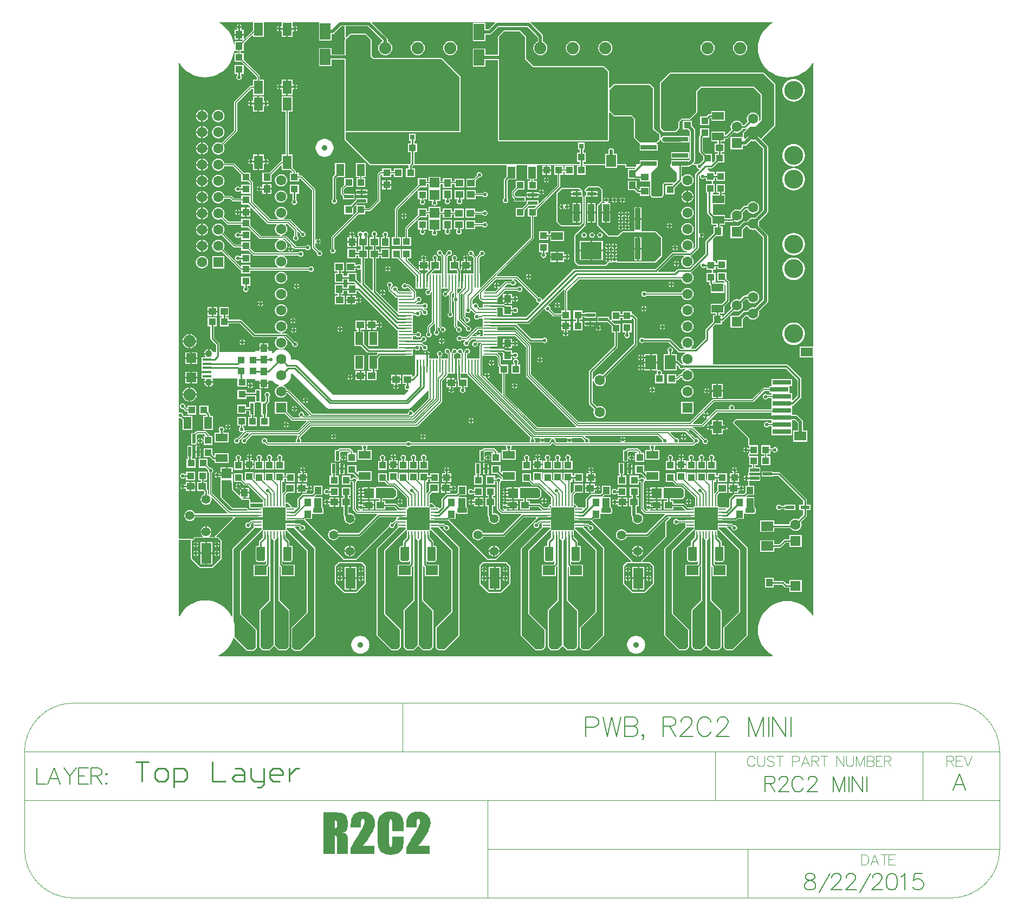
<source format=gtl>
%FSLAX44Y44*%
%MOMM*%
G71*
G01*
G75*
G04 Layer_Physical_Order=1*
G04 Layer_Color=255*
%ADD10C,0.2000*%
%ADD11R,1.5000X1.5000*%
%ADD12R,1.3500X0.4000*%
%ADD13R,1.2000X2.0000*%
%ADD14R,2.0500X0.2500*%
%ADD15R,0.2500X2.0500*%
%ADD16R,1.7500X2.2500*%
%ADD17R,1.4000X2.1000*%
%ADD18R,0.7000X0.8000*%
%ADD19C,0.1000*%
%ADD20R,1.5000X0.5000*%
%ADD21R,0.6000X1.8000*%
%ADD22R,3.3000X2.7000*%
%ADD23R,1.0000X2.7000*%
%ADD24R,2.5000X0.7000*%
%ADD25R,1.4500X0.5500*%
%ADD26R,1.7000X2.5000*%
%ADD27R,1.9000X1.5000*%
%ADD28R,1.1000X1.1000*%
%ADD29R,2.5000X2.5000*%
%ADD30R,0.2500X1.1500*%
%ADD31R,1.1500X0.2500*%
%ADD32R,1.8500X1.2500*%
%ADD33R,1.7500X6.0000*%
%ADD34R,1.2000X1.1000*%
%ADD35R,1.5000X1.9000*%
%ADD36R,1.6000X1.5000*%
%ADD37R,0.8500X3.3500*%
%ADD38R,1.6000X3.2000*%
%ADD39R,1.4000X1.9000*%
%ADD40R,1.9000X1.4000*%
%ADD41R,2.9000X0.8000*%
%ADD42R,1.1000X1.1000*%
%ADD43R,1.1000X1.2000*%
%ADD44R,1.2500X1.8500*%
%ADD45R,0.5000X1.5000*%
%ADD46R,1.5000X1.6000*%
%ADD47C,0.9000*%
%ADD48C,0.8000*%
%ADD49C,0.5000*%
%ADD50C,0.2500*%
%ADD51C,0.1500*%
%ADD52C,0.7500*%
%ADD53C,0.3000*%
%ADD54C,0.2540*%
%ADD55C,0.0254*%
%ADD56C,0.1905*%
%ADD57C,0.1194*%
%ADD58C,1.1000*%
%ADD59C,1.9000*%
%ADD60C,1.4000*%
%ADD61O,1.3500X2.3500*%
%ADD62C,1.6000*%
%ADD63C,2.9500*%
%ADD64R,1.6000X1.6000*%
%ADD65C,0.5500*%
G36*
X1627139Y1378219D02*
X1628553Y1377274D01*
X1630220Y1376942D01*
X1630902Y1376383D01*
Y1370074D01*
X1624491D01*
Y1358297D01*
Y1346526D01*
X1625392D01*
Y1338300D01*
X1625607Y1337218D01*
X1626220Y1336300D01*
X1626696Y1335824D01*
Y1325276D01*
X1631392D01*
Y1323551D01*
X1631139Y1323382D01*
X1630195Y1321968D01*
X1629863Y1320300D01*
X1630195Y1318633D01*
X1631139Y1317219D01*
X1632553Y1316274D01*
X1634220Y1315943D01*
X1635888Y1316274D01*
X1637302Y1317219D01*
X1638246Y1318633D01*
X1638578Y1320300D01*
X1638246Y1321968D01*
X1637302Y1323382D01*
X1637049Y1323551D01*
Y1325276D01*
X1641744D01*
Y1339324D01*
X1631196D01*
X1631049Y1339472D01*
Y1346526D01*
X1640902D01*
Y1345989D01*
X1641078Y1345102D01*
X1641581Y1344350D01*
X1740277Y1245654D01*
X1740152Y1244390D01*
X1740139Y1244382D01*
X1739194Y1242968D01*
X1738862Y1241300D01*
X1739194Y1239632D01*
X1739266Y1239525D01*
X1738667Y1238405D01*
X1553254D01*
X1552601Y1239382D01*
X1551188Y1240326D01*
X1549520Y1240658D01*
X1547852Y1240326D01*
X1546439Y1239382D01*
X1545905Y1238583D01*
X1382307D01*
X1381746Y1239633D01*
X1382078Y1241300D01*
X1381746Y1242968D01*
X1380802Y1244382D01*
X1380039Y1244891D01*
Y1246385D01*
X1397395Y1263742D01*
X1561980D01*
X1562867Y1263918D01*
X1563620Y1264421D01*
X1600956Y1301757D01*
X1601459Y1302509D01*
X1601635Y1303397D01*
X1601635Y1303397D01*
X1601635Y1303397D01*
Y1303397D01*
Y1334388D01*
X1609860Y1342612D01*
X1610363Y1343365D01*
X1610539Y1344252D01*
Y1346526D01*
X1621951D01*
Y1358297D01*
Y1370074D01*
X1620539D01*
Y1376383D01*
X1621221Y1376942D01*
X1622888Y1377274D01*
X1624302Y1378219D01*
X1625085Y1379392D01*
X1626355D01*
X1627139Y1378219D01*
D02*
G37*
G36*
X1688902Y1371340D02*
Y1360300D01*
X1689078Y1359413D01*
X1689581Y1358661D01*
X1691196Y1357045D01*
Y1346276D01*
X1695902D01*
Y1315489D01*
X1694728Y1315003D01*
X1671983Y1337748D01*
X1672220Y1338942D01*
X1670950Y1339195D01*
Y1342030D01*
X1668114D01*
X1667862Y1343300D01*
X1667887Y1343427D01*
X1666719Y1343073D01*
X1666668Y1343063D01*
X1665039Y1344692D01*
Y1357301D01*
Y1374276D01*
X1665197D01*
Y1374276D01*
X1685966D01*
X1688902Y1371340D01*
D02*
G37*
G36*
X1665197Y1414276D02*
Y1409276D01*
Y1404823D01*
Y1404368D01*
X1660719D01*
X1660350Y1405583D01*
X1661302Y1406219D01*
X1662246Y1407632D01*
X1662325Y1408030D01*
X1654115D01*
X1654194Y1407632D01*
X1655139Y1406219D01*
X1656090Y1405583D01*
X1655721Y1404368D01*
X1648977D01*
X1648491Y1405541D01*
X1652517Y1409568D01*
X1653862Y1409300D01*
X1654115Y1410570D01*
X1656950D01*
Y1413406D01*
X1658220Y1413658D01*
X1658220D01*
Y1413833D01*
X1659118Y1414731D01*
X1665197D01*
Y1414276D01*
D02*
G37*
G36*
X1863957Y1137363D02*
X1865770Y1135550D01*
Y1129300D01*
X1864770Y1128300D01*
X1852270D01*
X1851270Y1129300D01*
Y1135550D01*
X1853020Y1137300D01*
X1852957Y1137363D01*
Y1151800D01*
X1863957D01*
Y1137363D01*
D02*
G37*
G36*
X1638720Y1137363D02*
X1640533Y1135550D01*
Y1129300D01*
X1639533Y1128300D01*
X1627033D01*
X1626033Y1129300D01*
Y1135550D01*
X1627783Y1137300D01*
X1627720Y1137363D01*
Y1151800D01*
X1638720D01*
Y1137363D01*
D02*
G37*
G36*
X2088407Y1137363D02*
X2090220Y1135550D01*
Y1129300D01*
X2089220Y1128300D01*
X2076720D01*
X2075720Y1129300D01*
Y1135550D01*
X2077470Y1137300D01*
X2077407Y1137363D01*
Y1151800D01*
X2088407D01*
Y1137363D01*
D02*
G37*
G36*
X1413457Y1137363D02*
X1415270Y1135550D01*
Y1129300D01*
X1414270Y1128300D01*
X1401770D01*
X1400770Y1129300D01*
Y1135550D01*
X1402520Y1137300D01*
X1402457Y1137363D01*
Y1151800D01*
X1413457D01*
Y1137363D01*
D02*
G37*
G36*
X1324970Y1055050D02*
X1322970Y1053050D01*
X1313970D01*
X1311970Y1055050D01*
Y1074300D01*
X1312720Y1075050D01*
X1324970D01*
Y1055050D01*
D02*
G37*
G36*
X1490220Y1868300D02*
Y1842300D01*
X1494220Y1838300D01*
X1601220D01*
X1629220Y1810300D01*
Y1725431D01*
X1559220D01*
Y1725300D01*
X1513220D01*
Y1725431D01*
X1451220D01*
Y1868300D01*
X1459220Y1876300D01*
X1482220D01*
X1490220Y1868300D01*
D02*
G37*
G36*
X1256070Y1084380D02*
Y1057380D01*
X1243070Y1044380D01*
X1224070D01*
X1211070Y1057380D01*
Y1084380D01*
X1216070Y1089380D01*
X1251070D01*
X1256070Y1084380D01*
D02*
G37*
G36*
X1550020Y1055050D02*
X1548020Y1053050D01*
X1539020D01*
X1537020Y1055050D01*
Y1074300D01*
X1537770Y1075050D01*
X1550020D01*
Y1055050D01*
D02*
G37*
G36*
X1591770Y1055300D02*
X1589770Y1053300D01*
X1580770D01*
X1578770Y1055300D01*
Y1074550D01*
X1579520Y1075300D01*
X1591770D01*
Y1055300D01*
D02*
G37*
G36*
X2121220Y1797800D02*
Y1777800D01*
Y1735300D01*
X2099446Y1713526D01*
X2090621Y1722351D01*
X2089290Y1723241D01*
X2087720Y1723553D01*
X2086150Y1723241D01*
X2084819Y1722351D01*
X2075744Y1713276D01*
X2073720Y1715300D01*
Y1722800D01*
X2081220Y1730300D01*
X2083720Y1732800D01*
X2091220D01*
Y1732800D01*
X2101220Y1742800D01*
Y1767800D01*
Y1782800D01*
X2088720Y1795300D01*
X2006220D01*
X1998720Y1787800D01*
Y1757800D01*
Y1755300D01*
X1988720Y1745300D01*
X1976220D01*
Y1745300D01*
X1971220Y1740300D01*
Y1730300D01*
Y1730300D01*
X1966220Y1725300D01*
X1948720D01*
X1943720Y1730300D01*
Y1740300D01*
Y1800300D01*
X1958720Y1815300D01*
X2103720D01*
X2121220Y1797800D01*
D02*
G37*
G36*
X1366720Y1055300D02*
X1364720Y1053300D01*
X1355720D01*
X1353720Y1055300D01*
Y1074550D01*
X1354470Y1075300D01*
X1366720D01*
Y1055300D01*
D02*
G37*
G36*
X1749541Y1462200D02*
X1749362Y1461300D01*
X1749694Y1459633D01*
X1750639Y1458219D01*
X1752052Y1457274D01*
X1753352Y1457016D01*
X1753720Y1455800D01*
X1732798Y1434878D01*
X1688745D01*
Y1439276D01*
Y1444276D01*
Y1449222D01*
X1696299D01*
X1697197Y1448324D01*
Y1437776D01*
X1711245D01*
Y1442472D01*
X1712970D01*
X1713139Y1442219D01*
X1714553Y1441274D01*
X1716221Y1440943D01*
X1717888Y1441274D01*
X1719302Y1442219D01*
X1720246Y1443633D01*
X1720578Y1445300D01*
X1720246Y1446968D01*
X1719302Y1448382D01*
X1717888Y1449326D01*
X1716221Y1449658D01*
X1714553Y1449326D01*
X1713139Y1448382D01*
X1712970Y1448129D01*
X1711245D01*
Y1452824D01*
X1700696D01*
X1699471Y1454050D01*
X1698553Y1454663D01*
X1697471Y1454878D01*
D01*
X1698369Y1455776D01*
X1702950D01*
Y1462030D01*
X1697197D01*
Y1455776D01*
X1697197D01*
Y1455776D01*
X1696299Y1454878D01*
X1688745D01*
Y1455780D01*
X1665197D01*
Y1454276D01*
Y1449368D01*
X1660431D01*
X1658399Y1451400D01*
X1658578Y1452300D01*
X1658246Y1453968D01*
X1657302Y1455382D01*
X1655888Y1456326D01*
X1654220Y1456658D01*
X1652553Y1456326D01*
X1651139Y1455382D01*
X1650754Y1454806D01*
X1649539Y1455174D01*
Y1461650D01*
X1658729Y1470840D01*
X1659902Y1470354D01*
Y1464300D01*
X1660078Y1463413D01*
X1660581Y1462661D01*
X1662831Y1460410D01*
X1663583Y1459908D01*
X1663583Y1459908D01*
X1663583Y1459908D01*
D01*
X1663584Y1459908D01*
X1663584Y1459908D01*
X1664471Y1459731D01*
X1665197D01*
Y1459276D01*
Y1458320D01*
X1688745D01*
Y1459276D01*
Y1464276D01*
Y1464885D01*
X1688857Y1464908D01*
X1689609Y1465410D01*
X1700181Y1475982D01*
X1719629D01*
X1720139Y1475219D01*
X1721552Y1474274D01*
X1723220Y1473943D01*
X1724888Y1474274D01*
X1726302Y1475219D01*
X1727246Y1476633D01*
X1727578Y1478300D01*
X1727246Y1479968D01*
X1726302Y1481382D01*
X1724888Y1482326D01*
X1723220Y1482658D01*
X1721552Y1482326D01*
X1720139Y1481382D01*
X1719629Y1480619D01*
X1699477D01*
X1698991Y1481792D01*
X1703181Y1485982D01*
X1709629D01*
X1710139Y1485219D01*
X1711552Y1484274D01*
X1713220Y1483943D01*
X1714888Y1484274D01*
X1716302Y1485219D01*
X1717246Y1486633D01*
X1717578Y1488300D01*
X1717246Y1489968D01*
X1716302Y1491382D01*
X1714888Y1492326D01*
X1713220Y1492658D01*
Y1492884D01*
X1714118Y1493782D01*
X1717960D01*
X1749541Y1462200D01*
D02*
G37*
G36*
X1945491Y1242200D02*
X1945312Y1241300D01*
X1945644Y1239632D01*
X1945716Y1239525D01*
X1945117Y1238405D01*
X1886774D01*
X1886406Y1239620D01*
X1887301Y1240219D01*
X1888246Y1241633D01*
X1888325Y1242030D01*
X1880115D01*
X1880194Y1241633D01*
X1881139Y1240219D01*
X1882035Y1239620D01*
X1881666Y1238405D01*
X1832773D01*
X1832174Y1239525D01*
X1832246Y1239632D01*
X1832578Y1241300D01*
X1832246Y1242968D01*
X1831302Y1244382D01*
X1829888Y1245326D01*
X1828220Y1245658D01*
X1827320Y1245479D01*
X1825087Y1247712D01*
X1825573Y1248886D01*
X1883914D01*
X1884038Y1247622D01*
X1884220Y1247658D01*
X1884402Y1247622D01*
X1884526Y1248886D01*
X1938806D01*
X1945491Y1242200D01*
D02*
G37*
G36*
X1419039Y1295167D02*
D01*
X1419039Y1295167D01*
X1420217Y1293988D01*
X1420241Y1293964D01*
X1422090Y1292546D01*
X1424243Y1291654D01*
X1426553Y1291350D01*
X1547887D01*
X1550197Y1291654D01*
X1552350Y1292546D01*
X1554199Y1293964D01*
X1579532Y1319298D01*
X1579532Y1319298D01*
X1579532Y1319298D01*
X1579700Y1319516D01*
X1580902Y1319108D01*
Y1307139D01*
X1558611Y1284848D01*
X1557396Y1285217D01*
X1557246Y1285968D01*
X1556302Y1287382D01*
X1554888Y1288326D01*
X1553220Y1288658D01*
X1551552Y1288326D01*
X1550139Y1287382D01*
X1549194Y1285968D01*
X1548862Y1284300D01*
X1548303Y1283619D01*
X1399180D01*
X1362860Y1319940D01*
X1362107Y1320442D01*
X1361220Y1320619D01*
X1359521D01*
X1359499Y1320786D01*
X1358539Y1323103D01*
X1357013Y1325093D01*
X1355023Y1326619D01*
X1353649Y1327189D01*
X1353711Y1328457D01*
X1356219Y1329218D01*
X1358929Y1330667D01*
X1361304Y1332616D01*
X1363254Y1334991D01*
X1364702Y1337701D01*
X1365594Y1340642D01*
X1365896Y1343700D01*
X1365740Y1345283D01*
X1366593Y1346224D01*
X1367982D01*
X1419039Y1295167D01*
D02*
G37*
G36*
X1712516Y1492518D02*
X1711552Y1492326D01*
X1710139Y1491382D01*
X1709629Y1490619D01*
X1702220D01*
X1701333Y1490442D01*
X1700581Y1489940D01*
X1691744Y1481102D01*
X1690762Y1481908D01*
X1691246Y1482632D01*
X1691325Y1483030D01*
X1688490D01*
Y1480195D01*
X1688888Y1480274D01*
X1689612Y1480758D01*
X1690418Y1479776D01*
X1685465Y1474824D01*
X1668682D01*
X1668196Y1475997D01*
X1685981Y1493782D01*
X1712391D01*
X1712516Y1492518D01*
D02*
G37*
G36*
X1529820Y1163550D02*
Y1155050D01*
X1526070Y1151300D01*
X1498820D01*
Y1167300D01*
X1526070D01*
X1529820Y1163550D01*
D02*
G37*
G36*
X1755270D02*
Y1155050D01*
X1751520Y1151300D01*
X1724270D01*
Y1167300D01*
X1751520D01*
X1755270Y1163550D01*
D02*
G37*
G36*
X1979720Y1163550D02*
Y1155050D01*
X1975970Y1151300D01*
X1948720D01*
Y1167300D01*
X1975970D01*
X1979720Y1163550D01*
D02*
G37*
G36*
X1273220Y1165300D02*
X1289220Y1149300D01*
X1299220D01*
X1300220Y1148300D01*
Y1137300D01*
X1299220Y1136300D01*
X1274220D01*
X1257220Y1153300D01*
Y1176300D01*
X1273220D01*
Y1165300D01*
D02*
G37*
G36*
X2112946Y1316026D02*
X2116946D01*
Y1312869D01*
X2110644D01*
X2110302Y1313382D01*
X2108888Y1314326D01*
X2107220Y1314658D01*
X2105553Y1314326D01*
X2104139Y1313382D01*
X2103194Y1311968D01*
X2102862Y1310300D01*
X2103194Y1308633D01*
X2104139Y1307219D01*
X2105553Y1306274D01*
X2107220Y1305943D01*
X2108888Y1306274D01*
X2110302Y1307219D01*
X2110978Y1308232D01*
X2116946D01*
Y1305026D01*
Y1294026D01*
Y1290183D01*
X2059207D01*
X2058646Y1291233D01*
X2058978Y1292900D01*
X2058646Y1294568D01*
X2057702Y1295982D01*
X2056288Y1296926D01*
X2054620Y1297258D01*
X2052953Y1296926D01*
X2051539Y1295982D01*
X2050594Y1294568D01*
X2050262Y1292900D01*
X2050594Y1291233D01*
X2050033Y1290183D01*
X2030784D01*
X2029897Y1290006D01*
X2029145Y1289504D01*
X2019538Y1279897D01*
X2018418Y1280495D01*
X2018326Y1280030D01*
X2015490D01*
Y1277195D01*
X2015025Y1277102D01*
X2015623Y1275983D01*
X2007260Y1267619D01*
X1994166D01*
X1993680Y1268792D01*
X2026870Y1301982D01*
X2087220D01*
X2088107Y1302158D01*
X2088860Y1302661D01*
X2088860Y1302661D01*
X2088860Y1302661D01*
X2105430Y1319232D01*
X2112946D01*
Y1316026D01*
D02*
G37*
G36*
X1995241Y1242200D02*
X1995062Y1241300D01*
X1995241Y1240400D01*
X1993246Y1238405D01*
X1972223D01*
X1971624Y1239525D01*
X1971696Y1239632D01*
X1972028Y1241300D01*
X1971696Y1242968D01*
X1970752Y1244382D01*
X1969338Y1245326D01*
X1967670Y1245658D01*
X1966770Y1245479D01*
X1958441Y1253808D01*
X1958927Y1254982D01*
X1982460D01*
X1995241Y1242200D01*
D02*
G37*
G36*
X1793448Y1477740D02*
X1793078Y1477188D01*
X1792902Y1476301D01*
Y1445074D01*
X1788196D01*
Y1440369D01*
X1777930D01*
X1771149Y1447150D01*
X1771328Y1448050D01*
X1770996Y1449718D01*
X1770052Y1451131D01*
X1768638Y1452076D01*
X1766970Y1452408D01*
X1766746Y1452827D01*
X1792466Y1478546D01*
X1793448Y1477740D01*
D02*
G37*
G36*
X1824041Y1242200D02*
X1823862Y1241300D01*
X1824194Y1239632D01*
X1824266Y1239525D01*
X1823667Y1238405D01*
X1805105D01*
X1804506Y1239525D01*
X1805246Y1240632D01*
X1805325Y1241030D01*
X1797115D01*
X1797194Y1240632D01*
X1797934Y1239525D01*
X1797336Y1238405D01*
X1781144D01*
X1779149Y1240400D01*
X1779328Y1241300D01*
X1778996Y1242968D01*
X1778051Y1244382D01*
X1776638Y1245326D01*
X1774970Y1245658D01*
X1775150Y1245838D01*
X1797096D01*
X1797695Y1244718D01*
X1797194Y1243968D01*
X1797115Y1243570D01*
X1805325D01*
X1805246Y1243968D01*
X1804301Y1245381D01*
X1804440Y1245838D01*
X1820404D01*
X1824041Y1242200D01*
D02*
G37*
G36*
X1772249Y1244622D02*
X1771889Y1244382D01*
X1770944Y1242968D01*
X1770612Y1241300D01*
X1770791Y1240400D01*
X1768796Y1238405D01*
X1762105D01*
X1761506Y1239525D01*
X1762246Y1240632D01*
X1762325Y1241030D01*
X1754115D01*
X1754194Y1240632D01*
X1754934Y1239525D01*
X1754336Y1238405D01*
X1747773D01*
X1747174Y1239525D01*
X1747246Y1239632D01*
X1747578Y1241300D01*
X1747246Y1242968D01*
X1746302Y1244382D01*
X1745539Y1244891D01*
Y1245838D01*
X1754096D01*
X1754695Y1244718D01*
X1754194Y1243968D01*
X1754115Y1243570D01*
X1762325D01*
X1762246Y1243968D01*
X1761302Y1245381D01*
X1761440Y1245838D01*
X1771880D01*
X1772249Y1244622D01*
D02*
G37*
G36*
X2006139Y1517190D02*
X2005862Y1515800D01*
X2006194Y1514133D01*
X2007139Y1512719D01*
X2008553Y1511774D01*
X2010220Y1511442D01*
X2011888Y1511774D01*
X2013302Y1512719D01*
X2013471Y1512972D01*
X2015196D01*
Y1508776D01*
X2022525D01*
X2023423Y1507878D01*
X2023420Y1504724D01*
X2021234Y1503824D01*
X2015196D01*
Y1489776D01*
X2019392D01*
Y1487300D01*
X2019607Y1486218D01*
X2020220Y1485300D01*
X2020220Y1485300D01*
X2020220Y1485300D01*
X2021716Y1483804D01*
Y1472776D01*
X2043264D01*
Y1485047D01*
X2043385Y1485337D01*
X2044510Y1485561D01*
X2044942Y1484518D01*
Y1461472D01*
X2039294Y1455824D01*
X2021716D01*
Y1440276D01*
X2029642D01*
Y1438074D01*
X2025446D01*
Y1427526D01*
X2013970Y1416050D01*
X2013357Y1415132D01*
X2013142Y1414050D01*
Y1401222D01*
X1997049Y1385128D01*
X1990627D01*
X1990219Y1386331D01*
X1992013Y1387708D01*
X1993539Y1389697D01*
X1994499Y1392014D01*
X1994826Y1394500D01*
X1994499Y1396986D01*
X1993539Y1399303D01*
X1992013Y1401293D01*
X1990023Y1402819D01*
X1987706Y1403779D01*
X1985220Y1404106D01*
X1982734Y1403779D01*
X1980417Y1402819D01*
X1978427Y1401293D01*
X1976901Y1399303D01*
X1975941Y1396986D01*
X1975614Y1394500D01*
X1975941Y1392014D01*
X1976901Y1389697D01*
X1978427Y1387708D01*
X1980221Y1386331D01*
X1979813Y1385128D01*
X1974392D01*
X1959220Y1400300D01*
X1958302Y1400913D01*
X1957220Y1401129D01*
X1917696D01*
X1917527Y1401382D01*
X1916113Y1402326D01*
X1914446Y1402658D01*
X1912778Y1402326D01*
X1911364Y1401382D01*
X1910420Y1399968D01*
X1910088Y1398300D01*
X1910420Y1396633D01*
X1911364Y1395219D01*
X1912778Y1394274D01*
X1914446Y1393942D01*
X1916113Y1394274D01*
X1917527Y1395219D01*
X1917696Y1395472D01*
X1956049D01*
X1971220Y1380300D01*
D01*
X1971220D01*
X1971220Y1380300D01*
X1971220Y1380300D01*
X1971220D01*
D01*
X1971220D01*
X1971220Y1380300D01*
Y1380300D01*
X1971220Y1380300D01*
Y1380300D01*
X1972138Y1379687D01*
X1973220Y1379472D01*
X1982117D01*
X1982365Y1378226D01*
X1980417Y1377419D01*
X1978427Y1375893D01*
X1976901Y1373903D01*
X1975941Y1371586D01*
X1975614Y1369100D01*
X1975941Y1366614D01*
X1976901Y1364297D01*
X1978316Y1362453D01*
X1977645Y1361374D01*
X1976223Y1361657D01*
X1971924Y1365956D01*
X1970924Y1366624D01*
X1969744Y1366859D01*
X1969744Y1366859D01*
X1968518D01*
Y1376550D01*
X1961072D01*
Y1380026D01*
X1961325Y1380195D01*
X1962270Y1381609D01*
X1962602Y1383276D01*
X1962270Y1384944D01*
X1961325Y1386358D01*
X1959912Y1387302D01*
X1958244Y1387634D01*
X1956576Y1387302D01*
X1955163Y1386358D01*
X1954218Y1384944D01*
X1953886Y1383276D01*
X1954218Y1381609D01*
X1955163Y1380195D01*
X1955416Y1380026D01*
Y1376550D01*
X1947970D01*
Y1351002D01*
X1968518D01*
Y1358983D01*
X1969691Y1359469D01*
X1971863Y1357297D01*
X1972194Y1355632D01*
X1973139Y1354219D01*
X1974552Y1353274D01*
X1976220Y1352943D01*
X1977888Y1353274D01*
X1979299Y1354217D01*
X1982467D01*
X1982715Y1352971D01*
X1980417Y1352019D01*
X1978427Y1350493D01*
X1976901Y1348503D01*
X1975941Y1346186D01*
X1975919Y1346019D01*
X1974620D01*
X1973733Y1345842D01*
X1972981Y1345340D01*
X1968917Y1341276D01*
X1967744Y1341762D01*
Y1345324D01*
X1953696D01*
Y1331276D01*
X1967744D01*
Y1335982D01*
X1969220D01*
X1970107Y1336158D01*
X1970860Y1336661D01*
X1970860Y1336661D01*
X1970860Y1336661D01*
X1974978Y1340779D01*
X1976224Y1340532D01*
X1976901Y1338897D01*
X1978427Y1336908D01*
X1980417Y1335381D01*
X1982734Y1334421D01*
X1985220Y1334094D01*
X1987706Y1334421D01*
X1990023Y1335381D01*
X1992013Y1336908D01*
X1993539Y1338897D01*
X1994499Y1341214D01*
X1994826Y1343700D01*
X1994499Y1346186D01*
X1993539Y1348503D01*
X1992013Y1350493D01*
X1990023Y1352019D01*
X1987725Y1352971D01*
X1987973Y1354217D01*
X2139443D01*
X2157137Y1336523D01*
Y1311577D01*
X2150167Y1304608D01*
X2148994Y1305094D01*
Y1316074D01*
X2144994D01*
Y1327026D01*
X2148994D01*
Y1338074D01*
X2116946D01*
Y1327074D01*
X2112946D01*
Y1323869D01*
X2104470D01*
X2103583Y1323692D01*
X2102831Y1323190D01*
X2086260Y1306619D01*
X2025910D01*
X2025022Y1306442D01*
X2024270Y1305940D01*
X1989045Y1270715D01*
X1815443D01*
X1740539Y1345619D01*
Y1390361D01*
X1740362Y1391248D01*
X1739860Y1392000D01*
X1718171Y1413689D01*
X1717419Y1414192D01*
X1716531Y1414368D01*
X1688745D01*
Y1419221D01*
X1715299D01*
X1738220Y1396300D01*
X1738220D01*
X1738220Y1396300D01*
X1738220Y1396300D01*
Y1396300D01*
X1739138Y1395687D01*
X1740220Y1395472D01*
X1758970D01*
X1759139Y1395219D01*
X1760553Y1394274D01*
X1762220Y1393942D01*
X1763888Y1394274D01*
X1765302Y1395219D01*
X1766246Y1396633D01*
X1766578Y1398300D01*
X1766246Y1399968D01*
X1765302Y1401382D01*
X1763888Y1402326D01*
X1762220Y1402658D01*
X1760553Y1402326D01*
X1759139Y1401382D01*
X1758970Y1401129D01*
X1741392D01*
X1718471Y1424050D01*
X1718523Y1424221D01*
X1736970D01*
X1738052Y1424437D01*
X1738970Y1425050D01*
X1761553Y1447634D01*
X1762769Y1447265D01*
X1762944Y1446382D01*
X1763889Y1444969D01*
X1765302Y1444024D01*
X1766970Y1443692D01*
X1767870Y1443871D01*
X1775331Y1436411D01*
X1776083Y1435908D01*
X1776970Y1435732D01*
X1788196D01*
Y1431026D01*
X1802244D01*
Y1445074D01*
X1797539D01*
Y1475340D01*
X1815981Y1493782D01*
X1975919D01*
X1975941Y1493614D01*
X1976901Y1491297D01*
X1978427Y1489308D01*
X1980417Y1487781D01*
X1982734Y1486821D01*
X1985220Y1486494D01*
X1987706Y1486821D01*
X1990023Y1487781D01*
X1992013Y1489308D01*
X1993539Y1491297D01*
X1994499Y1493614D01*
X1994826Y1496100D01*
X1994499Y1498586D01*
X1993539Y1500903D01*
X1992013Y1502893D01*
X1990023Y1504419D01*
D01*
X1990023D01*
X1990024Y1504424D01*
X1990483D01*
X1991565Y1504639D01*
X1992483Y1505252D01*
X1992483Y1505252D01*
X1992483Y1505252D01*
X2005019Y1517789D01*
X2006139Y1517190D01*
D02*
G37*
G36*
X1345970Y991550D02*
X1361970Y975550D01*
Y919300D01*
X1358220Y915550D01*
X1347470D01*
X1340720Y922300D01*
Y1085800D01*
X1344970Y1090050D01*
X1345970D01*
Y991550D01*
D02*
G37*
G36*
X1545270Y1105300D02*
Y1104050D01*
X1511270Y1070050D01*
Y970800D01*
X1536270Y945800D01*
Y919300D01*
X1532520Y915550D01*
X1523020D01*
X1501270Y937300D01*
Y1072800D01*
X1534270Y1105800D01*
X1544770D01*
X1545270Y1105300D01*
D02*
G37*
G36*
X1338720Y1085800D02*
Y922300D01*
X1331970Y915550D01*
X1321970D01*
X1318220Y919300D01*
Y976300D01*
X1333470Y991550D01*
Y1089800D01*
X1334720D01*
X1338720Y1085800D01*
D02*
G37*
G36*
X1402370Y1073050D02*
Y936800D01*
X1380370Y914800D01*
X1371370D01*
X1367870Y918300D01*
Y948050D01*
X1392370Y972550D01*
Y1070062D01*
X1358870Y1103300D01*
Y1104550D01*
X1359370Y1105050D01*
X1370370D01*
X1402370Y1073050D01*
D02*
G37*
G36*
X2118715Y1894960D02*
X2118409Y1894810D01*
X2113447Y1891494D01*
X2108961Y1887560D01*
X2105026Y1883073D01*
X2101711Y1878111D01*
X2099071Y1872759D01*
X2097153Y1867108D01*
X2095989Y1861255D01*
X2095598Y1855300D01*
X2095989Y1849345D01*
X2097153Y1843492D01*
X2099071Y1837841D01*
X2101711Y1832489D01*
X2105026Y1827527D01*
X2108961Y1823041D01*
X2113447Y1819106D01*
X2118409Y1815791D01*
X2123761Y1813151D01*
X2129412Y1811233D01*
X2135265Y1810069D01*
X2141220Y1809678D01*
X2147175Y1810069D01*
X2153028Y1811233D01*
X2158679Y1813151D01*
X2164031Y1815791D01*
X2168993Y1819106D01*
X2173479Y1823041D01*
X2177414Y1827527D01*
X2180730Y1832489D01*
X2180880Y1832795D01*
X2182117Y1832507D01*
Y1388574D01*
X2160946D01*
Y1371526D01*
X2182117D01*
Y968094D01*
X2180880Y967805D01*
X2180730Y968111D01*
X2177414Y973073D01*
X2173479Y977560D01*
X2168993Y981494D01*
X2164031Y984810D01*
X2158679Y987449D01*
X2153028Y989367D01*
X2147175Y990532D01*
X2141220Y990922D01*
X2135265Y990532D01*
X2129412Y989367D01*
X2123761Y987449D01*
X2118409Y984810D01*
X2113447Y981494D01*
X2108961Y977560D01*
X2105026Y973073D01*
X2101711Y968111D01*
X2099071Y962759D01*
X2097153Y957108D01*
X2095989Y951255D01*
X2095598Y945300D01*
X2095989Y939345D01*
X2097153Y933492D01*
X2099071Y927841D01*
X2101711Y922489D01*
X2105026Y917527D01*
X2108961Y913041D01*
X2113447Y909106D01*
X2118409Y905791D01*
X2118715Y905640D01*
X2118427Y904403D01*
X1252986D01*
X1252697Y905640D01*
X1255031Y906791D01*
X1259993Y910106D01*
X1264480Y914041D01*
X1268414Y918528D01*
X1271730Y923489D01*
X1274369Y928841D01*
X1275750Y932910D01*
X1276987Y933197D01*
X1296451Y913637D01*
X1296453Y913636D01*
X1296454Y913634D01*
X1297034Y913393D01*
X1297616Y913151D01*
X1297618Y913151D01*
X1297620Y913151D01*
X1307120D01*
X1308287Y913634D01*
X1312037Y917384D01*
X1312520Y918550D01*
Y945050D01*
X1312037Y946217D01*
X1287520Y970733D01*
Y1068617D01*
X1320679Y1101776D01*
X1321048D01*
X1321396Y1101428D01*
D01*
X1321598Y1101226D01*
D01*
X1321946Y1100878D01*
D01*
Y1094652D01*
X1321892Y1094380D01*
Y1090472D01*
X1316720Y1085300D01*
X1316107Y1084383D01*
X1315892Y1083300D01*
Y1076700D01*
X1312720D01*
X1312417Y1076574D01*
X1311196D01*
Y1075859D01*
X1310804Y1075467D01*
X1310321Y1074300D01*
Y1055050D01*
X1310804Y1053884D01*
X1312804Y1051884D01*
X1313970Y1051401D01*
X1322970D01*
X1324137Y1051884D01*
X1325731Y1053479D01*
X1326905Y1052993D01*
Y1049485D01*
X1325243Y1047823D01*
X1307445D01*
Y1029775D01*
X1329493D01*
Y1044074D01*
X1330647Y1045228D01*
X1331821Y1044741D01*
Y992234D01*
X1317054Y977467D01*
X1316570Y976300D01*
Y919300D01*
X1317054Y918134D01*
X1320804Y914384D01*
X1321970Y913901D01*
X1331970D01*
X1332795Y914242D01*
X1333137Y914384D01*
X1339085Y920332D01*
X1340355D01*
X1346304Y914384D01*
X1347470Y913901D01*
X1358220D01*
X1359386Y914384D01*
X1363136Y918134D01*
X1363620Y919300D01*
Y975550D01*
X1363136Y976717D01*
X1347620Y992233D01*
Y1044742D01*
X1348389Y1045060D01*
X1349445Y1044355D01*
Y1029775D01*
X1371493D01*
Y1047823D01*
X1354197D01*
X1352561Y1049459D01*
Y1052467D01*
X1353735Y1052953D01*
X1354554Y1052134D01*
X1355720Y1051651D01*
X1364720D01*
X1365887Y1052134D01*
X1367887Y1054134D01*
X1368370Y1055300D01*
Y1075300D01*
X1367994Y1076207D01*
Y1076824D01*
X1367023D01*
X1366720Y1076950D01*
X1363548D01*
Y1083300D01*
X1363333Y1084383D01*
X1362720Y1085300D01*
X1357549Y1090472D01*
Y1094380D01*
X1357494Y1094653D01*
Y1100690D01*
X1357729Y1100788D01*
D01*
X1358667Y1101179D01*
X1390721Y1069375D01*
Y973233D01*
X1366704Y949217D01*
X1366221Y948050D01*
Y918300D01*
X1366704Y917134D01*
X1370204Y913634D01*
X1371370Y913151D01*
X1380370D01*
X1381537Y913634D01*
X1403537Y935634D01*
X1404020Y936800D01*
Y1073050D01*
X1403537Y1074217D01*
X1372244Y1105509D01*
Y1106776D01*
Y1107311D01*
X1378431D01*
X1379541Y1106200D01*
X1379362Y1105300D01*
X1379694Y1103633D01*
X1380639Y1102219D01*
X1382052Y1101274D01*
X1383720Y1100943D01*
X1385388Y1101274D01*
X1386801Y1102219D01*
X1387746Y1103633D01*
X1388078Y1105300D01*
X1387746Y1106968D01*
X1386801Y1108382D01*
X1385388Y1109326D01*
X1383720Y1109658D01*
X1382820Y1109479D01*
X1381030Y1111269D01*
X1380278Y1111771D01*
X1379391Y1111948D01*
X1372244D01*
Y1112324D01*
X1357696D01*
Y1106776D01*
Y1105698D01*
X1357221Y1104550D01*
Y1103300D01*
X1357222Y1103297D01*
X1357221Y1103294D01*
X1357464Y1102714D01*
X1357498Y1102630D01*
X1356923Y1101769D01*
D01*
X1356792Y1101574D01*
X1322642D01*
D01*
X1321946Y1101574D01*
D01*
X1321744Y1101776D01*
D01*
D01*
X1321744Y1102472D01*
D01*
Y1106776D01*
Y1111776D01*
Y1117324D01*
X1307196D01*
Y1116948D01*
X1304049D01*
X1303162Y1116771D01*
X1302410Y1116269D01*
X1299620Y1113479D01*
X1298720Y1113658D01*
X1297052Y1113326D01*
X1295639Y1112382D01*
X1294694Y1110968D01*
X1294362Y1109300D01*
X1294694Y1107633D01*
X1295639Y1106219D01*
X1297052Y1105274D01*
X1298720Y1104943D01*
X1300388Y1105274D01*
X1301802Y1106219D01*
X1302746Y1107633D01*
X1303078Y1109300D01*
X1302899Y1110200D01*
X1305010Y1112311D01*
X1307196D01*
Y1111776D01*
Y1106776D01*
Y1105707D01*
X1274802Y1073215D01*
X1274563Y1072635D01*
X1274321Y1072050D01*
Y966654D01*
X1273084Y966365D01*
X1271730Y969111D01*
X1268414Y974073D01*
X1264480Y978560D01*
X1259993Y982494D01*
X1255031Y985810D01*
X1249679Y988449D01*
X1244028Y990367D01*
X1238175Y991532D01*
X1232220Y991922D01*
X1226265Y991532D01*
X1220412Y990367D01*
X1214762Y988449D01*
X1209409Y985810D01*
X1204447Y982494D01*
X1199961Y978560D01*
X1196026Y974073D01*
X1192711Y969111D01*
X1191560Y966777D01*
X1190323Y967066D01*
Y1086300D01*
X1209073D01*
X1209779Y1085244D01*
X1209420Y1084380D01*
Y1057380D01*
X1209904Y1056213D01*
X1222904Y1043213D01*
X1224070Y1042730D01*
X1243070D01*
X1244237Y1043213D01*
X1257236Y1056213D01*
X1257720Y1057380D01*
Y1084380D01*
X1257236Y1085546D01*
X1252236Y1090546D01*
X1251070Y1091029D01*
X1249609D01*
X1249123Y1092203D01*
X1278721Y1121801D01*
X1307196D01*
Y1121776D01*
X1321744D01*
Y1126776D01*
Y1131776D01*
Y1137324D01*
X1315142D01*
X1314470Y1137458D01*
X1302062D01*
X1301870Y1137651D01*
Y1143300D01*
X1321946D01*
Y1137526D01*
X1357494D01*
Y1143300D01*
X1360220D01*
X1365023Y1138497D01*
X1364537Y1137324D01*
X1357696D01*
Y1131776D01*
Y1126776D01*
Y1121776D01*
Y1116776D01*
X1372244D01*
Y1117311D01*
X1384821D01*
X1385708Y1117487D01*
X1385903Y1117618D01*
X1448220Y1055300D01*
X1468220D01*
X1519360Y1106440D01*
X1520624Y1106316D01*
X1520689Y1106219D01*
X1522103Y1105274D01*
X1523770Y1104943D01*
X1525438Y1105274D01*
X1526852Y1106219D01*
X1527796Y1107633D01*
X1528128Y1109300D01*
X1527949Y1110200D01*
X1530060Y1112311D01*
X1532196D01*
Y1111776D01*
Y1106776D01*
Y1106059D01*
X1500104Y1073967D01*
X1499621Y1072800D01*
Y937300D01*
X1500104Y936134D01*
X1521854Y914384D01*
X1523020Y913901D01*
X1532520D01*
X1533687Y914384D01*
X1537437Y918134D01*
X1537920Y919300D01*
Y945800D01*
X1537437Y946967D01*
X1512920Y971484D01*
Y1069367D01*
X1545329Y1101776D01*
X1546048D01*
X1546396Y1101428D01*
D01*
X1546598Y1101226D01*
D01*
X1546946Y1100878D01*
D01*
Y1094401D01*
X1546942Y1094380D01*
Y1090472D01*
X1541770Y1085300D01*
X1541157Y1084383D01*
X1540942Y1083300D01*
Y1076700D01*
X1537770D01*
X1537467Y1076574D01*
X1536246D01*
Y1075859D01*
X1535854Y1075467D01*
X1535371Y1074300D01*
Y1055050D01*
X1535854Y1053884D01*
X1537854Y1051884D01*
X1539020Y1051401D01*
X1548020D01*
X1549187Y1051884D01*
X1550781Y1053479D01*
X1551955Y1052993D01*
Y1049485D01*
X1550293Y1047823D01*
X1532495D01*
Y1029775D01*
X1554543D01*
Y1044074D01*
X1555697Y1045228D01*
X1556871Y1044742D01*
Y992234D01*
X1542104Y977467D01*
X1541621Y976300D01*
Y919300D01*
X1542104Y918134D01*
X1545854Y914384D01*
X1547020Y913901D01*
X1557020D01*
X1557845Y914242D01*
X1558187Y914384D01*
X1564135Y920332D01*
X1565405D01*
X1571354Y914384D01*
X1572520Y913901D01*
X1583270D01*
X1584437Y914384D01*
X1588187Y918134D01*
X1588670Y919300D01*
Y975550D01*
X1588187Y976717D01*
X1572670Y992234D01*
Y1044742D01*
X1573439Y1045060D01*
X1574496Y1044355D01*
Y1029775D01*
X1596543D01*
Y1047823D01*
X1579247D01*
X1577611Y1049459D01*
Y1052467D01*
X1578785Y1052953D01*
X1579604Y1052134D01*
X1580770Y1051651D01*
X1589770D01*
X1590937Y1052134D01*
X1592937Y1054134D01*
X1593420Y1055300D01*
Y1075300D01*
X1593044Y1076207D01*
Y1076824D01*
X1592074D01*
X1591770Y1076950D01*
X1588598D01*
Y1083300D01*
X1588383Y1084383D01*
X1587770Y1085300D01*
X1582599Y1090472D01*
Y1094380D01*
X1582494Y1094904D01*
Y1101574D01*
X1547642D01*
D01*
X1546946Y1101574D01*
D01*
X1546744Y1101776D01*
D01*
D01*
X1546744Y1102472D01*
D01*
Y1103626D01*
X1546920Y1104050D01*
Y1105300D01*
X1546744Y1105724D01*
Y1106776D01*
Y1111776D01*
Y1117324D01*
X1532196D01*
Y1117324D01*
X1531371D01*
X1531041Y1118121D01*
X1534696Y1121776D01*
X1546744D01*
Y1126776D01*
Y1131776D01*
Y1133824D01*
X1550446Y1137526D01*
X1582494D01*
Y1142300D01*
X1586220D01*
X1590023Y1138497D01*
X1589537Y1137324D01*
X1582696D01*
Y1131776D01*
Y1126776D01*
Y1121776D01*
Y1116776D01*
X1597244D01*
Y1116801D01*
X1609870D01*
X1610953Y1117017D01*
X1611283Y1117237D01*
X1673220Y1055300D01*
X1686220D01*
X1752721Y1121801D01*
X1757696D01*
Y1121776D01*
X1772244D01*
Y1126776D01*
Y1131776D01*
Y1137324D01*
X1769904D01*
X1769418Y1138497D01*
X1771273Y1140353D01*
X1772446Y1139867D01*
Y1137526D01*
X1807994D01*
Y1140867D01*
X1809167Y1141353D01*
X1812023Y1138497D01*
X1811537Y1137324D01*
X1808196D01*
Y1131776D01*
Y1126776D01*
Y1121776D01*
Y1116776D01*
X1822744D01*
Y1116801D01*
X1833719D01*
X1897397Y1053123D01*
X1896911Y1051950D01*
X1891120D01*
X1889954Y1051467D01*
X1884954Y1046467D01*
X1884471Y1045300D01*
Y1018300D01*
X1884954Y1017134D01*
X1897954Y1004134D01*
X1899120Y1003651D01*
X1918120D01*
X1919286Y1004134D01*
X1932287Y1017134D01*
X1932770Y1018300D01*
Y1045300D01*
X1932287Y1046467D01*
X1927287Y1051467D01*
X1926120Y1051950D01*
X1915279D01*
X1914793Y1053123D01*
X1952220Y1090550D01*
Y1114300D01*
X1959721Y1121801D01*
X1982196D01*
Y1121777D01*
X1996744D01*
Y1126777D01*
Y1131777D01*
Y1137325D01*
X1996744D01*
Y1137526D01*
X1996946D01*
Y1137527D01*
X2032494D01*
Y1137526D01*
X2032696D01*
Y1137325D01*
X2032696D01*
Y1131777D01*
Y1126777D01*
Y1121777D01*
Y1116777D01*
X2047244D01*
Y1116801D01*
X2059771D01*
X2060853Y1117017D01*
X2061770Y1117630D01*
X2063183Y1119042D01*
X2073731D01*
Y1127297D01*
X2074905Y1127783D01*
X2075554Y1127134D01*
X2076720Y1126651D01*
X2089220D01*
X2090387Y1127134D01*
X2091387Y1128134D01*
X2091870Y1129300D01*
Y1135550D01*
X2091387Y1136717D01*
X2090057Y1138046D01*
Y1151800D01*
X2089931Y1152103D01*
Y1153324D01*
X2088711D01*
X2088407Y1153450D01*
X2078216D01*
X2077730Y1154623D01*
X2079383Y1156276D01*
X2089931D01*
Y1171324D01*
X2082220D01*
Y1178776D01*
X2099244D01*
Y1186824D01*
X2082220D01*
Y1191776D01*
X2099244D01*
Y1199824D01*
X2091039D01*
Y1203276D01*
X2095744D01*
Y1217324D01*
X2082220D01*
Y1220276D01*
X2095744D01*
Y1234324D01*
X2082220D01*
Y1245633D01*
X2058298Y1269555D01*
Y1270826D01*
X2060920Y1273447D01*
X2111970D01*
X2111970Y1273447D01*
X2116946D01*
Y1272026D01*
Y1268869D01*
X2112811D01*
X2112301Y1269632D01*
X2110888Y1270576D01*
X2109220Y1270908D01*
X2107552Y1270576D01*
X2106139Y1269632D01*
X2105194Y1268218D01*
X2104862Y1266550D01*
X2105194Y1264883D01*
X2106139Y1263469D01*
X2107552Y1262524D01*
X2109220Y1262193D01*
X2110888Y1262524D01*
X2112301Y1263469D01*
X2112811Y1264232D01*
X2116946D01*
Y1261026D01*
Y1250026D01*
X2148994D01*
Y1261026D01*
Y1272026D01*
Y1273447D01*
X2153271D01*
X2157867Y1268851D01*
Y1257074D01*
X2150946D01*
Y1240026D01*
X2172994D01*
Y1257074D01*
X2166073D01*
Y1270550D01*
X2165761Y1272120D01*
X2164871Y1273451D01*
X2157871Y1280451D01*
X2156540Y1281341D01*
X2154970Y1281653D01*
X2148994D01*
Y1283026D01*
Y1294026D01*
Y1294087D01*
X2149470Y1296467D01*
X2150650Y1296702D01*
X2151650Y1297370D01*
X2162400Y1308120D01*
X2162400Y1308120D01*
X2163069Y1309120D01*
X2163303Y1310300D01*
Y1337800D01*
X2163303Y1337800D01*
X2163069Y1338980D01*
X2162400Y1339980D01*
X2162400Y1339980D01*
X2142900Y1359480D01*
X2141900Y1360149D01*
X2140720Y1360383D01*
X2140720Y1360383D01*
X2025825D01*
X2024927Y1361282D01*
X2024984Y1419065D01*
X2028946Y1423026D01*
X2039494D01*
Y1427722D01*
X2039720D01*
X2040803Y1427937D01*
X2041720Y1428550D01*
X2057859Y1444689D01*
X2059834Y1443871D01*
X2062320Y1443544D01*
X2064807Y1443871D01*
X2067124Y1444831D01*
X2069113Y1446358D01*
X2070639Y1448347D01*
X2071599Y1450664D01*
X2071927Y1453150D01*
X2071599Y1455636D01*
X2070781Y1457611D01*
X2076192Y1463022D01*
X2078583D01*
X2079401Y1461047D01*
X2080928Y1459058D01*
X2082917Y1457531D01*
X2085234Y1456571D01*
X2087720Y1456244D01*
X2090207Y1456571D01*
X2092523Y1457531D01*
X2094513Y1459058D01*
X2096039Y1461047D01*
X2096999Y1463364D01*
X2097327Y1465850D01*
X2096999Y1468336D01*
X2096039Y1470653D01*
X2094513Y1472643D01*
X2092523Y1474169D01*
X2090207Y1475129D01*
X2087720Y1475456D01*
X2085234Y1475129D01*
X2082917Y1474169D01*
X2080928Y1472643D01*
X2079401Y1470653D01*
X2078583Y1468678D01*
X2075020D01*
X2075020Y1468678D01*
X2074118Y1468499D01*
X2073938Y1468463D01*
X2073020Y1467850D01*
X2066781Y1461611D01*
X2064807Y1462429D01*
X2062320Y1462756D01*
X2059834Y1462429D01*
X2057517Y1461469D01*
X2055528Y1459943D01*
X2054001Y1457953D01*
X2053042Y1455636D01*
X2052714Y1453150D01*
X2053042Y1450664D01*
X2053860Y1448689D01*
X2040667Y1435497D01*
X2039494Y1435983D01*
Y1438074D01*
X2035298D01*
Y1440276D01*
X2043264D01*
Y1451794D01*
X2049770Y1458300D01*
X2050383Y1459218D01*
X2050599Y1460300D01*
Y1489250D01*
X2050599Y1489250D01*
X2050383Y1490333D01*
X2050180Y1490637D01*
X2049770Y1491250D01*
X2049770Y1491250D01*
X2046244Y1494776D01*
Y1504824D01*
X2032196D01*
Y1490776D01*
X2042244D01*
X2043523Y1489498D01*
X2043037Y1488324D01*
X2025952D01*
X2025054Y1489223D01*
X2025054Y1489776D01*
X2029244D01*
Y1503824D01*
X2025967D01*
X2025069Y1504723D01*
X2025073Y1508776D01*
X2029244D01*
Y1512972D01*
X2032196D01*
Y1509776D01*
X2046244D01*
Y1523824D01*
X2032196D01*
Y1518629D01*
X2029244D01*
Y1522824D01*
X2025986D01*
X2025088Y1523723D01*
X2025121Y1556951D01*
X2029696Y1561526D01*
X2040244D01*
Y1576574D01*
X2036319D01*
Y1578776D01*
X2044264D01*
Y1583722D01*
X2055720D01*
X2056803Y1583937D01*
X2057720Y1584550D01*
X2057859Y1584689D01*
X2059834Y1583871D01*
X2062320Y1583544D01*
X2064806Y1583871D01*
X2067123Y1584831D01*
X2069113Y1586358D01*
X2070639Y1588347D01*
X2071599Y1590664D01*
X2071926Y1593150D01*
X2071599Y1595636D01*
X2070781Y1597611D01*
X2076192Y1603022D01*
X2078583D01*
X2079401Y1601047D01*
X2080927Y1599058D01*
X2082917Y1597531D01*
X2085234Y1596571D01*
X2087720Y1596244D01*
X2090206Y1596571D01*
X2092523Y1597531D01*
X2094513Y1599058D01*
X2096039Y1601047D01*
X2096999Y1603364D01*
X2097326Y1605850D01*
X2096999Y1608336D01*
X2096039Y1610653D01*
X2094513Y1612643D01*
X2092523Y1614169D01*
X2090206Y1615129D01*
X2087720Y1615456D01*
X2085234Y1615129D01*
X2082917Y1614169D01*
X2080927Y1612643D01*
X2079401Y1610653D01*
X2078583Y1608678D01*
X2075020D01*
X2075020Y1608678D01*
X2074117Y1608499D01*
X2073938Y1608463D01*
X2073020Y1607850D01*
X2066781Y1601611D01*
X2064806Y1602429D01*
X2062320Y1602756D01*
X2059834Y1602429D01*
X2057517Y1601469D01*
X2055527Y1599943D01*
X2054001Y1597953D01*
X2053041Y1595636D01*
X2052714Y1593150D01*
X2053041Y1590664D01*
X2053136Y1590435D01*
X2052431Y1589379D01*
X2044264D01*
Y1594324D01*
X2026716D01*
X2025159Y1595881D01*
X2025175Y1611276D01*
X2044264D01*
Y1626824D01*
X2040049D01*
Y1628776D01*
X2044244D01*
Y1642824D01*
X2030196D01*
Y1628776D01*
X2034392D01*
Y1626824D01*
X2026089D01*
X2025191Y1627723D01*
X2025192Y1628776D01*
X2028244D01*
Y1642824D01*
X2026104D01*
X2025207Y1643723D01*
X2025211Y1647776D01*
X2028244D01*
Y1651972D01*
X2030196D01*
Y1647776D01*
X2044244D01*
Y1661824D01*
X2030196D01*
Y1657628D01*
X2028244D01*
Y1661824D01*
X2020829D01*
X2016483Y1666302D01*
X2016978Y1667472D01*
X2022720D01*
X2023802Y1667687D01*
X2024720Y1668300D01*
X2032696Y1676276D01*
X2042744D01*
Y1690324D01*
X2038548D01*
Y1692276D01*
X2042744D01*
Y1706324D01*
X2038048D01*
Y1709276D01*
X2043994D01*
Y1713722D01*
X2046720D01*
X2047803Y1713937D01*
X2048720Y1714550D01*
X2057859Y1723689D01*
X2059834Y1722871D01*
X2062320Y1722544D01*
X2064806Y1722871D01*
X2067123Y1723831D01*
X2069113Y1725358D01*
X2070639Y1727347D01*
X2071457Y1729322D01*
X2075020D01*
X2076102Y1729537D01*
X2076809Y1730009D01*
X2077614Y1729027D01*
X2072554Y1723967D01*
X2072070Y1722800D01*
Y1716274D01*
X2071844D01*
Y1716274D01*
X2052796D01*
Y1697226D01*
X2071844D01*
Y1702647D01*
X2075020D01*
X2076590Y1702960D01*
X2077921Y1703849D01*
X2084534Y1710461D01*
X2085234Y1710171D01*
X2087720Y1709844D01*
X2090206Y1710171D01*
X2090907Y1710461D01*
X2103117Y1698251D01*
Y1601650D01*
X2090907Y1589439D01*
X2090206Y1589729D01*
X2087720Y1590056D01*
X2085234Y1589729D01*
X2082917Y1588769D01*
X2080927Y1587243D01*
X2079401Y1585253D01*
X2079111Y1584553D01*
X2075020D01*
X2073450Y1584241D01*
X2072119Y1583351D01*
X2066042Y1577274D01*
X2052796D01*
Y1558226D01*
X2071844D01*
Y1571472D01*
X2076720Y1576347D01*
X2079111D01*
X2079401Y1575647D01*
X2080927Y1573658D01*
X2082917Y1572131D01*
X2085234Y1571171D01*
X2087720Y1570844D01*
X2090206Y1571171D01*
X2090907Y1571461D01*
X2103117Y1559251D01*
Y1461649D01*
X2090907Y1449439D01*
X2090207Y1449729D01*
X2087720Y1450056D01*
X2085234Y1449729D01*
X2082917Y1448769D01*
X2080928Y1447243D01*
X2079401Y1445253D01*
X2079111Y1444553D01*
X2075020D01*
X2073450Y1444241D01*
X2072119Y1443351D01*
X2066042Y1437274D01*
X2052796D01*
Y1418226D01*
X2071844D01*
Y1431472D01*
X2076720Y1436347D01*
X2079111D01*
X2079401Y1435647D01*
X2080928Y1433658D01*
X2082917Y1432131D01*
X2085234Y1431171D01*
X2087720Y1430844D01*
X2090207Y1431171D01*
X2092523Y1432131D01*
X2094513Y1433658D01*
X2096039Y1435647D01*
X2096999Y1437964D01*
X2097327Y1440450D01*
X2096999Y1442936D01*
X2096709Y1443637D01*
X2110121Y1457049D01*
X2111011Y1458380D01*
X2111323Y1459950D01*
Y1560950D01*
X2111011Y1562520D01*
X2110121Y1563851D01*
X2096709Y1577264D01*
X2096999Y1577964D01*
X2097326Y1580450D01*
X2096999Y1582936D01*
X2096709Y1583637D01*
X2110121Y1597049D01*
X2111011Y1598380D01*
X2111323Y1599950D01*
Y1699950D01*
X2111011Y1701520D01*
X2110715Y1701962D01*
X2110121Y1702851D01*
X2101248Y1711725D01*
Y1712995D01*
X2122386Y1734134D01*
X2122870Y1735300D01*
Y1777800D01*
Y1797800D01*
X2122386Y1798967D01*
X2104886Y1816467D01*
X2103720Y1816950D01*
X1958720D01*
X1957895Y1816608D01*
X1957554Y1816467D01*
X1942554Y1801467D01*
X1942070Y1800300D01*
Y1740300D01*
Y1730300D01*
X1942412Y1729475D01*
X1942554Y1729134D01*
X1947554Y1724134D01*
X1948720Y1723651D01*
X1966220D01*
X1967386Y1724134D01*
X1972386Y1729134D01*
X1972870Y1730300D01*
Y1730300D01*
Y1739617D01*
X1976903Y1743651D01*
X1988720D01*
X1989545Y1743992D01*
X1989886Y1744134D01*
X1999886Y1754134D01*
X2000370Y1755300D01*
Y1757800D01*
Y1787117D01*
X2006903Y1793651D01*
X2088037D01*
X2099570Y1782117D01*
Y1767800D01*
Y1743483D01*
X2098176Y1742089D01*
X2097037Y1742650D01*
X2097326Y1744850D01*
X2096999Y1747336D01*
X2096039Y1749653D01*
X2094513Y1751643D01*
X2092523Y1753169D01*
X2090206Y1754129D01*
X2087720Y1754456D01*
X2085234Y1754129D01*
X2082917Y1753169D01*
X2080927Y1751643D01*
X2079401Y1749653D01*
X2078441Y1747336D01*
X2078114Y1744850D01*
X2078441Y1742364D01*
X2079259Y1740389D01*
X2073849Y1734978D01*
X2071457D01*
X2070639Y1736953D01*
X2069113Y1738943D01*
X2067123Y1740469D01*
X2064806Y1741429D01*
X2062320Y1741756D01*
X2059834Y1741429D01*
X2057517Y1740469D01*
X2055527Y1738943D01*
X2054001Y1736953D01*
X2053041Y1734636D01*
X2052714Y1732150D01*
X2053041Y1729664D01*
X2053859Y1727689D01*
X2045549Y1719379D01*
X2043994D01*
Y1724824D01*
X2022446D01*
Y1709276D01*
X2032392D01*
Y1706324D01*
X2027696D01*
Y1692276D01*
X2032892D01*
Y1690324D01*
X2028696D01*
Y1680276D01*
X2024917Y1676498D01*
X2023744Y1676984D01*
Y1690324D01*
X2013696D01*
X2009318Y1694702D01*
Y1715776D01*
X2019244D01*
Y1729824D01*
X2005196D01*
Y1719776D01*
X2004490Y1719070D01*
X2003877Y1718153D01*
X2003662Y1717070D01*
Y1693530D01*
X2003877Y1692448D01*
X2004490Y1691530D01*
X2009696Y1686324D01*
Y1680276D01*
X2004019Y1674599D01*
X2003720Y1674658D01*
X2002052Y1674326D01*
X2002014Y1674300D01*
X1995682D01*
X1995196Y1675473D01*
X1996121Y1676399D01*
X1997011Y1677730D01*
X1997063Y1677991D01*
X1997323Y1679300D01*
Y1726800D01*
X1997011Y1728370D01*
X1996121Y1729701D01*
X1992244Y1733578D01*
Y1741824D01*
X1978196D01*
Y1727776D01*
X1986441D01*
X1989117Y1725101D01*
Y1681000D01*
X1987955Y1679837D01*
X1987744Y1679924D01*
Y1679924D01*
X1987744Y1679924D01*
X1959696D01*
Y1674300D01*
X1958720D01*
Y1672800D01*
Y1670300D01*
X1963720Y1665300D01*
X1968720Y1660300D01*
Y1657800D01*
Y1648300D01*
X1965720Y1645300D01*
X1948720D01*
X1946220Y1642800D01*
Y1635300D01*
Y1625300D01*
X1943720Y1622800D01*
X1931220D01*
X1928720Y1625300D01*
Y1660300D01*
X1938296Y1669876D01*
X1938744D01*
Y1674300D01*
Y1679924D01*
X1910696D01*
Y1674300D01*
X1875244D01*
Y1690074D01*
X1870323D01*
Y1693019D01*
X1870578Y1694300D01*
X1870246Y1695968D01*
X1869301Y1697382D01*
X1867888Y1698326D01*
X1866220Y1698658D01*
X1864552Y1698326D01*
X1863139Y1697382D01*
X1862194Y1695968D01*
X1861862Y1694300D01*
X1862117Y1693019D01*
Y1690074D01*
X1857196D01*
Y1674300D01*
X1822548D01*
Y1677526D01*
X1826744D01*
Y1691574D01*
X1822548D01*
Y1696726D01*
X1824744D01*
Y1707774D01*
X1814696D01*
Y1696726D01*
X1816892D01*
Y1691574D01*
X1812696D01*
Y1677526D01*
X1816892D01*
Y1674300D01*
X1558959D01*
X1558548Y1674800D01*
Y1692276D01*
X1562744D01*
Y1706324D01*
X1558548D01*
Y1710726D01*
X1560744D01*
Y1721774D01*
X1550696D01*
Y1710726D01*
X1552892D01*
Y1706324D01*
X1548696D01*
Y1692276D01*
X1552892D01*
Y1675972D01*
X1551220Y1674300D01*
X1489720D01*
X1451220Y1712800D01*
Y1723782D01*
X1512904D01*
X1513220Y1723651D01*
X1559220D01*
X1559537Y1723782D01*
X1629220D01*
X1630387Y1724265D01*
X1630870Y1725431D01*
Y1810300D01*
X1630528Y1811125D01*
X1630387Y1811467D01*
X1602386Y1839467D01*
X1601220Y1839950D01*
X1494903D01*
X1491870Y1842983D01*
Y1868300D01*
X1491387Y1869467D01*
X1483387Y1877467D01*
X1482220Y1877950D01*
X1459220D01*
X1458054Y1877467D01*
X1452393Y1871806D01*
X1451220Y1872292D01*
Y1889447D01*
X1486271D01*
X1508967Y1866751D01*
Y1865533D01*
X1507511Y1864930D01*
X1505208Y1863163D01*
X1503441Y1860860D01*
X1502330Y1858178D01*
X1501951Y1855300D01*
X1502330Y1852422D01*
X1503441Y1849741D01*
X1505208Y1847438D01*
X1507511Y1845671D01*
X1510192Y1844560D01*
X1513070Y1844181D01*
X1515948Y1844560D01*
X1518630Y1845671D01*
X1520932Y1847438D01*
X1522699Y1849741D01*
X1523810Y1852422D01*
X1524189Y1855300D01*
X1523810Y1858178D01*
X1522699Y1860860D01*
X1520932Y1863163D01*
X1518630Y1864930D01*
X1517173Y1865533D01*
Y1868450D01*
X1516861Y1870020D01*
X1515971Y1871351D01*
X1492299Y1895024D01*
X1492785Y1896197D01*
X1684352D01*
X1684358Y1896189D01*
X1684841Y1895024D01*
X1674469Y1884653D01*
X1669994D01*
Y1894574D01*
X1649946D01*
Y1866526D01*
X1669994D01*
Y1876447D01*
X1676169D01*
X1677739Y1876759D01*
X1679070Y1877649D01*
X1689619Y1888197D01*
X1735569D01*
X1751416Y1872350D01*
Y1865533D01*
X1749960Y1864930D01*
X1747657Y1863163D01*
X1745890Y1860860D01*
X1744779Y1858178D01*
X1744400Y1855300D01*
X1744779Y1852422D01*
X1745890Y1849741D01*
X1747657Y1847438D01*
X1749960Y1845671D01*
X1752641Y1844560D01*
X1755519Y1844181D01*
X1758397Y1844560D01*
X1761079Y1845671D01*
X1763382Y1847438D01*
X1765148Y1849741D01*
X1766259Y1852422D01*
X1766638Y1855300D01*
X1766259Y1858178D01*
X1765148Y1860860D01*
X1763382Y1863163D01*
X1761079Y1864930D01*
X1759622Y1865533D01*
Y1874049D01*
X1759310Y1875619D01*
X1759014Y1876061D01*
X1758420Y1876950D01*
X1740169Y1895201D01*
X1738838Y1896091D01*
X1738838Y1896091D01*
X1738838D01*
Y1896091D01*
X1738849Y1896197D01*
X2118427D01*
X2118715Y1894960D01*
D02*
G37*
G36*
X1306196Y1883055D02*
X1292917Y1869776D01*
X1291744Y1870262D01*
Y1875030D01*
X1285990D01*
Y1868776D01*
X1290258D01*
X1290744Y1867603D01*
X1288965Y1865824D01*
X1277696D01*
Y1861478D01*
X1276432Y1861353D01*
X1275287Y1867108D01*
X1273369Y1872759D01*
X1270730Y1878111D01*
X1267414Y1883073D01*
X1263480Y1887560D01*
X1258993Y1891494D01*
X1254031Y1894810D01*
X1253725Y1894960D01*
X1254014Y1896197D01*
X1306196D01*
Y1883055D01*
D02*
G37*
G36*
X1732854Y1388138D02*
Y1343396D01*
X1733030Y1342509D01*
X1733030Y1342509D01*
X1733030Y1342509D01*
X1733533Y1341757D01*
X1811449Y1263840D01*
X1810963Y1262667D01*
X1751375D01*
X1700539Y1313503D01*
Y1346276D01*
X1705244D01*
Y1360324D01*
X1694475D01*
X1693539Y1361261D01*
Y1372301D01*
X1693362Y1373188D01*
X1692860Y1373940D01*
X1688745Y1378055D01*
Y1379221D01*
X1696299D01*
X1697197Y1378324D01*
Y1367776D01*
X1711244D01*
Y1372472D01*
X1712970D01*
X1713139Y1372219D01*
X1714553Y1371274D01*
X1716220Y1370943D01*
X1717888Y1371274D01*
X1719302Y1372219D01*
X1720246Y1373633D01*
X1720578Y1375300D01*
X1720246Y1376968D01*
X1719302Y1378382D01*
X1717888Y1379326D01*
X1716220Y1379658D01*
X1714553Y1379326D01*
X1713139Y1378382D01*
X1712970Y1378129D01*
X1711244D01*
Y1382824D01*
X1700696D01*
X1699471Y1384050D01*
X1698553Y1384663D01*
X1697471Y1384878D01*
Y1384878D01*
X1698369Y1385776D01*
X1702950D01*
Y1392030D01*
X1697197D01*
Y1385776D01*
X1697196D01*
Y1385776D01*
X1696298Y1384878D01*
X1688745D01*
Y1385780D01*
X1676968D01*
Y1388320D01*
X1688745D01*
Y1389276D01*
Y1394276D01*
Y1399276D01*
Y1404276D01*
Y1404731D01*
X1716260D01*
X1732854Y1388138D01*
D02*
G37*
G36*
X1931120Y1045300D02*
Y1018300D01*
X1918120Y1005300D01*
X1899120D01*
X1886120Y1018300D01*
Y1045300D01*
X1891120Y1050300D01*
X1926120D01*
X1931120Y1045300D01*
D02*
G37*
G36*
X2005233Y1656526D02*
X2005194Y1656468D01*
X2004863Y1654800D01*
X2005194Y1653132D01*
X2006139Y1651719D01*
X2007553Y1650774D01*
X2009220Y1650442D01*
X2010888Y1650774D01*
X2012302Y1651719D01*
X2012471Y1651972D01*
X2014196D01*
Y1647776D01*
X2022663D01*
X2023560Y1646878D01*
X2023557Y1643725D01*
X2021371Y1642824D01*
X2014196D01*
Y1628776D01*
X2016392D01*
Y1597820D01*
X2016607Y1596738D01*
X2017220Y1595820D01*
X2017220Y1595820D01*
X2017220Y1595820D01*
X2022716Y1590324D01*
Y1578776D01*
X2030662D01*
Y1576574D01*
X2026196D01*
Y1566026D01*
X2014220Y1554050D01*
X2013607Y1553132D01*
X2013392Y1552050D01*
Y1534161D01*
X1989311Y1510081D01*
X1971172D01*
X1970090Y1509865D01*
X1969172Y1509252D01*
X1965049Y1505128D01*
X1940220D01*
X1939734Y1506302D01*
X1963904Y1530472D01*
X1979292D01*
X1979700Y1529269D01*
X1978427Y1528293D01*
X1976901Y1526303D01*
X1975941Y1523986D01*
X1975614Y1521500D01*
X1975941Y1519014D01*
X1976901Y1516697D01*
X1978427Y1514708D01*
X1980417Y1513181D01*
X1982734Y1512221D01*
X1985220Y1511894D01*
X1987706Y1512221D01*
X1990023Y1513181D01*
X1992013Y1514708D01*
X1993539Y1516697D01*
X1994499Y1519014D01*
X1994826Y1521500D01*
X1994499Y1523986D01*
X1993539Y1526303D01*
X1992013Y1528293D01*
X1990023Y1529819D01*
X1990153Y1530472D01*
X1990220D01*
X1991302Y1530687D01*
X1992220Y1531300D01*
X1992220Y1531300D01*
X1992220Y1531300D01*
X2002220Y1541300D01*
X2002833Y1542218D01*
X2003048Y1543300D01*
Y1558990D01*
X2003871Y1559540D01*
X2004169Y1559699D01*
X2005553Y1558774D01*
X2005950Y1558695D01*
Y1562798D01*
Y1566905D01*
X2005553Y1566826D01*
X2004169Y1565901D01*
X2003871Y1566060D01*
X2003048Y1566610D01*
Y1656129D01*
X2004251Y1657331D01*
X2005233Y1656526D01*
D02*
G37*
G36*
X1563770Y1085750D02*
Y922300D01*
X1557020Y915550D01*
X1547020D01*
X1543270Y919300D01*
Y976300D01*
X1558520Y991550D01*
Y1089800D01*
X1559720D01*
X1563770Y1085750D01*
D02*
G37*
G36*
X1571020Y991550D02*
X1587020Y975550D01*
Y919300D01*
X1583270Y915550D01*
X1572520D01*
X1565770Y922300D01*
Y1085850D01*
X1569970Y1090050D01*
X1571020D01*
Y991550D01*
D02*
G37*
G36*
X1409446Y1895324D02*
X1409446D01*
Y1867276D01*
X1429494D01*
Y1877197D01*
X1430720D01*
X1432290Y1877509D01*
X1433621Y1878399D01*
X1444670Y1889447D01*
X1449570D01*
Y1872292D01*
X1449696Y1871989D01*
Y1871661D01*
X1449928Y1871429D01*
X1450054Y1871126D01*
X1450171Y1871077D01*
X1450419Y1869832D01*
X1450054Y1869467D01*
X1449570Y1868300D01*
Y1845403D01*
X1429494D01*
Y1855324D01*
X1409446D01*
Y1827276D01*
X1429494D01*
Y1837197D01*
X1449570D01*
Y1725431D01*
X1449912Y1724606D01*
X1449570Y1723782D01*
Y1712800D01*
X1449912Y1711975D01*
X1450054Y1711634D01*
X1488554Y1673134D01*
X1489720Y1672651D01*
X1548860D01*
X1549665Y1671669D01*
X1549642Y1671550D01*
Y1667574D01*
X1545446D01*
Y1653526D01*
X1559494D01*
Y1667574D01*
X1555298D01*
Y1670379D01*
X1557720Y1672800D01*
X1557910Y1673085D01*
X1558306Y1672921D01*
X1558797Y1672659D01*
X1558880Y1672684D01*
X1558959Y1672651D01*
X1702446D01*
Y1671574D01*
X1702446D01*
Y1654526D01*
X1699220Y1651300D01*
X1698607Y1650383D01*
X1698392Y1649300D01*
Y1620551D01*
X1698139Y1620382D01*
X1697194Y1618968D01*
X1696862Y1617300D01*
X1697194Y1615633D01*
X1698139Y1614219D01*
X1699552Y1613274D01*
X1701220Y1612943D01*
X1702888Y1613274D01*
X1704301Y1614219D01*
X1705246Y1615633D01*
X1705578Y1617300D01*
X1705246Y1618968D01*
X1704301Y1620382D01*
X1704048Y1620551D01*
Y1648129D01*
X1705946Y1650026D01*
X1717994D01*
Y1671574D01*
X1717994D01*
Y1671753D01*
X1718892Y1672651D01*
X1734946D01*
Y1671574D01*
X1734946D01*
Y1650026D01*
X1740402D01*
Y1648074D01*
X1735946D01*
Y1634026D01*
X1749994D01*
Y1648074D01*
X1745039D01*
Y1650026D01*
X1750494D01*
Y1671574D01*
X1750494D01*
Y1671753D01*
X1751392Y1672651D01*
X1816892D01*
Y1671324D01*
X1812696D01*
Y1657276D01*
X1826744D01*
Y1671324D01*
X1822548D01*
Y1672651D01*
X1857196D01*
Y1668026D01*
X1875244D01*
Y1672651D01*
X1888196D01*
Y1668026D01*
X1903037D01*
X1903408Y1667130D01*
X1902702Y1666074D01*
X1892196D01*
Y1651026D01*
X1903697D01*
X1903970Y1650972D01*
X1903970Y1650972D01*
X1911196D01*
Y1646776D01*
X1926244D01*
D01*
X1926244D01*
X1927070Y1645950D01*
Y1625300D01*
X1927554Y1624134D01*
X1930054Y1621634D01*
X1931220Y1621151D01*
X1943720D01*
X1944886Y1621634D01*
X1947386Y1624134D01*
X1947870Y1625300D01*
Y1635300D01*
Y1642117D01*
X1949403Y1643651D01*
X1962411D01*
X1962897Y1642477D01*
X1961244Y1640824D01*
X1951196D01*
Y1626776D01*
X1965244D01*
Y1636824D01*
X1974205Y1645785D01*
X1975941Y1646014D01*
X1976901Y1643697D01*
X1978427Y1641708D01*
X1980417Y1640181D01*
X1982734Y1639221D01*
X1985220Y1638894D01*
X1987706Y1639221D01*
X1990023Y1640181D01*
X1992013Y1641708D01*
X1993539Y1643697D01*
X1994499Y1646014D01*
X1994826Y1648500D01*
X1994499Y1650986D01*
X1993539Y1653303D01*
X1992013Y1655293D01*
X1990023Y1656819D01*
X1987706Y1657779D01*
X1985220Y1658106D01*
X1982734Y1657779D01*
X1980417Y1656819D01*
X1978427Y1655293D01*
X1977751Y1654411D01*
X1976548Y1654819D01*
Y1669876D01*
X1987744D01*
Y1670797D01*
X1988820D01*
X1990390Y1671110D01*
X1991721Y1671999D01*
X1993221Y1673499D01*
X1994467Y1673251D01*
X1994515Y1673134D01*
X1994819Y1673008D01*
X1995051Y1672776D01*
X1995379D01*
X1995682Y1672651D01*
X1998829D01*
X1999635Y1671669D01*
X1999362Y1670300D01*
X1999694Y1668633D01*
X2000639Y1667219D01*
X2002052Y1666274D01*
X2003352Y1666016D01*
X2003720Y1664800D01*
X1998220Y1659300D01*
X1997607Y1658383D01*
X1997392Y1657300D01*
Y1544472D01*
X1994796Y1541876D01*
X1993740Y1542581D01*
X1994499Y1544414D01*
X1994826Y1546900D01*
X1994499Y1549386D01*
X1993539Y1551703D01*
X1992013Y1553693D01*
X1990023Y1555219D01*
X1987706Y1556179D01*
X1985220Y1556506D01*
X1982734Y1556179D01*
X1980417Y1555219D01*
X1978427Y1553693D01*
X1976901Y1551703D01*
X1975941Y1549386D01*
X1975614Y1546900D01*
X1975941Y1544414D01*
X1976901Y1542097D01*
X1978427Y1540108D01*
X1980417Y1538581D01*
X1982734Y1537621D01*
X1984447Y1537396D01*
X1984367Y1536173D01*
X1984322Y1536129D01*
X1962732D01*
X1961650Y1535913D01*
X1960732Y1535300D01*
X1935561Y1510128D01*
X1809220D01*
X1809220Y1510129D01*
X1808138Y1509913D01*
X1807833Y1509710D01*
X1807220Y1509300D01*
X1807220Y1509300D01*
X1759220Y1461300D01*
X1758004Y1461669D01*
X1757746Y1462968D01*
X1756801Y1464382D01*
X1755388Y1465326D01*
X1753720Y1465658D01*
X1752820Y1465479D01*
X1720560Y1497740D01*
X1719807Y1498242D01*
X1718920Y1498419D01*
X1687967D01*
X1687481Y1499592D01*
X1744610Y1556721D01*
X1745112Y1557473D01*
X1745289Y1558360D01*
X1745289Y1558360D01*
X1745289Y1558360D01*
Y1558360D01*
Y1591526D01*
X1749994D01*
Y1602295D01*
X1785860Y1638161D01*
X1786362Y1638913D01*
X1786539Y1639800D01*
X1786539Y1639800D01*
X1786539Y1639800D01*
Y1639800D01*
Y1657276D01*
X1791244D01*
Y1661982D01*
X1793696D01*
Y1657276D01*
X1807744D01*
Y1671324D01*
X1793696D01*
Y1666619D01*
X1791244D01*
Y1671324D01*
X1777196D01*
Y1657276D01*
X1781902D01*
Y1640761D01*
X1753667Y1612526D01*
X1752494Y1613012D01*
Y1616824D01*
X1734446D01*
Y1612305D01*
X1727715Y1605574D01*
X1716946D01*
Y1591526D01*
X1730994D01*
Y1602295D01*
X1737475Y1608776D01*
X1748258D01*
X1748744Y1607603D01*
X1746715Y1605574D01*
X1735946D01*
Y1591526D01*
X1740652D01*
Y1559321D01*
X1662168Y1480837D01*
X1660994Y1481323D01*
Y1502574D01*
X1660539D01*
Y1505301D01*
X1660539Y1505301D01*
X1660539Y1505301D01*
Y1505301D01*
Y1527340D01*
X1663320Y1530121D01*
X1664220Y1529942D01*
X1665888Y1530274D01*
X1667301Y1531219D01*
X1668246Y1532632D01*
X1668578Y1534300D01*
X1668246Y1535968D01*
X1667301Y1537382D01*
X1665888Y1538326D01*
X1664220Y1538658D01*
X1662552Y1538326D01*
X1661139Y1537382D01*
X1660194Y1535968D01*
X1659862Y1534300D01*
X1660041Y1533400D01*
X1656581Y1529940D01*
X1656355Y1529602D01*
X1655085D01*
X1654860Y1529939D01*
X1651399Y1533400D01*
X1651578Y1534300D01*
X1651246Y1535968D01*
X1650302Y1537382D01*
X1648888Y1538326D01*
X1647220Y1538658D01*
X1645553Y1538326D01*
X1644139Y1537382D01*
X1643194Y1535968D01*
X1642862Y1534300D01*
X1643194Y1532632D01*
X1644139Y1531219D01*
X1645553Y1530274D01*
X1647220Y1529942D01*
X1648120Y1530121D01*
X1650902Y1527339D01*
Y1521301D01*
X1650902Y1521301D01*
X1650902D01*
Y1502574D01*
X1634491D01*
Y1490797D01*
Y1479850D01*
X1633666Y1479025D01*
X1632008D01*
X1632494Y1477852D01*
X1627081Y1472440D01*
X1626754Y1471951D01*
X1625539Y1472320D01*
Y1479026D01*
X1631951D01*
Y1490797D01*
Y1502574D01*
X1631049D01*
Y1508276D01*
X1631696D01*
X1631696D01*
X1631875Y1508276D01*
X1631875Y1508276D01*
X1631875Y1508276D01*
X1637950D01*
Y1514030D01*
X1631696D01*
Y1510279D01*
X1630481Y1509910D01*
X1630220Y1510300D01*
X1630220Y1510300D01*
X1628745Y1511776D01*
Y1522324D01*
X1624049D01*
Y1524050D01*
X1624302Y1524219D01*
X1625246Y1525633D01*
X1625578Y1527300D01*
X1625246Y1528968D01*
X1624302Y1530382D01*
X1622888Y1531326D01*
X1621221Y1531658D01*
X1619553Y1531326D01*
X1618139Y1530382D01*
X1617195Y1528968D01*
X1616863Y1527300D01*
X1617195Y1525633D01*
X1618139Y1524219D01*
X1618392Y1524050D01*
Y1522324D01*
X1613696D01*
Y1508276D01*
X1624245D01*
X1625392Y1507129D01*
Y1502574D01*
X1610539D01*
Y1529340D01*
X1612321Y1531121D01*
X1613221Y1530943D01*
X1614888Y1531274D01*
X1616302Y1532219D01*
X1617247Y1533633D01*
X1617578Y1535300D01*
X1617247Y1536968D01*
X1616302Y1538382D01*
X1614888Y1539326D01*
X1613221Y1539658D01*
X1611553Y1539326D01*
X1610139Y1538382D01*
X1609194Y1536968D01*
X1608863Y1535300D01*
X1609042Y1534400D01*
X1606581Y1531940D01*
X1606355Y1531602D01*
X1605085Y1531602D01*
X1604860Y1531939D01*
X1602399Y1534400D01*
X1602578Y1535300D01*
X1602247Y1536968D01*
X1601302Y1538382D01*
X1599888Y1539326D01*
X1598221Y1539658D01*
X1596553Y1539326D01*
X1595139Y1538382D01*
X1594194Y1536968D01*
X1593863Y1535300D01*
X1594194Y1533633D01*
X1595139Y1532219D01*
X1596553Y1531274D01*
X1598221Y1530943D01*
X1599120Y1531121D01*
X1600902Y1529340D01*
Y1502574D01*
X1585153D01*
X1584667Y1503747D01*
X1589196Y1508276D01*
X1598744D01*
Y1522324D01*
X1594049D01*
Y1524050D01*
X1594302Y1524219D01*
X1595246Y1525632D01*
X1595578Y1527300D01*
X1595246Y1528968D01*
X1594302Y1530381D01*
X1592888Y1531326D01*
X1591220Y1531658D01*
X1589553Y1531326D01*
X1588139Y1530381D01*
X1587194Y1528968D01*
X1586863Y1527300D01*
X1587194Y1525632D01*
X1588139Y1524219D01*
X1588392Y1524050D01*
Y1522324D01*
X1583696D01*
Y1510776D01*
X1581918Y1508997D01*
X1580744Y1509483D01*
Y1514030D01*
X1574491D01*
Y1508276D01*
X1579537D01*
X1580023Y1507103D01*
X1576221Y1503300D01*
X1575735Y1502574D01*
X1574490D01*
Y1490797D01*
Y1479026D01*
X1580002D01*
X1580430Y1477830D01*
X1580220Y1477658D01*
X1578553Y1477326D01*
X1577139Y1476382D01*
X1576194Y1474968D01*
X1575863Y1473300D01*
X1576194Y1471633D01*
X1577139Y1470219D01*
X1578553Y1469274D01*
X1580220Y1468943D01*
X1581888Y1469274D01*
X1583302Y1470219D01*
X1584247Y1471633D01*
X1584578Y1473300D01*
X1584561Y1473387D01*
X1585102Y1473831D01*
X1585603Y1474165D01*
X1585902Y1473965D01*
Y1465300D01*
Y1427260D01*
X1579581Y1420940D01*
X1579078Y1420188D01*
X1578902Y1419300D01*
Y1410891D01*
X1578139Y1410382D01*
X1577195Y1408968D01*
X1576863Y1407300D01*
X1577195Y1405632D01*
X1578139Y1404219D01*
X1579553Y1403274D01*
X1581221Y1402943D01*
X1582888Y1403274D01*
X1584302Y1404219D01*
X1585246Y1405632D01*
X1585578Y1407300D01*
X1585246Y1408968D01*
X1584302Y1410382D01*
X1583539Y1410891D01*
Y1418340D01*
X1589729Y1424530D01*
X1590590Y1424173D01*
X1590902Y1423964D01*
Y1413891D01*
X1590139Y1413382D01*
X1589194Y1411968D01*
X1588863Y1410300D01*
X1589194Y1408633D01*
X1590139Y1407219D01*
X1591553Y1406274D01*
X1593221Y1405943D01*
X1594888Y1406274D01*
X1596302Y1407219D01*
X1597247Y1408633D01*
X1597578Y1410300D01*
X1597247Y1411968D01*
X1596302Y1413382D01*
X1595539Y1413891D01*
Y1417965D01*
X1595848Y1418171D01*
X1596713Y1418529D01*
X1599042Y1416200D01*
X1598863Y1415300D01*
X1599194Y1413633D01*
X1600139Y1412219D01*
X1601553Y1411274D01*
X1603221Y1410943D01*
X1604888Y1411274D01*
X1606302Y1412219D01*
X1607247Y1413633D01*
X1607578Y1415300D01*
X1607247Y1416968D01*
X1606302Y1418382D01*
X1604888Y1419326D01*
X1603221Y1419658D01*
X1602321Y1419479D01*
X1600539Y1421261D01*
Y1472300D01*
X1600539Y1472300D01*
X1600539Y1472300D01*
Y1472300D01*
Y1479026D01*
X1610902D01*
Y1477761D01*
X1608370Y1475229D01*
X1607471Y1475408D01*
X1605803Y1475076D01*
X1604389Y1474132D01*
X1603445Y1472718D01*
X1603113Y1471050D01*
X1603445Y1469383D01*
X1604389Y1467969D01*
X1605803Y1467024D01*
X1607471Y1466693D01*
X1609138Y1467024D01*
X1610552Y1467969D01*
X1611437Y1469293D01*
X1612652Y1468924D01*
Y1441891D01*
X1611889Y1441382D01*
X1610945Y1439968D01*
X1610613Y1438300D01*
X1610945Y1436633D01*
X1611889Y1435219D01*
X1613303Y1434274D01*
X1614971Y1433943D01*
X1616638Y1434274D01*
X1618052Y1435219D01*
X1618996Y1436633D01*
X1619328Y1438300D01*
X1618996Y1439968D01*
X1618052Y1441382D01*
X1617289Y1441891D01*
Y1470590D01*
X1619729Y1473030D01*
X1620590Y1472673D01*
X1620902Y1472464D01*
Y1465891D01*
X1620139Y1465382D01*
X1619194Y1463968D01*
X1618863Y1462300D01*
X1619194Y1460633D01*
X1620139Y1459219D01*
X1620902Y1458709D01*
Y1420300D01*
X1621079Y1419413D01*
X1621581Y1418661D01*
X1624042Y1416200D01*
X1623863Y1415300D01*
X1624194Y1413633D01*
X1625139Y1412219D01*
X1626553Y1411274D01*
X1628221Y1410943D01*
X1629888Y1411274D01*
X1631302Y1412219D01*
X1632247Y1413633D01*
X1632578Y1415300D01*
X1632247Y1416968D01*
X1631302Y1418382D01*
X1629888Y1419326D01*
X1628221Y1419658D01*
X1627321Y1419479D01*
X1625539Y1421260D01*
Y1429281D01*
X1626754Y1429649D01*
X1627081Y1429161D01*
X1639042Y1417200D01*
X1638863Y1416300D01*
X1639194Y1414633D01*
X1640139Y1413219D01*
X1641553Y1412274D01*
X1643221Y1411942D01*
X1644888Y1412274D01*
X1646302Y1413219D01*
X1647247Y1414633D01*
X1647578Y1416300D01*
X1647247Y1417968D01*
X1646302Y1419382D01*
X1644888Y1420326D01*
X1643221Y1420658D01*
X1642321Y1420479D01*
X1631039Y1431761D01*
Y1441300D01*
Y1469840D01*
X1632952Y1471752D01*
X1634072Y1471154D01*
X1633902Y1470300D01*
Y1435300D01*
X1634078Y1434413D01*
X1634581Y1433661D01*
X1637042Y1431200D01*
X1636863Y1430300D01*
X1637195Y1428633D01*
X1638139Y1427219D01*
X1639553Y1426274D01*
X1641221Y1425943D01*
X1642888Y1426274D01*
X1644302Y1427219D01*
X1645246Y1428633D01*
X1645578Y1430300D01*
X1645246Y1431968D01*
X1644302Y1433382D01*
X1642888Y1434326D01*
X1641221Y1434658D01*
X1640321Y1434479D01*
X1638539Y1436261D01*
Y1441273D01*
X1639659Y1441871D01*
X1640553Y1441274D01*
X1642220Y1440943D01*
X1643888Y1441274D01*
X1645302Y1442219D01*
X1646246Y1443633D01*
X1646542Y1445116D01*
X1647757Y1445485D01*
X1652831Y1440410D01*
X1652831D01*
X1652831Y1440410D01*
X1652831Y1440410D01*
Y1440410D01*
X1653553Y1439928D01*
Y1439756D01*
X1653301Y1438490D01*
X1653139Y1438382D01*
X1652195Y1436968D01*
X1651863Y1435300D01*
X1652195Y1433633D01*
X1653139Y1432219D01*
X1654553Y1431274D01*
X1656221Y1430943D01*
X1657888Y1431274D01*
X1659302Y1432219D01*
X1659812Y1432982D01*
X1663220D01*
X1664108Y1433158D01*
X1665197Y1431529D01*
Y1429276D01*
Y1424276D01*
Y1419824D01*
Y1419368D01*
X1656720D01*
X1655833Y1419192D01*
X1655081Y1418689D01*
X1640010Y1403619D01*
X1632811D01*
X1632302Y1404382D01*
X1630888Y1405326D01*
X1629220Y1405658D01*
X1627553Y1405326D01*
X1626139Y1404382D01*
X1625195Y1402968D01*
X1624863Y1401300D01*
X1625195Y1399633D01*
X1626139Y1398219D01*
X1627553Y1397274D01*
X1629220Y1396942D01*
X1630888Y1397274D01*
X1632302Y1398219D01*
X1632811Y1398982D01*
X1637595D01*
X1637963Y1397766D01*
X1636639Y1396882D01*
X1635694Y1395468D01*
X1635363Y1393800D01*
X1635694Y1392133D01*
X1636639Y1390719D01*
X1638053Y1389774D01*
X1639720Y1389442D01*
X1641388Y1389774D01*
X1642802Y1390719D01*
X1643746Y1392133D01*
X1644078Y1393800D01*
X1643899Y1394700D01*
X1648930Y1399731D01*
X1655574D01*
X1655940Y1399184D01*
X1656199Y1398558D01*
X1654120Y1396479D01*
X1653221Y1396658D01*
X1651553Y1396326D01*
X1650139Y1395382D01*
X1649194Y1393968D01*
X1648863Y1392300D01*
X1649194Y1390633D01*
X1650139Y1389219D01*
X1651553Y1388274D01*
X1653221Y1387943D01*
X1654888Y1388274D01*
X1656302Y1389219D01*
X1657247Y1390633D01*
X1657578Y1392300D01*
X1657399Y1393200D01*
X1658894Y1394695D01*
X1662658D01*
X1662708Y1394621D01*
X1663163Y1393522D01*
X1661081Y1391440D01*
X1660579Y1390688D01*
X1660402Y1389800D01*
Y1370074D01*
X1640539D01*
Y1376383D01*
X1641221Y1376942D01*
X1642888Y1377274D01*
X1644302Y1378219D01*
X1645246Y1379633D01*
X1645578Y1381300D01*
X1645246Y1382968D01*
X1644302Y1384382D01*
X1642888Y1385326D01*
X1641221Y1385658D01*
X1639553Y1385326D01*
X1638139Y1384382D01*
X1637195Y1382968D01*
X1636863Y1381300D01*
X1637005Y1380584D01*
X1636199Y1379602D01*
X1635085D01*
X1634860Y1379940D01*
X1634399Y1380400D01*
X1634578Y1381300D01*
X1634247Y1382968D01*
X1633302Y1384382D01*
X1631888Y1385326D01*
X1630220Y1385658D01*
X1628553Y1385326D01*
X1627139Y1384382D01*
X1626355Y1383209D01*
X1625085D01*
X1624302Y1384382D01*
X1622888Y1385326D01*
X1621221Y1385658D01*
X1619553Y1385326D01*
X1618139Y1384382D01*
X1617195Y1382968D01*
X1616863Y1381300D01*
X1617005Y1380584D01*
X1616199Y1379602D01*
X1615241D01*
X1614436Y1380584D01*
X1614578Y1381300D01*
X1614247Y1382968D01*
X1613302Y1384382D01*
X1611888Y1385326D01*
X1610220Y1385658D01*
X1608553Y1385326D01*
X1607139Y1384382D01*
X1606194Y1382968D01*
X1605863Y1381300D01*
X1606194Y1379633D01*
X1607139Y1378219D01*
X1608553Y1377274D01*
X1610220Y1376942D01*
X1610902Y1376383D01*
Y1370074D01*
X1600539D01*
Y1373709D01*
X1601302Y1374219D01*
X1602246Y1375632D01*
X1602578Y1377300D01*
X1602246Y1378968D01*
X1601302Y1380381D01*
X1599888Y1381326D01*
X1598220Y1381658D01*
X1596553Y1381326D01*
X1595139Y1380381D01*
X1594194Y1378968D01*
X1593863Y1377300D01*
X1594194Y1375632D01*
X1595139Y1374219D01*
X1595902Y1373709D01*
Y1370074D01*
X1582070D01*
Y1375369D01*
X1582247Y1375633D01*
X1582326Y1376030D01*
X1582071D01*
Y1376150D01*
X1574091D01*
X1573896Y1377131D01*
X1573091Y1376150D01*
X1559371D01*
Y1358880D01*
X1559294Y1358300D01*
Y1344374D01*
X1556417Y1341497D01*
X1555244Y1341983D01*
Y1344324D01*
X1540196D01*
Y1330276D01*
X1544892D01*
Y1328551D01*
X1544639Y1328382D01*
X1543694Y1326968D01*
X1543362Y1325300D01*
X1543694Y1323633D01*
X1544639Y1322219D01*
X1546053Y1321274D01*
X1547720Y1320942D01*
X1548718Y1321141D01*
X1549317Y1320021D01*
X1542523Y1313227D01*
X1431918D01*
X1379658Y1365486D01*
X1377809Y1366905D01*
X1375656Y1367796D01*
X1373346Y1368101D01*
X1366743D01*
X1365890Y1369042D01*
X1365896Y1369100D01*
X1365594Y1372158D01*
X1364702Y1375099D01*
X1363254Y1377809D01*
X1361304Y1380184D01*
X1358929Y1382134D01*
X1356219Y1383582D01*
X1353278Y1384474D01*
X1350220Y1384776D01*
X1347162Y1384474D01*
X1344221Y1383582D01*
X1341511Y1382134D01*
X1339136Y1380184D01*
X1337658Y1378383D01*
X1336462Y1378811D01*
Y1381900D01*
X1330386D01*
Y1385030D01*
X1316338D01*
Y1381900D01*
X1310262D01*
Y1380400D01*
X1293762D01*
Y1380300D01*
X1254392D01*
Y1392457D01*
X1254176Y1393539D01*
X1253563Y1394457D01*
X1245549Y1402471D01*
Y1420276D01*
X1249744D01*
Y1434324D01*
X1235696D01*
Y1420276D01*
X1239892D01*
Y1401300D01*
X1240107Y1400218D01*
X1240720Y1399300D01*
X1248735Y1391286D01*
Y1380300D01*
X1243826D01*
X1243498Y1381093D01*
X1242372Y1382560D01*
X1240904Y1383686D01*
X1239196Y1384393D01*
X1238632Y1384468D01*
Y1379712D01*
X1237220Y1378300D01*
X1237973Y1377548D01*
X1237365D01*
Y1376280D01*
X1230445D01*
X1230519Y1375717D01*
X1231227Y1374008D01*
X1232028Y1372963D01*
X1231467Y1371824D01*
X1226088D01*
Y1364776D01*
Y1358276D01*
Y1351776D01*
Y1350070D01*
X1234365D01*
Y1347530D01*
X1226088D01*
Y1345276D01*
Y1338776D01*
X1231467D01*
X1232028Y1337637D01*
X1231227Y1336593D01*
X1230519Y1334884D01*
X1230445Y1334320D01*
X1244280D01*
X1244205Y1334884D01*
X1243498Y1336593D01*
X1242372Y1338060D01*
X1242729Y1338300D01*
D01*
Y1338300D01*
X1282338D01*
Y1325776D01*
X1296386D01*
Y1337450D01*
X1310262D01*
Y1335700D01*
X1316338D01*
Y1332570D01*
X1330386D01*
Y1335700D01*
X1336462D01*
X1336462Y1335700D01*
Y1335700D01*
X1336767Y1335777D01*
X1337186Y1334991D01*
X1339136Y1332616D01*
X1341511Y1330667D01*
X1344221Y1329218D01*
X1346729Y1328457D01*
X1346792Y1327189D01*
X1345417Y1326619D01*
X1343427Y1325093D01*
X1341901Y1323103D01*
X1340941Y1320786D01*
X1340614Y1318300D01*
X1340941Y1315814D01*
X1341901Y1313497D01*
X1343427Y1311508D01*
X1345417Y1309981D01*
X1347734Y1309021D01*
X1350220Y1308694D01*
X1352706Y1309021D01*
X1355023Y1309981D01*
X1357013Y1311508D01*
X1358539Y1313497D01*
X1359333Y1315414D01*
X1360579Y1315662D01*
X1394497Y1281744D01*
X1394011Y1280571D01*
X1387235D01*
X1386429Y1281552D01*
X1386578Y1282300D01*
X1386246Y1283968D01*
X1385302Y1285382D01*
X1383888Y1286326D01*
X1382220Y1286658D01*
X1380553Y1286326D01*
X1379139Y1285382D01*
X1378194Y1283968D01*
X1377862Y1282300D01*
X1378194Y1280632D01*
X1379139Y1279219D01*
X1379858Y1278738D01*
X1379490Y1277523D01*
X1368876D01*
X1359744Y1286655D01*
Y1302424D01*
X1340696D01*
Y1283376D01*
X1356465D01*
X1366277Y1273565D01*
X1367029Y1273062D01*
X1367916Y1272886D01*
X1389468D01*
X1389865Y1272488D01*
X1390187Y1271712D01*
X1387997Y1269523D01*
X1387997Y1269523D01*
X1376141Y1257667D01*
X1295268D01*
X1294381Y1257490D01*
X1294080Y1257289D01*
X1293718Y1257047D01*
X1292662Y1257753D01*
X1292970Y1259300D01*
X1292638Y1260968D01*
X1291693Y1262382D01*
X1290931Y1262891D01*
Y1264776D01*
X1295636D01*
Y1278824D01*
X1281588D01*
Y1264776D01*
X1286293D01*
Y1262891D01*
X1285531Y1262382D01*
X1284586Y1260968D01*
X1284254Y1259300D01*
X1284586Y1257633D01*
X1285531Y1256219D01*
X1286944Y1255274D01*
X1288612Y1254942D01*
X1290176Y1255254D01*
X1290775Y1254134D01*
X1282120Y1245479D01*
X1281220Y1245658D01*
X1279553Y1245326D01*
X1278139Y1244382D01*
X1277194Y1242968D01*
X1276862Y1241300D01*
X1277194Y1239632D01*
X1278139Y1238219D01*
X1279553Y1237274D01*
X1281220Y1236943D01*
X1282888Y1237274D01*
X1284301Y1238219D01*
X1285246Y1239632D01*
X1285578Y1241300D01*
X1285399Y1242200D01*
X1296228Y1253030D01*
X1299511D01*
X1299997Y1251856D01*
X1293620Y1245479D01*
X1292720Y1245658D01*
X1291053Y1245326D01*
X1289639Y1244382D01*
X1288694Y1242968D01*
X1288362Y1241300D01*
X1288694Y1239632D01*
X1289639Y1238219D01*
X1291053Y1237274D01*
X1292720Y1236943D01*
X1294388Y1237274D01*
X1295802Y1238219D01*
X1296746Y1239632D01*
X1297078Y1241300D01*
X1296899Y1242200D01*
X1304680Y1249982D01*
X1375399D01*
X1375998Y1248862D01*
X1375578Y1248233D01*
X1375402Y1247346D01*
Y1244891D01*
X1374639Y1244382D01*
X1373694Y1242968D01*
X1373362Y1241300D01*
X1373694Y1239633D01*
X1373133Y1238583D01*
X1330466D01*
X1328649Y1240400D01*
X1328828Y1241300D01*
X1328496Y1242968D01*
X1327552Y1244381D01*
X1326138Y1245326D01*
X1324470Y1245658D01*
X1322802Y1245326D01*
X1321389Y1244381D01*
X1320444Y1242968D01*
X1320112Y1241300D01*
X1320444Y1239632D01*
X1321389Y1238219D01*
X1322802Y1237274D01*
X1324470Y1236942D01*
X1325370Y1237121D01*
X1327867Y1234625D01*
X1327867Y1234625D01*
X1327867D01*
X1327867Y1234625D01*
X1327867D01*
X1327867Y1234625D01*
Y1234625D01*
Y1234625D01*
D01*
D01*
X1327867D01*
Y1234625D01*
X1328619Y1234122D01*
X1329506Y1233946D01*
X1476205D01*
X1476803Y1232826D01*
X1476731Y1232718D01*
X1476400Y1231050D01*
X1476731Y1229383D01*
X1477676Y1227969D01*
X1476911Y1226824D01*
X1469983D01*
Y1211276D01*
X1491531D01*
Y1226824D01*
X1484603D01*
X1483839Y1227969D01*
X1484783Y1229383D01*
X1485115Y1231050D01*
X1484783Y1232718D01*
X1484711Y1232826D01*
X1485310Y1233946D01*
X1545953D01*
X1546439Y1233219D01*
X1547852Y1232274D01*
X1549520Y1231943D01*
X1551188Y1232274D01*
X1552601Y1233219D01*
X1552968Y1233768D01*
X1701620D01*
X1702181Y1232718D01*
X1701850Y1231050D01*
X1702181Y1229383D01*
X1703126Y1227969D01*
X1702361Y1226824D01*
X1695433D01*
Y1211276D01*
X1716981D01*
Y1226824D01*
X1710054D01*
X1709289Y1227969D01*
X1710233Y1229383D01*
X1710565Y1231050D01*
X1710233Y1232718D01*
X1710794Y1233768D01*
X1769756D01*
X1770643Y1233944D01*
X1771396Y1234447D01*
X1771396Y1234447D01*
X1771396Y1234447D01*
X1774070Y1237122D01*
X1774970Y1236943D01*
X1775870Y1237122D01*
X1778544Y1234447D01*
X1779297Y1233944D01*
X1780184Y1233768D01*
X1926070D01*
X1926631Y1232718D01*
X1926300Y1231050D01*
X1926631Y1229383D01*
X1927576Y1227969D01*
X1926811Y1226824D01*
X1919883D01*
Y1211276D01*
X1941431D01*
Y1226824D01*
X1934503D01*
X1933739Y1227969D01*
X1934683Y1229383D01*
X1935015Y1231050D01*
X1934683Y1232718D01*
X1935244Y1233768D01*
X1994206D01*
X1995094Y1233944D01*
X1995846Y1234447D01*
X1995846Y1234447D01*
X1995846Y1234447D01*
X1998520Y1237122D01*
X1999420Y1236943D01*
X2001088Y1237274D01*
X2002502Y1238219D01*
X2003446Y1239632D01*
X2003778Y1241300D01*
X2003446Y1242968D01*
X2002502Y1244382D01*
X2001088Y1245326D01*
X1999420Y1245658D01*
X1998520Y1245479D01*
X1987143Y1256856D01*
X1987629Y1258030D01*
X1992212D01*
X2009041Y1241200D01*
X2008862Y1240300D01*
X2009194Y1238633D01*
X2010139Y1237219D01*
X2011552Y1236274D01*
X2013220Y1235943D01*
X2014888Y1236274D01*
X2016301Y1237219D01*
X2017246Y1238633D01*
X2017578Y1240300D01*
X2017246Y1241968D01*
X2016301Y1243382D01*
X2014888Y1244326D01*
X2013220Y1244658D01*
X2012320Y1244479D01*
X1994812Y1261988D01*
X1994059Y1262490D01*
X1993172Y1262667D01*
X1993487Y1262982D01*
X2008220D01*
X2009107Y1263158D01*
X2009860Y1263661D01*
X2009860Y1263661D01*
X2009860Y1263661D01*
X2031745Y1285546D01*
X2116946D01*
Y1283026D01*
Y1278820D01*
X2148994D01*
Y1280003D01*
X2154808D01*
X2155897Y1279787D01*
X2156820Y1279170D01*
X2163590Y1272400D01*
X2164207Y1271477D01*
X2164423Y1270388D01*
Y1257074D01*
X2163240D01*
Y1248548D01*
X2160700D01*
Y1257074D01*
X2159517D01*
Y1268851D01*
X2159375Y1269192D01*
X2159034Y1270017D01*
X2154437Y1274614D01*
X2153271Y1275097D01*
X2148994D01*
Y1276280D01*
X2116946D01*
Y1275097D01*
X2111970D01*
X2111970Y1275097D01*
X2111970Y1275097D01*
X2060920D01*
X2059753Y1274614D01*
X2057131Y1271992D01*
X2056648Y1270826D01*
Y1269555D01*
X2057131Y1268389D01*
X2080571Y1244950D01*
Y1234324D01*
X2081054Y1233158D01*
X2081696Y1232891D01*
Y1229734D01*
X2080481Y1229365D01*
X2079802Y1230381D01*
X2078388Y1231326D01*
X2077990Y1231405D01*
Y1227298D01*
Y1223195D01*
X2078388Y1223274D01*
X2079802Y1224219D01*
X2080481Y1225235D01*
X2081696Y1224867D01*
Y1221709D01*
X2081054Y1221442D01*
X2080571Y1220276D01*
Y1217324D01*
X2081054Y1216158D01*
X2081696Y1215892D01*
Y1203276D01*
X2086402D01*
Y1199824D01*
X2081196D01*
Y1193002D01*
X2081054Y1192943D01*
X2080571Y1191776D01*
Y1187383D01*
X2079451Y1186784D01*
X2079388Y1186826D01*
X2078990Y1186905D01*
Y1182798D01*
Y1178695D01*
X2079388Y1178774D01*
X2079451Y1178816D01*
X2080571Y1178217D01*
Y1171324D01*
X2075883D01*
Y1160776D01*
X2073486Y1158379D01*
X2059407D01*
X2058325Y1158163D01*
X2057407Y1157550D01*
X2051657Y1151800D01*
X2051044Y1150883D01*
X2050829Y1149800D01*
Y1138379D01*
X2048417Y1135967D01*
X2047244Y1136453D01*
Y1137325D01*
X2034346D01*
X2034346Y1137325D01*
Y1137526D01*
X2033862Y1138693D01*
X2032696Y1139176D01*
X2032494D01*
X2032494Y1139176D01*
Y1152075D01*
X2031989D01*
Y1156419D01*
X2035675Y1160106D01*
X2046944D01*
Y1174154D01*
X2031896D01*
Y1162884D01*
X2028162Y1159150D01*
X2027300Y1159507D01*
X2026989Y1159715D01*
Y1177356D01*
X2030194D01*
Y1181051D01*
X2032896D01*
Y1176856D01*
X2046944D01*
Y1190904D01*
X2032896D01*
Y1186708D01*
X2030194D01*
Y1191404D01*
X2016146D01*
Y1180342D01*
X2015250Y1179971D01*
X2014194Y1180677D01*
Y1191404D01*
X2000146D01*
Y1180092D01*
X1999250Y1179721D01*
X1998194Y1180426D01*
Y1191154D01*
X1984146D01*
Y1181169D01*
X1983750Y1181005D01*
X1982694Y1181711D01*
Y1192154D01*
X1968646D01*
Y1178842D01*
X1967473Y1178356D01*
X1965694Y1180135D01*
Y1190904D01*
X1951646D01*
Y1176856D01*
X1962415D01*
X1967031Y1172240D01*
X1967783Y1171738D01*
X1967783Y1171738D01*
X1967783Y1171738D01*
D01*
X1967783Y1171738D01*
X1967783Y1171738D01*
X1968670Y1171561D01*
X1977680D01*
X1997011Y1152231D01*
X1996946Y1152075D01*
X1996946D01*
X1996946Y1152075D01*
Y1139176D01*
X1996946Y1139176D01*
X1996744D01*
X1995578Y1138693D01*
X1995095Y1137526D01*
Y1137325D01*
X1995094Y1137325D01*
X1990090D01*
X1989420Y1137458D01*
X1985513D01*
X1980341Y1142629D01*
X1979423Y1143243D01*
X1978341Y1143458D01*
X1963194D01*
Y1147654D01*
X1958999D01*
Y1149651D01*
X1975970D01*
X1977137Y1150134D01*
X1980887Y1153884D01*
X1981370Y1155050D01*
Y1163550D01*
X1980887Y1164717D01*
X1977137Y1168467D01*
X1975970Y1168950D01*
X1948720D01*
X1948418Y1168824D01*
X1947146D01*
D01*
D01*
X1947146Y1168824D01*
X1946194D01*
Y1168824D01*
X1938440D01*
Y1159298D01*
Y1149777D01*
X1946194D01*
Y1149776D01*
X1946194D01*
X1946194Y1149776D01*
X1947146D01*
Y1149777D01*
X1948416D01*
X1948720Y1149651D01*
X1953342D01*
Y1147654D01*
X1948146D01*
Y1133606D01*
X1963194D01*
Y1137801D01*
X1977169D01*
X1981849Y1133121D01*
X1981363Y1131948D01*
X1926449D01*
X1926325Y1133212D01*
X1926638Y1133274D01*
X1928051Y1134219D01*
X1928931Y1135535D01*
X1930146Y1135166D01*
Y1133606D01*
X1936400D01*
Y1139360D01*
X1930146D01*
Y1139434D01*
X1928931Y1139065D01*
X1928051Y1140381D01*
Y1140969D01*
X1928931Y1142285D01*
X1930146Y1141916D01*
Y1141900D01*
X1936400D01*
Y1147654D01*
X1930146D01*
Y1146184D01*
X1928931Y1145815D01*
X1928051Y1147132D01*
X1926638Y1148076D01*
X1926240Y1148155D01*
Y1144048D01*
X1924973D01*
Y1142780D01*
X1920865D01*
X1920944Y1142383D01*
X1921889Y1140969D01*
Y1140381D01*
X1920944Y1138968D01*
X1920865Y1138570D01*
X1924973D01*
Y1136030D01*
X1920865D01*
X1920944Y1135633D01*
X1921889Y1134219D01*
X1923302Y1133274D01*
X1923616Y1133212D01*
X1923491Y1131948D01*
X1920301D01*
X1916989Y1135261D01*
Y1176209D01*
X1917752Y1176719D01*
X1918696Y1178133D01*
X1918824Y1178776D01*
X1919883D01*
Y1178776D01*
X1941431D01*
Y1194324D01*
X1919883D01*
Y1193094D01*
X1918710Y1192608D01*
X1917681Y1193637D01*
Y1203324D01*
X1903633D01*
Y1189276D01*
X1913321D01*
X1918227Y1184370D01*
X1918227Y1184370D01*
X1919227Y1183702D01*
X1919883Y1183571D01*
Y1181879D01*
X1918668Y1181510D01*
X1917752Y1182882D01*
X1916338Y1183826D01*
X1914670Y1184158D01*
X1913002Y1183826D01*
X1911589Y1182882D01*
X1911079Y1182119D01*
X1909181D01*
Y1186824D01*
X1895133D01*
Y1172776D01*
X1909181D01*
Y1177482D01*
X1911079D01*
X1911589Y1176719D01*
X1912352Y1176209D01*
Y1134300D01*
X1912528Y1133413D01*
X1913031Y1132661D01*
X1917702Y1127990D01*
X1918454Y1127487D01*
X1919341Y1127311D01*
X1949648D01*
X1949709Y1127270D01*
X1950178Y1126138D01*
X1931070Y1107029D01*
X1921169Y1097129D01*
X1890375D01*
X1889766Y1098599D01*
X1888400Y1100380D01*
X1886619Y1101746D01*
X1884545Y1102605D01*
X1882320Y1102898D01*
X1880095Y1102605D01*
X1878021Y1101746D01*
X1876241Y1100380D01*
X1874874Y1098599D01*
X1874016Y1096525D01*
X1873723Y1094300D01*
X1874016Y1092075D01*
X1874874Y1090001D01*
X1876241Y1088221D01*
X1878021Y1086854D01*
X1880095Y1085996D01*
X1882320Y1085703D01*
X1884545Y1085996D01*
X1886619Y1086854D01*
X1888400Y1088221D01*
X1889766Y1090001D01*
X1890375Y1091472D01*
X1922341D01*
X1923423Y1091687D01*
X1924341Y1092300D01*
X1935070Y1103029D01*
X1935070Y1103029D01*
X1935070Y1103029D01*
X1953842Y1121801D01*
X1955729D01*
X1956215Y1120628D01*
X1951054Y1115467D01*
X1950571Y1114300D01*
Y1091233D01*
X1913627Y1054289D01*
X1913501Y1053986D01*
X1913269Y1053754D01*
Y1053426D01*
X1913143Y1053123D01*
X1913192Y1053006D01*
X1912486Y1051950D01*
X1899704D01*
X1898998Y1053006D01*
X1899047Y1053123D01*
X1898921Y1053426D01*
Y1053754D01*
X1898689Y1053986D01*
X1898564Y1054289D01*
X1836271Y1116582D01*
X1836403Y1117016D01*
X1837320Y1117629D01*
X1838733Y1119042D01*
X1849281D01*
Y1127297D01*
X1850455Y1127783D01*
X1851104Y1127134D01*
X1852270Y1126650D01*
X1864770D01*
X1865936Y1127134D01*
X1866936Y1128134D01*
X1867420Y1129300D01*
Y1135550D01*
X1866936Y1136717D01*
X1865607Y1138046D01*
Y1151800D01*
X1865481Y1152103D01*
Y1153324D01*
X1864260D01*
X1863957Y1153450D01*
X1853766D01*
X1853280Y1154623D01*
X1854933Y1156276D01*
X1865481D01*
Y1171324D01*
X1851433D01*
Y1160776D01*
X1849036Y1158379D01*
X1834957D01*
X1833875Y1158163D01*
X1832957Y1157550D01*
X1827207Y1151800D01*
X1826594Y1150883D01*
X1826379Y1149800D01*
Y1138379D01*
X1823918Y1135917D01*
X1822744Y1136403D01*
Y1137324D01*
X1814329D01*
X1813624Y1138380D01*
X1813672Y1138497D01*
X1813547Y1138801D01*
Y1139129D01*
X1813315Y1139361D01*
X1813189Y1139664D01*
X1810334Y1142519D01*
X1810031Y1142645D01*
X1809799Y1142877D01*
X1809471D01*
X1809167Y1143002D01*
X1809050Y1142954D01*
X1807994Y1143659D01*
Y1152074D01*
X1807539D01*
Y1156419D01*
X1811225Y1160105D01*
X1822494D01*
Y1174153D01*
X1807446D01*
Y1162884D01*
X1803712Y1159150D01*
X1802850Y1159507D01*
X1802539Y1159715D01*
Y1177356D01*
X1805744D01*
Y1181051D01*
X1808446D01*
Y1176855D01*
X1822494D01*
Y1190903D01*
X1808446D01*
Y1186708D01*
X1805744D01*
Y1191404D01*
X1791696D01*
Y1180342D01*
X1790800Y1179971D01*
X1789744Y1180676D01*
Y1191404D01*
X1775696D01*
Y1180092D01*
X1774800Y1179721D01*
X1773744Y1180426D01*
Y1191154D01*
X1759696D01*
Y1181169D01*
X1759300Y1181005D01*
X1758244Y1181710D01*
Y1192153D01*
X1744196D01*
Y1178842D01*
X1743023Y1178356D01*
X1741244Y1180135D01*
Y1190904D01*
X1727196D01*
Y1176856D01*
X1737965D01*
X1742581Y1172240D01*
X1743333Y1171738D01*
X1744220Y1171561D01*
X1753680D01*
X1772446Y1152795D01*
X1772446Y1152074D01*
X1772446D01*
Y1142659D01*
X1771390Y1141954D01*
X1771273Y1142002D01*
X1770970Y1141877D01*
X1770642D01*
X1770410Y1141645D01*
X1770106Y1141519D01*
X1768251Y1139664D01*
X1768125Y1139361D01*
X1767894Y1139129D01*
Y1138801D01*
X1767768Y1138497D01*
X1767816Y1138380D01*
X1767111Y1137324D01*
X1765641D01*
X1764970Y1137458D01*
X1761062D01*
X1755891Y1142629D01*
X1754973Y1143242D01*
X1753891Y1143458D01*
X1738744D01*
Y1147653D01*
X1734548D01*
Y1149650D01*
X1751520D01*
X1752686Y1150134D01*
X1756436Y1153884D01*
X1756920Y1155050D01*
Y1163550D01*
X1756436Y1164716D01*
X1752686Y1168466D01*
X1751520Y1168950D01*
X1724270D01*
X1723967Y1168824D01*
X1722696D01*
D01*
D01*
X1722696Y1168824D01*
X1721744D01*
Y1168824D01*
X1713990D01*
Y1159298D01*
Y1149776D01*
X1721744D01*
Y1149776D01*
X1721744D01*
X1721744Y1149776D01*
X1722696D01*
Y1149776D01*
X1723966D01*
X1724270Y1149650D01*
X1728892D01*
Y1147653D01*
X1723696D01*
Y1133605D01*
X1738744D01*
Y1137801D01*
X1752719D01*
X1757399Y1133121D01*
X1756913Y1131948D01*
X1702000D01*
X1701875Y1133212D01*
X1702188Y1133274D01*
X1703601Y1134219D01*
X1704481Y1135535D01*
X1705696Y1135166D01*
Y1133605D01*
X1711950D01*
Y1139359D01*
X1705696D01*
Y1139434D01*
X1704481Y1139065D01*
X1703601Y1140381D01*
Y1140969D01*
X1704481Y1142285D01*
X1705696Y1141916D01*
Y1141899D01*
X1711950D01*
Y1147653D01*
X1705696D01*
Y1146184D01*
X1704481Y1145815D01*
X1703601Y1147131D01*
X1702188Y1148076D01*
X1701790Y1148155D01*
Y1144047D01*
X1700523D01*
Y1142780D01*
X1696415D01*
X1696494Y1142382D01*
X1697439Y1140969D01*
Y1140381D01*
X1696494Y1138968D01*
X1696415Y1138570D01*
X1700523D01*
Y1136030D01*
X1696415D01*
X1696494Y1135632D01*
X1697439Y1134219D01*
X1698852Y1133274D01*
X1699165Y1133212D01*
X1699041Y1131948D01*
X1695851D01*
X1692539Y1135260D01*
Y1176209D01*
X1693302Y1176719D01*
X1694246Y1178132D01*
X1694374Y1178776D01*
X1695433D01*
Y1178776D01*
X1716981D01*
Y1194324D01*
X1695433D01*
Y1192733D01*
X1694260Y1192247D01*
X1693231Y1193276D01*
Y1203324D01*
X1679183D01*
Y1189276D01*
X1689231D01*
X1693957Y1184550D01*
X1693957Y1184550D01*
X1694875Y1183937D01*
X1695432Y1183826D01*
X1695433Y1183826D01*
Y1181879D01*
X1694218Y1181510D01*
X1693302Y1182881D01*
X1691888Y1183826D01*
X1690220Y1184158D01*
X1688553Y1183826D01*
X1687139Y1182881D01*
X1686629Y1182119D01*
X1684731D01*
Y1186824D01*
X1670683D01*
Y1172776D01*
X1684731D01*
Y1177482D01*
X1686629D01*
X1687139Y1176719D01*
X1687902Y1176209D01*
Y1134300D01*
X1688078Y1133413D01*
X1688078Y1133413D01*
X1688078Y1133413D01*
X1688581Y1132661D01*
X1693251Y1127990D01*
X1694004Y1127487D01*
X1694004Y1127487D01*
X1694004Y1127487D01*
D01*
X1694004Y1127487D01*
X1694004Y1127487D01*
X1694891Y1127311D01*
X1725198D01*
X1725259Y1127270D01*
X1725728Y1126137D01*
X1706620Y1107029D01*
X1696719Y1097129D01*
X1665875D01*
X1665266Y1098599D01*
X1663900Y1100380D01*
X1662119Y1101746D01*
X1660045Y1102605D01*
X1657820Y1102898D01*
X1655595Y1102605D01*
X1653521Y1101746D01*
X1651741Y1100380D01*
X1650374Y1098599D01*
X1649516Y1096525D01*
X1649223Y1094300D01*
X1649516Y1092075D01*
X1650374Y1090001D01*
X1651741Y1088221D01*
X1653521Y1086854D01*
X1655595Y1085996D01*
X1657820Y1085703D01*
X1660045Y1085996D01*
X1662119Y1086854D01*
X1663900Y1088221D01*
X1665266Y1090001D01*
X1665875Y1091472D01*
X1697891D01*
X1698973Y1091687D01*
X1699891Y1092300D01*
X1710620Y1103029D01*
X1729392Y1121801D01*
X1748729D01*
X1749215Y1120628D01*
X1685537Y1056950D01*
X1673903D01*
X1612547Y1118306D01*
X1613283Y1119043D01*
X1623494D01*
Y1128192D01*
X1624740Y1128440D01*
X1624866Y1128134D01*
X1625866Y1127134D01*
X1627033Y1126651D01*
X1639533D01*
X1640699Y1127134D01*
X1641699Y1128134D01*
X1642182Y1129300D01*
Y1135550D01*
X1641699Y1136717D01*
X1640370Y1138046D01*
Y1151800D01*
X1640244Y1152103D01*
Y1153324D01*
X1639023D01*
X1638720Y1153450D01*
X1628316D01*
X1627830Y1154623D01*
X1629483Y1156276D01*
X1640244D01*
Y1171324D01*
X1626196D01*
Y1160989D01*
X1623586Y1158379D01*
X1609507D01*
X1608425Y1158163D01*
X1607507Y1157550D01*
X1601757Y1151800D01*
X1601144Y1150883D01*
X1600929Y1149800D01*
Y1138379D01*
X1598418Y1135867D01*
X1597244Y1136353D01*
Y1137324D01*
X1592329D01*
X1591624Y1138380D01*
X1591672Y1138497D01*
X1591547Y1138801D01*
Y1139129D01*
X1591315Y1139361D01*
X1591189Y1139664D01*
X1587386Y1143467D01*
X1586220Y1143950D01*
X1582494D01*
Y1152074D01*
X1582089D01*
Y1156419D01*
X1585946Y1160276D01*
X1597044D01*
Y1174324D01*
X1581996D01*
Y1162884D01*
X1578262Y1159150D01*
X1577400Y1159507D01*
X1577089Y1159715D01*
Y1177356D01*
X1580294D01*
Y1181051D01*
X1582996D01*
Y1176856D01*
X1597044D01*
Y1190904D01*
X1582996D01*
Y1186708D01*
X1580294D01*
Y1191404D01*
X1566246D01*
Y1180342D01*
X1565073Y1179856D01*
X1564244Y1180685D01*
Y1191404D01*
X1550196D01*
Y1180142D01*
X1549350Y1179792D01*
X1548294Y1180497D01*
Y1191154D01*
X1534246D01*
Y1181169D01*
X1533850Y1181005D01*
X1532794Y1181710D01*
Y1192153D01*
X1518746D01*
Y1178842D01*
X1517573Y1178356D01*
X1515794Y1180135D01*
Y1190904D01*
X1501746D01*
Y1176856D01*
X1512516D01*
X1517131Y1172240D01*
X1517883Y1171738D01*
X1517883Y1171738D01*
X1517883Y1171738D01*
D01*
X1517883Y1171738D01*
X1517883Y1171738D01*
X1518770Y1171561D01*
X1527680D01*
X1547011Y1152231D01*
X1546946Y1152074D01*
X1546946D01*
X1546946Y1152074D01*
Y1137526D01*
X1546946D01*
D01*
X1546744Y1137324D01*
D01*
X1546744D01*
X1546744Y1137324D01*
X1546744D01*
X1546744Y1137324D01*
X1540192D01*
X1539520Y1137458D01*
X1535613D01*
X1530441Y1142629D01*
X1529523Y1143243D01*
X1528441Y1143458D01*
X1513294D01*
Y1147654D01*
X1509099D01*
Y1149650D01*
X1526070D01*
X1527236Y1150134D01*
X1530986Y1153884D01*
X1531470Y1155050D01*
Y1163550D01*
X1530987Y1164716D01*
X1527236Y1168466D01*
X1526070Y1168950D01*
X1498820D01*
X1498518Y1168824D01*
X1497246D01*
D01*
D01*
X1497246Y1168824D01*
X1496294D01*
Y1168824D01*
X1488540D01*
Y1159298D01*
Y1149776D01*
X1496294D01*
Y1149776D01*
X1496294D01*
X1496294Y1149776D01*
X1497246D01*
Y1149776D01*
X1498516D01*
X1498820Y1149650D01*
X1503442D01*
Y1147654D01*
X1498246D01*
Y1133606D01*
X1513294D01*
Y1137801D01*
X1527269D01*
X1531949Y1133121D01*
X1531463Y1131948D01*
X1476550D01*
X1476426Y1133212D01*
X1476738Y1133274D01*
X1478152Y1134219D01*
X1479031Y1135535D01*
X1480246Y1135166D01*
Y1133606D01*
X1486500D01*
Y1139360D01*
X1480246D01*
Y1139434D01*
X1479031Y1139065D01*
X1478152Y1140381D01*
Y1140969D01*
X1479031Y1142285D01*
X1480246Y1141916D01*
Y1141900D01*
X1486500D01*
Y1147654D01*
X1480246D01*
Y1146184D01*
X1479031Y1145815D01*
X1478152Y1147131D01*
X1476738Y1148076D01*
X1476340Y1148155D01*
Y1144047D01*
X1475073D01*
Y1142780D01*
X1470965D01*
X1471044Y1142382D01*
X1471989Y1140969D01*
Y1140381D01*
X1471044Y1138968D01*
X1470965Y1138570D01*
X1475073D01*
Y1136030D01*
X1470965D01*
X1471044Y1135632D01*
X1471989Y1134219D01*
X1473403Y1133274D01*
X1473714Y1133212D01*
X1473590Y1131948D01*
X1470401D01*
X1467089Y1135261D01*
Y1176209D01*
X1467852Y1176719D01*
X1468796Y1178133D01*
X1468924Y1178776D01*
X1469983D01*
Y1178776D01*
X1491531D01*
Y1194324D01*
X1469983D01*
Y1193094D01*
X1468810Y1192608D01*
X1467781Y1193637D01*
Y1203325D01*
X1453733D01*
Y1189277D01*
X1463421D01*
X1468327Y1184370D01*
X1468327Y1184370D01*
X1469328Y1183702D01*
X1469328Y1183702D01*
X1469328Y1183702D01*
D01*
X1469328Y1183702D01*
X1469328Y1183702D01*
X1469983Y1183571D01*
Y1181879D01*
X1468768Y1181510D01*
X1467852Y1182882D01*
X1466438Y1183826D01*
X1464770Y1184158D01*
X1463103Y1183826D01*
X1461689Y1182882D01*
X1461179Y1182119D01*
X1459281D01*
Y1186824D01*
X1445233D01*
Y1172776D01*
X1459281D01*
Y1177482D01*
X1461179D01*
X1461689Y1176719D01*
X1462452Y1176209D01*
Y1134300D01*
X1462628Y1133413D01*
X1462628Y1133413D01*
X1462628Y1133413D01*
X1463131Y1132661D01*
X1467802Y1127990D01*
X1468554Y1127487D01*
X1468554Y1127487D01*
X1468554Y1127487D01*
D01*
X1468554Y1127487D01*
X1468554Y1127487D01*
X1469441Y1127311D01*
X1499748D01*
X1499809Y1127270D01*
X1500278Y1126138D01*
X1481170Y1107029D01*
X1481170Y1107029D01*
X1471269Y1097129D01*
X1440375D01*
X1439766Y1098599D01*
X1438400Y1100380D01*
X1436619Y1101746D01*
X1434545Y1102605D01*
X1432320Y1102898D01*
X1430095Y1102605D01*
X1428021Y1101746D01*
X1426241Y1100380D01*
X1424874Y1098599D01*
X1424016Y1096525D01*
X1423723Y1094300D01*
X1424016Y1092075D01*
X1424874Y1090001D01*
X1426241Y1088221D01*
X1428021Y1086854D01*
X1430095Y1085996D01*
X1432320Y1085703D01*
X1434545Y1085996D01*
X1436619Y1086854D01*
X1438400Y1088221D01*
X1439766Y1090001D01*
X1440375Y1091472D01*
X1472441D01*
X1473523Y1091687D01*
X1474441Y1092300D01*
X1485170Y1103029D01*
X1485170Y1103030D01*
X1503942Y1121801D01*
X1530729D01*
X1531215Y1120628D01*
X1529875Y1119288D01*
X1529749Y1118985D01*
X1529517Y1118753D01*
Y1118425D01*
X1529392Y1118121D01*
X1529435Y1118016D01*
X1528837Y1116896D01*
X1528212Y1116772D01*
X1527460Y1116269D01*
X1524670Y1113479D01*
X1523770Y1113658D01*
X1522103Y1113326D01*
X1520689Y1112382D01*
X1519744Y1110968D01*
X1519413Y1109300D01*
X1519558Y1108568D01*
X1519360Y1108090D01*
X1519360D01*
X1519360Y1108090D01*
X1518846Y1107877D01*
X1518314Y1107715D01*
X1518273Y1107640D01*
X1518194Y1107607D01*
X1467537Y1056950D01*
X1448903D01*
X1387512Y1118341D01*
Y1119042D01*
X1398781D01*
Y1127297D01*
X1399955Y1127783D01*
X1400604Y1127134D01*
X1401770Y1126651D01*
X1414270D01*
X1415437Y1127134D01*
X1416436Y1128134D01*
X1416920Y1129300D01*
Y1135550D01*
X1416436Y1136717D01*
X1415107Y1138046D01*
Y1151800D01*
X1414981Y1152103D01*
Y1153324D01*
X1413761D01*
X1413457Y1153450D01*
X1403266D01*
X1402780Y1154623D01*
X1404433Y1156276D01*
X1414981D01*
Y1171324D01*
X1400933D01*
Y1160776D01*
X1398536Y1158379D01*
X1384457D01*
X1383375Y1158163D01*
X1382457Y1157550D01*
X1376707Y1151800D01*
X1376094Y1150883D01*
X1375879Y1149800D01*
Y1138379D01*
X1373417Y1135917D01*
X1372244Y1136403D01*
Y1137324D01*
X1367329D01*
X1366624Y1138380D01*
X1366672Y1138497D01*
X1366547Y1138801D01*
Y1139129D01*
X1366315Y1139361D01*
X1366189Y1139664D01*
X1361387Y1144467D01*
X1360220Y1144950D01*
X1357494D01*
Y1152074D01*
X1357039D01*
Y1156419D01*
X1360725Y1160106D01*
X1371994D01*
Y1174154D01*
X1356946D01*
Y1162884D01*
X1353212Y1159150D01*
X1352350Y1159507D01*
X1352039Y1159715D01*
Y1177356D01*
X1355244D01*
Y1182061D01*
X1357946D01*
Y1176855D01*
X1371994D01*
Y1190903D01*
X1357946D01*
Y1186698D01*
X1355244D01*
Y1191404D01*
X1341196D01*
Y1180342D01*
X1340300Y1179971D01*
X1339244Y1180676D01*
Y1191404D01*
X1325196D01*
Y1180092D01*
X1324300Y1179721D01*
X1323244Y1180426D01*
Y1191153D01*
X1309196D01*
Y1181591D01*
X1308800Y1181427D01*
X1307744Y1182133D01*
Y1192153D01*
X1293696D01*
Y1178763D01*
X1292523Y1178277D01*
X1290744Y1180055D01*
Y1190824D01*
X1276696D01*
Y1176776D01*
X1287465D01*
X1292001Y1172240D01*
X1292754Y1171738D01*
X1293641Y1171561D01*
X1299180D01*
X1321946Y1148795D01*
Y1144950D01*
X1301870D01*
Y1148300D01*
X1301387Y1149467D01*
X1300387Y1150467D01*
X1299220Y1150950D01*
X1290123D01*
X1289417Y1152006D01*
X1289736Y1152776D01*
X1291950D01*
Y1159030D01*
X1286196D01*
Y1156316D01*
X1285023Y1155830D01*
X1274870Y1165983D01*
Y1176300D01*
X1274744Y1176603D01*
Y1180824D01*
D01*
Y1180824D01*
X1274744Y1180824D01*
Y1181776D01*
X1274744D01*
Y1189530D01*
X1255696D01*
Y1190233D01*
X1254481Y1189865D01*
X1253801Y1190882D01*
X1252388Y1191826D01*
X1251990Y1191905D01*
Y1187798D01*
Y1183695D01*
X1252388Y1183774D01*
X1253801Y1184719D01*
X1254481Y1185735D01*
X1255696Y1185367D01*
Y1181776D01*
X1255696Y1181776D01*
X1255696Y1180824D01*
X1255696D01*
Y1176603D01*
X1255571Y1176300D01*
Y1153300D01*
X1255912Y1152475D01*
X1256054Y1152134D01*
X1273054Y1135134D01*
X1274220Y1134651D01*
X1296870D01*
X1298399Y1133121D01*
X1297913Y1131948D01*
X1270181D01*
X1242539Y1159590D01*
Y1191209D01*
X1243301Y1191719D01*
X1244246Y1193132D01*
X1244578Y1194800D01*
X1244246Y1196468D01*
X1243301Y1197881D01*
X1241888Y1198826D01*
X1240220Y1199158D01*
X1239320Y1198979D01*
X1235744Y1202555D01*
Y1213324D01*
X1221696D01*
Y1199276D01*
X1232465D01*
X1236041Y1195700D01*
X1235862Y1194800D01*
X1236194Y1193132D01*
X1237139Y1191719D01*
X1237902Y1191209D01*
Y1158630D01*
X1237995Y1158161D01*
X1237196Y1157506D01*
X1236048Y1158049D01*
Y1163380D01*
X1235833Y1164462D01*
X1235220Y1165380D01*
X1234244Y1166356D01*
Y1176904D01*
X1230548D01*
Y1179276D01*
X1234744D01*
Y1193324D01*
X1220696D01*
Y1179276D01*
X1224892D01*
Y1176904D01*
X1219196D01*
Y1162856D01*
X1229744D01*
X1230392Y1162208D01*
Y1157755D01*
X1228921Y1157146D01*
X1227141Y1155780D01*
X1225774Y1153999D01*
X1224915Y1151925D01*
X1224623Y1149700D01*
X1224915Y1147475D01*
X1225774Y1145401D01*
X1227141Y1143621D01*
X1228921Y1142254D01*
X1230995Y1141396D01*
X1233220Y1141103D01*
X1235445Y1141396D01*
X1237519Y1142254D01*
X1239299Y1143621D01*
X1240666Y1145401D01*
X1241525Y1147475D01*
X1241818Y1149700D01*
X1241525Y1151925D01*
X1241271Y1152539D01*
X1242327Y1153244D01*
X1266940Y1128631D01*
X1266454Y1127458D01*
X1215739D01*
X1215266Y1128599D01*
X1213900Y1130380D01*
X1212119Y1131746D01*
X1210045Y1132605D01*
X1207820Y1132898D01*
X1205595Y1132605D01*
X1203521Y1131746D01*
X1201741Y1130380D01*
X1200374Y1128599D01*
X1199516Y1126525D01*
X1199223Y1124300D01*
X1199516Y1122075D01*
X1200374Y1120001D01*
X1201741Y1118221D01*
X1203521Y1116854D01*
X1205595Y1115996D01*
X1207820Y1115703D01*
X1210045Y1115996D01*
X1212119Y1116854D01*
X1213900Y1118221D01*
X1215266Y1120001D01*
X1216011Y1121801D01*
X1274729D01*
X1275215Y1120628D01*
X1247956Y1093369D01*
X1247831Y1093066D01*
X1247599Y1092834D01*
Y1092506D01*
X1247473Y1092203D01*
X1247522Y1092085D01*
X1246816Y1091029D01*
X1238940D01*
X1238532Y1092232D01*
X1239299Y1092821D01*
X1240666Y1094601D01*
X1241525Y1096675D01*
X1241650Y1097630D01*
X1224790D01*
X1224915Y1096675D01*
X1225774Y1094601D01*
X1227141Y1092821D01*
X1227908Y1092232D01*
X1227500Y1091029D01*
X1216070D01*
X1214904Y1090546D01*
X1211512Y1087154D01*
X1210266Y1087402D01*
X1210239Y1087467D01*
X1209795Y1087651D01*
X1209395Y1087918D01*
X1209229Y1087885D01*
X1209073Y1087950D01*
X1190323D01*
Y1276749D01*
X1191443Y1277347D01*
X1191553Y1277274D01*
X1193220Y1276943D01*
X1193519Y1277002D01*
X1196196Y1274324D01*
Y1258526D01*
X1211744D01*
Y1280074D01*
X1198446D01*
X1197518Y1281002D01*
X1197578Y1281300D01*
X1197246Y1282968D01*
X1196301Y1284382D01*
X1194888Y1285326D01*
X1193220Y1285658D01*
X1191553Y1285326D01*
X1191443Y1285253D01*
X1190323Y1285852D01*
Y1832507D01*
X1191560Y1832795D01*
X1191711Y1832489D01*
X1195026Y1827527D01*
X1198961Y1823041D01*
X1203447Y1819106D01*
X1208409Y1815791D01*
X1213762Y1813151D01*
X1219412Y1811233D01*
X1225265Y1810069D01*
X1231220Y1809678D01*
X1237175Y1810069D01*
X1243028Y1811233D01*
X1248679Y1813151D01*
X1254031Y1815791D01*
X1258993Y1819106D01*
X1263480Y1823041D01*
X1267414Y1827527D01*
X1270730Y1832489D01*
X1273369Y1837841D01*
X1275287Y1843492D01*
X1276451Y1849345D01*
X1276545Y1850776D01*
X1277696D01*
Y1850776D01*
X1282401D01*
Y1847824D01*
X1277696D01*
Y1833776D01*
X1288465D01*
X1312402Y1809839D01*
Y1805824D01*
X1306196D01*
Y1796619D01*
X1303220D01*
X1302333Y1796442D01*
X1301581Y1795940D01*
X1277581Y1771940D01*
X1277078Y1771187D01*
X1276902Y1770300D01*
Y1726360D01*
X1257057Y1706516D01*
X1256923Y1706619D01*
X1254606Y1707579D01*
X1252120Y1707906D01*
X1249634Y1707579D01*
X1247317Y1706619D01*
X1245328Y1705093D01*
X1243801Y1703103D01*
X1242841Y1700786D01*
X1242514Y1698300D01*
X1242841Y1695814D01*
X1243801Y1693497D01*
X1245328Y1691508D01*
X1247317Y1689981D01*
X1249634Y1689021D01*
X1252120Y1688694D01*
X1254606Y1689021D01*
X1256923Y1689981D01*
X1258913Y1691508D01*
X1260439Y1693497D01*
X1261399Y1695814D01*
X1261726Y1698300D01*
X1261399Y1700786D01*
X1260439Y1703103D01*
X1260336Y1703237D01*
X1280860Y1723761D01*
X1281362Y1724513D01*
X1281539Y1725400D01*
Y1769340D01*
X1304180Y1791982D01*
X1306196D01*
Y1781776D01*
X1323244D01*
Y1805824D01*
X1317039D01*
Y1810799D01*
X1316862Y1811687D01*
X1316360Y1812439D01*
X1291744Y1837055D01*
Y1847824D01*
X1287038D01*
Y1850776D01*
X1291744D01*
Y1862045D01*
X1305023Y1875324D01*
X1306196Y1874838D01*
Y1872776D01*
X1323244D01*
Y1896197D01*
X1351196D01*
Y1889965D01*
X1350076Y1889366D01*
X1349388Y1889826D01*
X1348990Y1889905D01*
Y1885798D01*
Y1881695D01*
X1349388Y1881774D01*
X1350076Y1882234D01*
X1351196Y1881635D01*
Y1872776D01*
X1358450D01*
Y1884803D01*
X1360990D01*
Y1872776D01*
X1368244D01*
Y1881635D01*
X1369364Y1882234D01*
X1370052Y1881774D01*
X1370450Y1881695D01*
Y1885798D01*
Y1889905D01*
X1370052Y1889826D01*
X1369364Y1889366D01*
X1368244Y1889965D01*
Y1896197D01*
X1409446D01*
Y1895324D01*
D02*
G37*
G36*
X1319870Y1104550D02*
Y1103300D01*
X1285870Y1069300D01*
Y970050D01*
X1310870Y945050D01*
Y918550D01*
X1307120Y914800D01*
X1297620D01*
X1277470Y935050D01*
X1277451Y940345D01*
X1277688Y943951D01*
X1277835Y946396D01*
X1277470Y953300D01*
X1275970Y960050D01*
Y1072050D01*
X1308870Y1105050D01*
X1319370D01*
X1319870Y1104550D01*
D02*
G37*
%LPC*%
G36*
X1236744Y1296324D02*
X1222696D01*
Y1282276D01*
X1232744D01*
X1233642Y1281378D01*
Y1280074D01*
X1228696D01*
Y1258526D01*
X1244244D01*
Y1280074D01*
X1239298D01*
Y1282550D01*
X1239298Y1282550D01*
X1239119Y1283453D01*
X1239083Y1283632D01*
X1238470Y1284550D01*
X1236744Y1286276D01*
Y1296324D01*
D02*
G37*
G36*
X1758244Y1202859D02*
X1752490D01*
Y1197105D01*
X1758244D01*
Y1202859D01*
D02*
G37*
G36*
X1265950Y1261530D02*
X1263115D01*
X1263194Y1261133D01*
X1264139Y1259719D01*
X1265553Y1258774D01*
X1265950Y1258695D01*
Y1261530D01*
D02*
G37*
G36*
X1257220Y1263658D02*
X1255553Y1263326D01*
X1254139Y1262382D01*
X1253194Y1260968D01*
X1252862Y1259300D01*
X1253194Y1257633D01*
X1254139Y1256219D01*
X1254392Y1256050D01*
Y1254324D01*
X1246446D01*
Y1238776D01*
X1267994D01*
Y1254324D01*
X1260049D01*
Y1256050D01*
X1260302Y1256219D01*
X1261246Y1257633D01*
X1261578Y1259300D01*
X1261246Y1260968D01*
X1260302Y1262382D01*
X1258888Y1263326D01*
X1257220Y1263658D01*
D02*
G37*
G36*
X1222413Y1245405D02*
X1222015Y1245326D01*
X1220602Y1244382D01*
X1219657Y1242968D01*
X1219578Y1242570D01*
X1222413D01*
Y1245405D01*
D02*
G37*
G36*
X1573270Y1219737D02*
X1571603Y1219406D01*
X1570189Y1218461D01*
X1569244Y1217047D01*
X1568913Y1215379D01*
X1569244Y1213712D01*
X1570189Y1212298D01*
X1570442Y1212129D01*
Y1210404D01*
X1566246D01*
Y1196356D01*
X1580294D01*
Y1210404D01*
X1576099D01*
Y1212129D01*
X1576352Y1212298D01*
X1577296Y1213712D01*
X1577628Y1215379D01*
X1577296Y1217047D01*
X1576352Y1218461D01*
X1574938Y1219406D01*
X1573270Y1219737D01*
D02*
G37*
G36*
X1749950Y1202859D02*
X1744196D01*
Y1197105D01*
X1749950D01*
Y1202859D01*
D02*
G37*
G36*
X2048325Y1261280D02*
X2045490D01*
Y1258445D01*
X2045888Y1258524D01*
X2047301Y1259469D01*
X2048246Y1260882D01*
X2048325Y1261280D01*
D02*
G37*
G36*
X1299450Y1202859D02*
X1293696D01*
Y1197105D01*
X1299450D01*
Y1202859D01*
D02*
G37*
G36*
X1224744Y1233324D02*
X1221990D01*
Y1225570D01*
X1224744D01*
Y1233324D01*
D02*
G37*
G36*
X2075450Y1231405D02*
X2075053Y1231326D01*
X2073639Y1230381D01*
X2072694Y1228968D01*
X2072615Y1228570D01*
X2075450D01*
Y1231405D01*
D02*
G37*
G36*
Y1226030D02*
X2072615D01*
X2072694Y1225632D01*
X2073639Y1224219D01*
X2075053Y1223274D01*
X2075450Y1223195D01*
Y1226030D01*
D02*
G37*
G36*
X1219450Y1233324D02*
X1216696D01*
Y1225570D01*
X1219450D01*
Y1233324D01*
D02*
G37*
G36*
X1231720Y1256874D02*
X1219220D01*
X1218235Y1256678D01*
X1217400Y1256120D01*
X1214605Y1253324D01*
X1210196D01*
Y1235276D01*
X1218244D01*
Y1240257D01*
X1219508Y1240381D01*
X1219325Y1241300D01*
X1219508Y1242219D01*
X1218244Y1242344D01*
Y1249685D01*
X1220286Y1251727D01*
X1230654D01*
X1232384Y1249997D01*
X1231898Y1248824D01*
X1229196D01*
Y1241970D01*
X1227933Y1241846D01*
X1228041Y1241300D01*
X1227933Y1240755D01*
X1229196Y1240630D01*
Y1234776D01*
X1243244D01*
Y1248824D01*
X1238793D01*
Y1249800D01*
X1238598Y1250785D01*
X1238040Y1251620D01*
X1233540Y1256120D01*
X1232705Y1256678D01*
X1231720Y1256874D01*
D02*
G37*
G36*
X1524500Y1202859D02*
X1518746D01*
Y1197105D01*
X1524500D01*
Y1202859D01*
D02*
G37*
G36*
X1307744Y1202859D02*
X1301990D01*
Y1197105D01*
X1307744D01*
Y1202859D01*
D02*
G37*
G36*
X1222413Y1240030D02*
X1219578D01*
X1219657Y1239632D01*
X1220602Y1238219D01*
X1222015Y1237274D01*
X1222413Y1237195D01*
Y1240030D01*
D02*
G37*
G36*
X1227788D02*
X1224953D01*
Y1237195D01*
X1225351Y1237274D01*
X1226764Y1238219D01*
X1227709Y1239632D01*
X1227788Y1240030D01*
D02*
G37*
G36*
X2040494Y1273574D02*
X2033240D01*
Y1262548D01*
Y1251526D01*
X2040494D01*
Y1258552D01*
X2041614Y1259151D01*
X2042552Y1258524D01*
X2042950Y1258445D01*
Y1262548D01*
Y1266655D01*
X2042552Y1266576D01*
X2041614Y1265949D01*
X2040494Y1266548D01*
Y1273574D01*
D02*
G37*
G36*
X1573490Y1251905D02*
Y1249070D01*
X1576325D01*
X1576246Y1249468D01*
X1575302Y1250882D01*
X1573888Y1251826D01*
X1573490Y1251905D01*
D02*
G37*
G36*
X1885490Y1247405D02*
Y1244570D01*
X1888325D01*
X1888246Y1244968D01*
X1887301Y1246382D01*
X1885888Y1247326D01*
X1885490Y1247405D01*
D02*
G37*
G36*
X1576325Y1246530D02*
X1573490D01*
Y1243695D01*
X1573888Y1243774D01*
X1575302Y1244719D01*
X1576246Y1246133D01*
X1576325Y1246530D01*
D02*
G37*
G36*
X1882950Y1247405D02*
X1882552Y1247326D01*
X1881139Y1246382D01*
X1880194Y1244968D01*
X1880115Y1244570D01*
X1882950D01*
Y1247405D01*
D02*
G37*
G36*
X1977950Y1251405D02*
X1977552Y1251326D01*
X1976139Y1250382D01*
X1975194Y1248968D01*
X1975115Y1248570D01*
X1977950D01*
Y1251405D01*
D02*
G37*
G36*
X1570950Y1251905D02*
X1570553Y1251826D01*
X1569139Y1250882D01*
X1568194Y1249468D01*
X1568115Y1249070D01*
X1570950D01*
Y1251905D01*
D02*
G37*
G36*
X1433490D02*
Y1249070D01*
X1436325D01*
X1436246Y1249468D01*
X1435302Y1250882D01*
X1433888Y1251826D01*
X1433490Y1251905D01*
D02*
G37*
G36*
X1980490Y1251405D02*
Y1248570D01*
X1983325D01*
X1983246Y1248968D01*
X1982301Y1250382D01*
X1980888Y1251326D01*
X1980490Y1251405D01*
D02*
G37*
G36*
X1430950Y1251905D02*
X1430553Y1251826D01*
X1429139Y1250882D01*
X1428194Y1249468D01*
X1428115Y1249070D01*
X1430950D01*
Y1251905D01*
D02*
G37*
G36*
X1983325Y1246030D02*
X1980490D01*
Y1243195D01*
X1980888Y1243274D01*
X1982301Y1244219D01*
X1983246Y1245633D01*
X1983325Y1246030D01*
D02*
G37*
G36*
X2023170Y1219737D02*
X2021503Y1219405D01*
X2020089Y1218461D01*
X2019144Y1217047D01*
X2018813Y1215379D01*
X2019144Y1213712D01*
X2020089Y1212298D01*
X2020342Y1212129D01*
Y1210403D01*
X2016146D01*
Y1196355D01*
X2030194D01*
Y1210403D01*
X2025999D01*
Y1212129D01*
X2026252Y1212298D01*
X2027196Y1213712D01*
X2027528Y1215379D01*
X2027196Y1217047D01*
X2026252Y1218461D01*
X2024838Y1219405D01*
X2023170Y1219737D01*
D02*
G37*
G36*
X1224953Y1245405D02*
Y1242570D01*
X1227788D01*
X1227709Y1242968D01*
X1226764Y1244382D01*
X1225351Y1245326D01*
X1224953Y1245405D01*
D02*
G37*
G36*
X1977950Y1246030D02*
X1975115D01*
X1975194Y1245633D01*
X1976139Y1244219D01*
X1977552Y1243274D01*
X1977950Y1243195D01*
Y1246030D01*
D02*
G37*
G36*
X1557270Y1219737D02*
X1555603Y1219406D01*
X1554189Y1218461D01*
X1553244Y1217047D01*
X1552913Y1215379D01*
X1553244Y1213712D01*
X1554189Y1212298D01*
X1554442Y1212129D01*
Y1210403D01*
X1550196D01*
Y1196355D01*
X1564244D01*
Y1210403D01*
X1560099D01*
Y1212129D01*
X1560352Y1212298D01*
X1561296Y1213712D01*
X1561628Y1215379D01*
X1561296Y1217047D01*
X1560352Y1218461D01*
X1558938Y1219406D01*
X1557270Y1219737D01*
D02*
G37*
G36*
X1436325Y1246530D02*
X1433490D01*
Y1243695D01*
X1433888Y1243774D01*
X1435302Y1244719D01*
X1436246Y1246133D01*
X1436325Y1246530D01*
D02*
G37*
G36*
X1570950D02*
X1568115D01*
X1568194Y1246133D01*
X1569139Y1244719D01*
X1570553Y1243774D01*
X1570950Y1243695D01*
Y1246530D01*
D02*
G37*
G36*
X2018950Y1261280D02*
X2016115D01*
X2016194Y1260882D01*
X2017139Y1259469D01*
X2018553Y1258524D01*
X2018950Y1258445D01*
Y1261280D01*
D02*
G37*
G36*
X1430950Y1246530D02*
X1428115D01*
X1428194Y1246133D01*
X1429139Y1244719D01*
X1430553Y1243774D01*
X1430950Y1243695D01*
Y1246530D01*
D02*
G37*
G36*
X1982694Y1202859D02*
X1976940D01*
Y1197105D01*
X1982694D01*
Y1202859D01*
D02*
G37*
G36*
X1974400D02*
X1968646D01*
Y1197105D01*
X1974400D01*
Y1202859D01*
D02*
G37*
G36*
X1532794Y1202859D02*
X1527040D01*
Y1197105D01*
X1532794D01*
Y1202859D01*
D02*
G37*
G36*
X1211744Y1233324D02*
X1203696D01*
Y1215276D01*
X1204892D01*
Y1213324D01*
X1202696D01*
Y1199276D01*
X1216744D01*
Y1213324D01*
X1210548D01*
Y1215276D01*
X1211744D01*
Y1233324D01*
D02*
G37*
G36*
X1835740Y1199985D02*
Y1197150D01*
X1838575D01*
X1838496Y1197547D01*
X1837551Y1198961D01*
X1836138Y1199905D01*
X1835740Y1199985D01*
D02*
G37*
G36*
X1833200D02*
X1832802Y1199905D01*
X1831389Y1198961D01*
X1830444Y1197547D01*
X1830365Y1197150D01*
X1833200D01*
Y1199985D01*
D02*
G37*
G36*
X1979775Y1214859D02*
X1971565D01*
X1971644Y1214462D01*
X1972589Y1213048D01*
X1973605Y1212369D01*
X1973236Y1211153D01*
X1968646D01*
Y1205399D01*
X1982694D01*
Y1211153D01*
X1978104D01*
X1977735Y1212369D01*
X1978752Y1213048D01*
X1979696Y1214462D01*
X1979775Y1214859D01*
D02*
G37*
G36*
X1243244Y1229824D02*
X1229196D01*
Y1215776D01*
X1239244D01*
X1242970Y1212050D01*
X1243888Y1211437D01*
X1244970Y1211222D01*
X1246446D01*
Y1206276D01*
X1267994D01*
Y1221824D01*
X1246446D01*
Y1218233D01*
X1245273Y1217747D01*
X1243244Y1219776D01*
Y1229824D01*
D02*
G37*
G36*
X1682220Y1229874D02*
X1668220D01*
X1667235Y1229678D01*
X1666400Y1229120D01*
X1664105Y1226824D01*
X1660183D01*
Y1208776D01*
X1668231D01*
Y1213757D01*
X1669495Y1213881D01*
X1669312Y1214800D01*
X1669495Y1215719D01*
X1668231Y1215844D01*
Y1223672D01*
X1669286Y1224727D01*
X1681154D01*
X1682384Y1223497D01*
X1681898Y1222324D01*
X1679183D01*
Y1215470D01*
X1677920Y1215346D01*
X1678028Y1214800D01*
X1677920Y1214255D01*
X1679183Y1214130D01*
Y1208276D01*
X1693231D01*
Y1222324D01*
X1688781D01*
Y1223313D01*
X1688585Y1224298D01*
X1688027Y1225133D01*
X1684040Y1229120D01*
X1683205Y1229678D01*
X1682220Y1229874D01*
D02*
G37*
G36*
X1755325Y1214859D02*
X1747115D01*
X1747194Y1214462D01*
X1748139Y1213048D01*
X1749155Y1212368D01*
X1748787Y1211153D01*
X1744196D01*
Y1205399D01*
X1758244D01*
Y1211153D01*
X1753653D01*
X1753285Y1212368D01*
X1754301Y1213048D01*
X1755246Y1214462D01*
X1755325Y1214859D01*
D02*
G37*
G36*
X1304825Y1214859D02*
X1296615D01*
X1296694Y1214462D01*
X1297639Y1213048D01*
X1298655Y1212368D01*
X1298287Y1211153D01*
X1293696D01*
Y1205399D01*
X1307744D01*
Y1211153D01*
X1303153D01*
X1302785Y1212368D01*
X1303801Y1213048D01*
X1304746Y1214462D01*
X1304825Y1214859D01*
D02*
G37*
G36*
X1529875Y1214859D02*
X1521665D01*
X1521744Y1214462D01*
X1522689Y1213048D01*
X1523705Y1212369D01*
X1523337Y1211153D01*
X1518746D01*
Y1205399D01*
X1532794D01*
Y1211153D01*
X1528203D01*
X1527835Y1212369D01*
X1528851Y1213048D01*
X1529796Y1214462D01*
X1529875Y1214859D01*
D02*
G37*
G36*
X1610290Y1199985D02*
Y1197150D01*
X1613125D01*
X1613046Y1197547D01*
X1612101Y1198961D01*
X1610688Y1199906D01*
X1610290Y1199985D01*
D02*
G37*
G36*
X1669437Y1206824D02*
X1666683D01*
Y1199070D01*
X1669437D01*
Y1206824D01*
D02*
G37*
G36*
X1674731D02*
X1671977D01*
Y1199070D01*
X1674731D01*
Y1206824D01*
D02*
G37*
G36*
X2057650Y1199985D02*
X2057252Y1199906D01*
X2055839Y1198961D01*
X2054894Y1197547D01*
X2054815Y1197150D01*
X2057650D01*
Y1199985D01*
D02*
G37*
G36*
X2060190D02*
Y1197150D01*
X2063025D01*
X2062946Y1197547D01*
X2062001Y1198961D01*
X2060588Y1199906D01*
X2060190Y1199985D01*
D02*
G37*
G36*
X1607750Y1199985D02*
X1607352Y1199906D01*
X1605939Y1198961D01*
X1604994Y1197547D01*
X1604915Y1197150D01*
X1607750D01*
Y1199985D01*
D02*
G37*
G36*
X1443987Y1206824D02*
X1441233D01*
Y1199070D01*
X1443987D01*
Y1206824D01*
D02*
G37*
G36*
X1382700Y1199985D02*
X1382302Y1199906D01*
X1380889Y1198961D01*
X1379944Y1197547D01*
X1379865Y1197150D01*
X1382700D01*
Y1199985D01*
D02*
G37*
G36*
X1449281Y1206824D02*
X1446527D01*
Y1199070D01*
X1449281D01*
Y1206824D01*
D02*
G37*
G36*
X1893887Y1206824D02*
X1891133D01*
Y1199070D01*
X1893887D01*
Y1206824D01*
D02*
G37*
G36*
X1899181D02*
X1896427D01*
Y1199070D01*
X1899181D01*
Y1206824D01*
D02*
G37*
G36*
X1385240Y1199985D02*
Y1197150D01*
X1388075D01*
X1387996Y1197547D01*
X1387051Y1198961D01*
X1385638Y1199906D01*
X1385240Y1199985D01*
D02*
G37*
G36*
X1906670Y1229874D02*
X1892670D01*
X1891685Y1229678D01*
X1890851Y1229120D01*
X1888555Y1226824D01*
X1884633D01*
Y1208776D01*
X1892681D01*
Y1213757D01*
X1893945Y1213881D01*
X1893762Y1214800D01*
X1893945Y1215719D01*
X1892681Y1215844D01*
Y1223672D01*
X1893736Y1224727D01*
X1905604D01*
X1906834Y1223497D01*
X1906348Y1222324D01*
X1903633D01*
Y1215471D01*
X1902370Y1215347D01*
X1902478Y1214800D01*
X1902370Y1214254D01*
X1903633Y1214130D01*
Y1208276D01*
X1917681D01*
Y1222324D01*
X1913231D01*
Y1223313D01*
X1913035Y1224298D01*
X1912477Y1225133D01*
X1908490Y1229120D01*
X1907655Y1229678D01*
X1906670Y1229874D01*
D02*
G37*
G36*
X1749950Y1220234D02*
X1749552Y1220155D01*
X1748139Y1219211D01*
X1747194Y1217797D01*
X1747115Y1217399D01*
X1749950D01*
Y1220234D01*
D02*
G37*
G36*
X1752490D02*
Y1217399D01*
X1755325D01*
X1755246Y1217797D01*
X1754301Y1219211D01*
X1752888Y1220155D01*
X1752490Y1220234D01*
D02*
G37*
G36*
X1299450Y1220234D02*
X1299052Y1220155D01*
X1297639Y1219211D01*
X1296694Y1217797D01*
X1296615Y1217399D01*
X1299450D01*
Y1220234D01*
D02*
G37*
G36*
X1899390Y1218905D02*
Y1216070D01*
X1902225D01*
X1902146Y1216468D01*
X1901201Y1217882D01*
X1899788Y1218826D01*
X1899390Y1218905D01*
D02*
G37*
G36*
X1446950Y1218905D02*
X1446552Y1218826D01*
X1445139Y1217882D01*
X1444194Y1216468D01*
X1444115Y1216070D01*
X1446950D01*
Y1218905D01*
D02*
G37*
G36*
X1449490D02*
Y1216070D01*
X1452325D01*
X1452246Y1216468D01*
X1451302Y1217882D01*
X1449888Y1218826D01*
X1449490Y1218905D01*
D02*
G37*
G36*
X1524500Y1220234D02*
X1524102Y1220155D01*
X1522689Y1219211D01*
X1521744Y1217797D01*
X1521665Y1217399D01*
X1524500D01*
Y1220234D01*
D02*
G37*
G36*
X1527040D02*
Y1217399D01*
X1529875D01*
X1529796Y1217797D01*
X1528851Y1219211D01*
X1527438Y1220155D01*
X1527040Y1220234D01*
D02*
G37*
G36*
X2114744Y1234324D02*
X2100696D01*
Y1220276D01*
X2105401D01*
Y1217324D01*
X2100696D01*
Y1203276D01*
X2114744D01*
Y1217324D01*
X2110039D01*
Y1220276D01*
X2114744D01*
Y1224982D01*
X2118629D01*
X2119139Y1224219D01*
X2120553Y1223274D01*
X2122220Y1222943D01*
X2123888Y1223274D01*
X2125302Y1224219D01*
X2126246Y1225632D01*
X2126578Y1227300D01*
X2126246Y1228968D01*
X2125302Y1230382D01*
X2123888Y1231326D01*
X2122220Y1231658D01*
X2120553Y1231326D01*
X2119139Y1230382D01*
X2118629Y1229619D01*
X2114744D01*
Y1234324D01*
D02*
G37*
G36*
X1301990Y1220234D02*
Y1217399D01*
X1304825D01*
X1304746Y1217797D01*
X1303801Y1219211D01*
X1302388Y1220155D01*
X1301990Y1220234D01*
D02*
G37*
G36*
X1974400Y1220234D02*
X1974003Y1220155D01*
X1972589Y1219211D01*
X1971644Y1217797D01*
X1971565Y1217399D01*
X1974400D01*
Y1220234D01*
D02*
G37*
G36*
X1976940D02*
Y1217399D01*
X1979775D01*
X1979696Y1217797D01*
X1978752Y1219211D01*
X1977338Y1220155D01*
X1976940Y1220234D01*
D02*
G37*
G36*
X1896850Y1213530D02*
X1894015D01*
X1894094Y1213133D01*
X1895039Y1211719D01*
X1896452Y1210774D01*
X1896850Y1210695D01*
Y1213530D01*
D02*
G37*
G36*
X1902225D02*
X1899390D01*
Y1210695D01*
X1899788Y1210774D01*
X1901201Y1211719D01*
X1902146Y1213133D01*
X1902225Y1213530D01*
D02*
G37*
G36*
X1446950Y1213530D02*
X1444115D01*
X1444194Y1213133D01*
X1445139Y1211719D01*
X1446552Y1210774D01*
X1446950Y1210695D01*
Y1213530D01*
D02*
G37*
G36*
X1456770Y1229874D02*
X1442770D01*
X1441785Y1229678D01*
X1440950Y1229120D01*
X1438655Y1226824D01*
X1434733D01*
Y1208776D01*
X1442781D01*
Y1213757D01*
X1444045Y1213881D01*
X1443862Y1214800D01*
X1444045Y1215719D01*
X1442781Y1215844D01*
Y1223672D01*
X1443836Y1224727D01*
X1455704D01*
X1456933Y1223498D01*
X1456447Y1222324D01*
X1453733D01*
Y1215470D01*
X1452470Y1215345D01*
X1452578Y1214800D01*
X1452470Y1214256D01*
X1453733Y1214131D01*
Y1208276D01*
X1467781D01*
Y1222324D01*
X1463331D01*
Y1223313D01*
X1463135Y1224298D01*
X1462577Y1225133D01*
X1458590Y1229120D01*
X1457755Y1229678D01*
X1456770Y1229874D01*
D02*
G37*
G36*
X1672400Y1213530D02*
X1669565D01*
X1669644Y1213132D01*
X1670589Y1211719D01*
X1672003Y1210774D01*
X1672400Y1210695D01*
Y1213530D01*
D02*
G37*
G36*
X1677775D02*
X1674940D01*
Y1210695D01*
X1675338Y1210774D01*
X1676752Y1211719D01*
X1677696Y1213132D01*
X1677775Y1213530D01*
D02*
G37*
G36*
X1672400Y1218905D02*
X1672003Y1218826D01*
X1670589Y1217881D01*
X1669644Y1216468D01*
X1669565Y1216070D01*
X1672400D01*
Y1218905D01*
D02*
G37*
G36*
X1674940D02*
Y1216070D01*
X1677775D01*
X1677696Y1216468D01*
X1676752Y1217881D01*
X1675338Y1218826D01*
X1674940Y1218905D01*
D02*
G37*
G36*
X1896850Y1218905D02*
X1896452Y1218826D01*
X1895039Y1217882D01*
X1894094Y1216468D01*
X1894015Y1216070D01*
X1896850D01*
Y1218905D01*
D02*
G37*
G36*
X1452325Y1213530D02*
X1449490D01*
Y1210695D01*
X1449888Y1210774D01*
X1451302Y1211719D01*
X1452246Y1213133D01*
X1452325Y1213530D01*
D02*
G37*
G36*
X1219450Y1223030D02*
X1216696D01*
Y1215276D01*
X1219450D01*
Y1223030D01*
D02*
G37*
G36*
X1224744D02*
X1221990D01*
Y1215276D01*
X1224744D01*
Y1223030D01*
D02*
G37*
G36*
X1271325Y1261530D02*
X1268490D01*
Y1258695D01*
X1268888Y1258774D01*
X1270302Y1259719D01*
X1271246Y1261133D01*
X1271325Y1261530D01*
D02*
G37*
G36*
X1938518Y1362506D02*
X1929514D01*
Y1351002D01*
X1937372D01*
X1937971Y1349882D01*
X1937694Y1349468D01*
X1937363Y1347800D01*
X1937660Y1346306D01*
X1936854Y1345324D01*
X1934696D01*
Y1331276D01*
X1948744D01*
Y1345324D01*
X1946586D01*
X1945781Y1346306D01*
X1946078Y1347800D01*
X1945746Y1349468D01*
X1944802Y1350881D01*
X1943388Y1351826D01*
X1941720Y1352158D01*
X1940053Y1351826D01*
X1939638Y1351549D01*
X1938518Y1352148D01*
Y1362506D01*
D02*
G37*
G36*
X1614951Y1339324D02*
X1608696D01*
Y1333570D01*
X1614951D01*
Y1339324D01*
D02*
G37*
G36*
X1623745D02*
X1617491D01*
Y1333570D01*
X1623745D01*
Y1339324D01*
D02*
G37*
G36*
X1303490Y1331905D02*
Y1329070D01*
X1306325D01*
X1306246Y1329468D01*
X1305302Y1330882D01*
X1303888Y1331826D01*
X1303490Y1331905D01*
D02*
G37*
G36*
X1208632Y1338790D02*
X1200878D01*
Y1331036D01*
X1208632D01*
Y1338790D01*
D02*
G37*
G36*
X1218926D02*
X1211172D01*
Y1331036D01*
X1218926D01*
Y1338790D01*
D02*
G37*
G36*
X1462325Y1339530D02*
X1459491D01*
Y1336695D01*
X1459888Y1336774D01*
X1461302Y1337719D01*
X1462247Y1339133D01*
X1462325Y1339530D01*
D02*
G37*
G36*
X1528450Y1344324D02*
X1522196D01*
Y1338570D01*
X1528450D01*
Y1344324D01*
D02*
G37*
G36*
X1537244D02*
X1530990D01*
Y1338570D01*
X1537244D01*
Y1344324D01*
D02*
G37*
G36*
X1472950Y1342030D02*
X1466696D01*
Y1336276D01*
X1472950D01*
Y1342030D01*
D02*
G37*
G36*
X1481745D02*
X1475491D01*
Y1336276D01*
X1481745D01*
Y1342030D01*
D02*
G37*
G36*
X1456951Y1339530D02*
X1454115D01*
X1454194Y1339133D01*
X1455139Y1337719D01*
X1456553Y1336774D01*
X1456951Y1336695D01*
Y1339530D01*
D02*
G37*
G36*
X1306325Y1326530D02*
X1303490D01*
Y1323695D01*
X1303888Y1323774D01*
X1305302Y1324719D01*
X1306246Y1326133D01*
X1306325Y1326530D01*
D02*
G37*
G36*
X1322092Y1330030D02*
X1316338D01*
Y1323776D01*
X1322092D01*
Y1330030D01*
D02*
G37*
G36*
X1330386D02*
X1324632D01*
Y1323776D01*
X1330386D01*
Y1330030D01*
D02*
G37*
G36*
X1713950Y1326030D02*
X1711115D01*
X1711194Y1325633D01*
X1712139Y1324219D01*
X1713553Y1323274D01*
X1713950Y1323195D01*
Y1326030D01*
D02*
G37*
G36*
X1719325D02*
X1716490D01*
Y1323195D01*
X1716888Y1323274D01*
X1718302Y1324219D01*
X1719246Y1325633D01*
X1719325Y1326030D01*
D02*
G37*
G36*
X1300950Y1326530D02*
X1298115D01*
X1298194Y1326133D01*
X1299139Y1324719D01*
X1300553Y1323774D01*
X1300950Y1323695D01*
Y1326530D01*
D02*
G37*
G36*
X1713950Y1331405D02*
X1713553Y1331326D01*
X1712139Y1330382D01*
X1711194Y1328968D01*
X1711115Y1328570D01*
X1713950D01*
Y1331405D01*
D02*
G37*
G36*
X1716490D02*
Y1328570D01*
X1719325D01*
X1719246Y1328968D01*
X1718302Y1330382D01*
X1716888Y1331326D01*
X1716490Y1331405D01*
D02*
G37*
G36*
X1300950Y1331905D02*
X1300553Y1331826D01*
X1299139Y1330882D01*
X1298194Y1329468D01*
X1298115Y1329070D01*
X1300950D01*
Y1331905D01*
D02*
G37*
G36*
X1236092Y1331780D02*
X1230445D01*
X1230519Y1331217D01*
X1231227Y1329508D01*
X1232353Y1328041D01*
X1233820Y1326915D01*
X1235529Y1326207D01*
X1236092Y1326133D01*
Y1331780D01*
D02*
G37*
G36*
X1244280D02*
X1238632D01*
Y1326133D01*
X1239196Y1326207D01*
X1240904Y1326915D01*
X1242372Y1328041D01*
X1243498Y1329508D01*
X1244205Y1331217D01*
X1244280Y1331780D01*
D02*
G37*
G36*
X1537244Y1336030D02*
X1522196D01*
Y1330276D01*
X1525889D01*
X1526488Y1329156D01*
X1525693Y1327966D01*
X1525614Y1327569D01*
X1533824D01*
X1533745Y1327966D01*
X1532800Y1329380D01*
X1533072Y1330276D01*
X1537244D01*
Y1336030D01*
D02*
G37*
G36*
X1676325Y1342030D02*
X1673490D01*
Y1339195D01*
X1673888Y1339274D01*
X1675302Y1340219D01*
X1676246Y1341633D01*
X1676325Y1342030D01*
D02*
G37*
G36*
X1677950Y1362030D02*
X1675115D01*
X1675194Y1361633D01*
X1676139Y1360219D01*
X1677552Y1359274D01*
X1677950Y1359195D01*
Y1362030D01*
D02*
G37*
G36*
X1683325D02*
X1680490D01*
Y1359195D01*
X1680888Y1359274D01*
X1682301Y1360219D01*
X1683246Y1361633D01*
X1683325Y1362030D01*
D02*
G37*
G36*
X1208632Y1369270D02*
X1200878D01*
Y1361516D01*
X1208632D01*
Y1369270D01*
D02*
G37*
G36*
X1479745Y1375510D02*
X1464697D01*
Y1352462D01*
X1479745D01*
Y1375510D01*
D02*
G37*
G36*
X1910974Y1359881D02*
X1910576Y1359802D01*
X1909163Y1358857D01*
X1908218Y1357444D01*
X1908139Y1357046D01*
X1910974D01*
Y1359881D01*
D02*
G37*
G36*
X1913514D02*
Y1357046D01*
X1916349D01*
X1916270Y1357444D01*
X1915325Y1358857D01*
X1913912Y1359802D01*
X1913514Y1359881D01*
D02*
G37*
G36*
X1677950Y1367405D02*
X1677552Y1367326D01*
X1676139Y1366382D01*
X1675194Y1364968D01*
X1675115Y1364570D01*
X1677950D01*
Y1367405D01*
D02*
G37*
G36*
X1680490D02*
Y1364570D01*
X1683325D01*
X1683246Y1364968D01*
X1682301Y1366382D01*
X1680888Y1367326D01*
X1680490Y1367405D01*
D02*
G37*
G36*
X1926974Y1376550D02*
X1917970D01*
Y1365046D01*
X1926974D01*
Y1376550D01*
D02*
G37*
G36*
X1218926Y1369270D02*
X1211172D01*
Y1361516D01*
X1218926D01*
Y1369270D01*
D02*
G37*
G36*
X1753450Y1366530D02*
X1750615D01*
X1750694Y1366133D01*
X1751639Y1364719D01*
X1753053Y1363774D01*
X1753450Y1363695D01*
Y1366530D01*
D02*
G37*
G36*
X1758825D02*
X1755990D01*
Y1363695D01*
X1756388Y1363774D01*
X1757802Y1364719D01*
X1758746Y1366133D01*
X1758825Y1366530D01*
D02*
G37*
G36*
X1459491Y1344905D02*
Y1342070D01*
X1462325D01*
X1462247Y1342468D01*
X1461302Y1343882D01*
X1459888Y1344826D01*
X1459491Y1344905D01*
D02*
G37*
G36*
X1472950Y1350324D02*
X1466696D01*
Y1344570D01*
X1472950D01*
Y1350324D01*
D02*
G37*
G36*
X1481745D02*
X1475491D01*
Y1344570D01*
X1481745D01*
Y1350324D01*
D02*
G37*
G36*
X1208632Y1349084D02*
X1200878D01*
Y1341330D01*
X1208632D01*
Y1349084D01*
D02*
G37*
G36*
X1218926D02*
X1211172D01*
Y1341330D01*
X1218926D01*
Y1349084D01*
D02*
G37*
G36*
X1456951Y1344905D02*
X1456553Y1344826D01*
X1455139Y1343882D01*
X1454194Y1342468D01*
X1454115Y1342070D01*
X1456951D01*
Y1344905D01*
D02*
G37*
G36*
X1926974Y1362506D02*
X1917970D01*
Y1351002D01*
X1926974D01*
Y1362506D01*
D02*
G37*
G36*
X1910974Y1354506D02*
X1908139D01*
X1908218Y1354108D01*
X1909163Y1352695D01*
X1910576Y1351750D01*
X1910974Y1351671D01*
Y1354506D01*
D02*
G37*
G36*
X1916349D02*
X1913514D01*
Y1351671D01*
X1913912Y1351750D01*
X1915325Y1352695D01*
X1916270Y1354108D01*
X1916349Y1354506D01*
D02*
G37*
G36*
X1670950Y1347405D02*
X1670553Y1347326D01*
X1669139Y1346382D01*
X1668194Y1344968D01*
X1668115Y1344570D01*
X1670950D01*
Y1347405D01*
D02*
G37*
G36*
X1673490D02*
Y1344570D01*
X1676325D01*
X1676246Y1344968D01*
X1675302Y1346382D01*
X1673888Y1347326D01*
X1673490Y1347405D01*
D02*
G37*
G36*
X1717220Y1369658D02*
X1715552Y1369326D01*
X1714138Y1368382D01*
X1713194Y1366968D01*
X1712862Y1365300D01*
X1713194Y1363633D01*
X1714138Y1362219D01*
X1714391Y1362050D01*
Y1360324D01*
X1710196D01*
Y1346276D01*
X1724244D01*
Y1360324D01*
X1720048D01*
Y1362050D01*
X1720301Y1362219D01*
X1721246Y1363633D01*
X1721578Y1365300D01*
X1721246Y1366968D01*
X1720301Y1368382D01*
X1718887Y1369326D01*
X1717220Y1369658D01*
D02*
G37*
G36*
X2012950Y1285405D02*
X2012552Y1285326D01*
X2011139Y1284382D01*
X2010194Y1282968D01*
X2010115Y1282570D01*
X2012950D01*
Y1285405D01*
D02*
G37*
G36*
X2015490D02*
Y1282570D01*
X2018325D01*
X2018246Y1282968D01*
X2017301Y1284382D01*
X2015888Y1285326D01*
X2015490Y1285405D01*
D02*
G37*
G36*
X1994744Y1302424D02*
X1975696D01*
Y1283376D01*
X1994744D01*
Y1302424D01*
D02*
G37*
G36*
X1648490Y1276905D02*
Y1274070D01*
X1651325D01*
X1651246Y1274468D01*
X1650302Y1275882D01*
X1648888Y1276826D01*
X1648490Y1276905D01*
D02*
G37*
G36*
X2012950Y1280030D02*
X2010115D01*
X2010194Y1279632D01*
X2011139Y1278219D01*
X2012552Y1277274D01*
X2012950Y1277195D01*
Y1280030D01*
D02*
G37*
G36*
X1196220Y1299658D02*
X1194553Y1299326D01*
X1193139Y1298382D01*
X1192194Y1296968D01*
X1191862Y1295300D01*
X1192194Y1293633D01*
X1193139Y1292219D01*
X1194553Y1291274D01*
X1196220Y1290943D01*
X1197120Y1291121D01*
X1200581Y1287661D01*
X1201333Y1287158D01*
X1202220Y1286982D01*
X1203696D01*
Y1282276D01*
X1217744D01*
Y1296324D01*
X1203696D01*
Y1292762D01*
X1202523Y1292276D01*
X1200399Y1294400D01*
X1200578Y1295300D01*
X1200246Y1296968D01*
X1199302Y1298382D01*
X1197888Y1299326D01*
X1196220Y1299658D01*
D02*
G37*
G36*
X1372595Y1295635D02*
Y1292800D01*
X1375430D01*
X1375351Y1293198D01*
X1374407Y1294612D01*
X1372993Y1295556D01*
X1372595Y1295635D01*
D02*
G37*
G36*
X1387220Y1303135D02*
X1384385D01*
X1384464Y1302738D01*
X1385409Y1301324D01*
X1386822Y1300379D01*
X1387220Y1300300D01*
Y1303135D01*
D02*
G37*
G36*
X1392595D02*
X1389760D01*
Y1300300D01*
X1390158Y1300379D01*
X1391572Y1301324D01*
X1392516Y1302738D01*
X1392595Y1303135D01*
D02*
G37*
G36*
X1370055Y1290260D02*
X1367220D01*
X1367299Y1289863D01*
X1368244Y1288449D01*
X1369658Y1287504D01*
X1370055Y1287425D01*
Y1290260D01*
D02*
G37*
G36*
X1375430D02*
X1372595D01*
Y1287425D01*
X1372993Y1287504D01*
X1374407Y1288449D01*
X1375351Y1289863D01*
X1375430Y1290260D01*
D02*
G37*
G36*
X1370055Y1295635D02*
X1369658Y1295556D01*
X1368244Y1294612D01*
X1367299Y1293198D01*
X1367220Y1292800D01*
X1370055D01*
Y1295635D01*
D02*
G37*
G36*
X2045490Y1266655D02*
Y1263820D01*
X2048325D01*
X2048246Y1264218D01*
X2047301Y1265632D01*
X2045888Y1266576D01*
X2045490Y1266655D01*
D02*
G37*
G36*
X1265950Y1266905D02*
X1265553Y1266826D01*
X1264139Y1265882D01*
X1263194Y1264468D01*
X1263115Y1264070D01*
X1265950D01*
Y1266905D01*
D02*
G37*
G36*
X1268490D02*
Y1264070D01*
X1271325D01*
X1271246Y1264468D01*
X1270302Y1265882D01*
X1268888Y1266826D01*
X1268490Y1266905D01*
D02*
G37*
G36*
X1357220Y1265300D02*
X1354385D01*
X1354464Y1264903D01*
X1355409Y1263489D01*
X1356823Y1262544D01*
X1357220Y1262465D01*
Y1265300D01*
D02*
G37*
G36*
X1362595D02*
X1359760D01*
Y1262465D01*
X1360158Y1262544D01*
X1361572Y1263489D01*
X1362516Y1264903D01*
X1362595Y1265300D01*
D02*
G37*
G36*
X2018950Y1266655D02*
X2018553Y1266576D01*
X2017139Y1265632D01*
X2016194Y1264218D01*
X2016115Y1263820D01*
X2018950D01*
Y1266655D01*
D02*
G37*
G36*
X1645950Y1271530D02*
X1643115D01*
X1643194Y1271133D01*
X1644139Y1269719D01*
X1645553Y1268774D01*
X1645950Y1268695D01*
Y1271530D01*
D02*
G37*
G36*
X1651325D02*
X1648490D01*
Y1268695D01*
X1648888Y1268774D01*
X1650302Y1269719D01*
X1651246Y1271133D01*
X1651325Y1271530D01*
D02*
G37*
G36*
X1645950Y1276905D02*
X1645553Y1276826D01*
X1644139Y1275882D01*
X1643194Y1274468D01*
X1643115Y1274070D01*
X1645950D01*
Y1276905D01*
D02*
G37*
G36*
X2030700Y1273574D02*
X2023446D01*
Y1266882D01*
X2022326Y1266283D01*
X2021888Y1266576D01*
X2021490Y1266655D01*
Y1262548D01*
Y1258445D01*
X2021888Y1258524D01*
X2022326Y1258817D01*
X2023446Y1258218D01*
Y1251526D01*
X2030700D01*
Y1262548D01*
Y1273574D01*
D02*
G37*
G36*
X1357220Y1270675D02*
X1356823Y1270596D01*
X1355409Y1269652D01*
X1354464Y1268238D01*
X1354385Y1267840D01*
X1357220D01*
Y1270675D01*
D02*
G37*
G36*
X1359760D02*
Y1267840D01*
X1362595D01*
X1362516Y1268238D01*
X1361572Y1269652D01*
X1360158Y1270596D01*
X1359760Y1270675D01*
D02*
G37*
G36*
X1206092Y1312280D02*
X1196410D01*
X1196622Y1310672D01*
X1197733Y1307991D01*
X1199500Y1305688D01*
X1201803Y1303921D01*
X1204484Y1302810D01*
X1206092Y1302598D01*
Y1312280D01*
D02*
G37*
G36*
X2030700Y1330574D02*
X2023446D01*
Y1320820D01*
X2030700D01*
Y1330574D01*
D02*
G37*
G36*
X2040494D02*
X2033240D01*
Y1320820D01*
X2040494D01*
Y1330574D01*
D02*
G37*
G36*
X2014596Y1323675D02*
X2014199Y1323596D01*
X2012785Y1322652D01*
X2011840Y1321238D01*
X2011761Y1320840D01*
X2014596D01*
Y1323675D01*
D02*
G37*
G36*
X1318886Y1322074D02*
X1309838D01*
Y1316629D01*
X1296386D01*
Y1320824D01*
X1282338D01*
Y1306776D01*
X1296386D01*
Y1310972D01*
X1309838D01*
Y1302074D01*
D01*
D01*
X1309838D01*
D01*
D01*
X1309386D01*
Y1302074D01*
X1308940Y1302074D01*
X1308940Y1302074D01*
Y1302074D01*
X1300338D01*
Y1293628D01*
X1295636D01*
Y1297824D01*
X1281588D01*
Y1283776D01*
X1295636D01*
Y1287972D01*
X1300338D01*
Y1281026D01*
X1302784D01*
Y1278574D01*
X1298588D01*
Y1264526D01*
X1312636D01*
Y1278574D01*
X1308441D01*
Y1281026D01*
X1309386D01*
Y1300574D01*
X1309838Y1301026D01*
X1309838D01*
D01*
D01*
D01*
Y1301026D01*
X1310284Y1301026D01*
X1310284Y1301026D01*
Y1301026D01*
X1318440D01*
D01*
X1318565Y1300901D01*
Y1300901D01*
X1319338Y1300128D01*
Y1281026D01*
X1321784D01*
Y1278574D01*
X1317588D01*
Y1264526D01*
X1331636D01*
Y1278574D01*
X1327440D01*
Y1281026D01*
X1328386D01*
Y1298824D01*
X1330862Y1301300D01*
X1331475Y1302218D01*
X1331691Y1303300D01*
X1331691Y1303300D01*
X1331691Y1303300D01*
Y1303300D01*
Y1310050D01*
X1331944Y1310219D01*
X1332888Y1311633D01*
X1333220Y1313300D01*
X1332888Y1314968D01*
X1331944Y1316382D01*
X1330530Y1317326D01*
X1328862Y1317658D01*
X1327195Y1317326D01*
X1325781Y1316382D01*
X1324836Y1314968D01*
X1324504Y1313300D01*
X1324836Y1311633D01*
X1325781Y1310219D01*
X1326034Y1310050D01*
Y1304472D01*
X1323636Y1302074D01*
X1319784D01*
X1319784Y1302074D01*
Y1302074D01*
X1319338Y1302074D01*
X1318886Y1302526D01*
Y1322074D01*
D02*
G37*
G36*
X1929095Y1319516D02*
X1926260D01*
X1926339Y1319119D01*
X1927284Y1317705D01*
X1928697Y1316760D01*
X1929095Y1316681D01*
Y1319516D01*
D02*
G37*
G36*
X1934470D02*
X1931635D01*
Y1316681D01*
X1932033Y1316760D01*
X1933446Y1317705D01*
X1934391Y1319119D01*
X1934470Y1319516D01*
D02*
G37*
G36*
X1931635Y1324892D02*
Y1322056D01*
X1934470D01*
X1934391Y1322454D01*
X1933446Y1323868D01*
X1932033Y1324812D01*
X1931635Y1324892D01*
D02*
G37*
G36*
X1528449Y1325029D02*
X1525614D01*
X1525693Y1324631D01*
X1526637Y1323217D01*
X1528051Y1322273D01*
X1528449Y1322194D01*
Y1325029D01*
D02*
G37*
G36*
X1533824D02*
X1530989D01*
Y1322194D01*
X1531386Y1322273D01*
X1532800Y1323217D01*
X1533745Y1324631D01*
X1533824Y1325029D01*
D02*
G37*
G36*
X2017136Y1323675D02*
Y1320840D01*
X2019971D01*
X2019892Y1321238D01*
X2018948Y1322652D01*
X2017534Y1323596D01*
X2017136Y1323675D01*
D02*
G37*
G36*
X1623745Y1331030D02*
X1608696D01*
Y1325276D01*
X1613787D01*
X1614156Y1324061D01*
X1613139Y1323382D01*
X1612195Y1321968D01*
X1612115Y1321570D01*
X1620326D01*
X1620246Y1321968D01*
X1619302Y1323382D01*
X1618285Y1324061D01*
X1618654Y1325276D01*
X1623745D01*
Y1331030D01*
D02*
G37*
G36*
X1929095Y1324892D02*
X1928697Y1324812D01*
X1927284Y1323868D01*
X1926339Y1322454D01*
X1926260Y1322056D01*
X1929095D01*
Y1324892D01*
D02*
G37*
G36*
X2030700Y1318280D02*
X2023446D01*
Y1308526D01*
X2030700D01*
Y1318280D01*
D02*
G37*
G36*
X2040494D02*
X2033240D01*
Y1308526D01*
X2040494D01*
Y1318280D01*
D02*
G37*
G36*
X1985220Y1327906D02*
X1982734Y1327579D01*
X1980417Y1326619D01*
X1978427Y1325093D01*
X1976901Y1323103D01*
X1975941Y1320786D01*
X1975614Y1318300D01*
X1975941Y1315814D01*
X1976901Y1313497D01*
X1978427Y1311508D01*
X1980417Y1309981D01*
X1982734Y1309021D01*
X1985220Y1308694D01*
X1987706Y1309021D01*
X1990023Y1309981D01*
X1992013Y1311508D01*
X1993539Y1313497D01*
X1994499Y1315814D01*
X1994826Y1318300D01*
X1994499Y1320786D01*
X1993539Y1323103D01*
X1992013Y1325093D01*
X1990023Y1326619D01*
X1987706Y1327579D01*
X1985220Y1327906D01*
D02*
G37*
G36*
X1218314Y1312280D02*
X1208632D01*
Y1302598D01*
X1210240Y1302810D01*
X1212922Y1303921D01*
X1215225Y1305688D01*
X1216992Y1307991D01*
X1218102Y1310672D01*
X1218314Y1312280D01*
D02*
G37*
G36*
X1387220Y1308510D02*
X1386822Y1308431D01*
X1385409Y1307487D01*
X1384464Y1306073D01*
X1384385Y1305675D01*
X1387220D01*
Y1308510D01*
D02*
G37*
G36*
X1389760D02*
Y1305675D01*
X1392595D01*
X1392516Y1306073D01*
X1391572Y1307487D01*
X1390158Y1308431D01*
X1389760Y1308510D01*
D02*
G37*
G36*
X2019971Y1318300D02*
X2017136D01*
Y1315465D01*
X2017534Y1315544D01*
X2018948Y1316489D01*
X2019892Y1317903D01*
X2019971Y1318300D01*
D02*
G37*
G36*
X1614951Y1319030D02*
X1612115D01*
X1612195Y1318633D01*
X1613139Y1317219D01*
X1614553Y1316274D01*
X1614951Y1316195D01*
Y1319030D01*
D02*
G37*
G36*
X1620326D02*
X1617491D01*
Y1316195D01*
X1617888Y1316274D01*
X1619302Y1317219D01*
X1620246Y1318633D01*
X1620326Y1319030D01*
D02*
G37*
G36*
X1206092Y1324502D02*
X1204484Y1324290D01*
X1201803Y1323180D01*
X1199500Y1321413D01*
X1197733Y1319110D01*
X1196622Y1316428D01*
X1196410Y1314820D01*
X1206092D01*
Y1324502D01*
D02*
G37*
G36*
X1208632D02*
Y1314820D01*
X1218314D01*
X1218102Y1316428D01*
X1216992Y1319110D01*
X1215225Y1321413D01*
X1212922Y1323180D01*
X1210240Y1324290D01*
X1208632Y1324502D01*
D02*
G37*
G36*
X2014596Y1318300D02*
X2011761D01*
X2011840Y1317903D01*
X2012785Y1316489D01*
X2014199Y1315544D01*
X2014596Y1315465D01*
Y1318300D01*
D02*
G37*
G36*
X1684731Y1168824D02*
X1670683D01*
Y1154776D01*
X1673604D01*
Y1152653D01*
X1669696D01*
Y1138605D01*
X1673117D01*
Y1125700D01*
X1673430Y1124130D01*
X1674319Y1122799D01*
X1674997Y1122121D01*
X1674915Y1121925D01*
X1674623Y1119700D01*
X1674915Y1117475D01*
X1675774Y1115401D01*
X1677141Y1113621D01*
X1678921Y1112254D01*
X1680995Y1111396D01*
X1683220Y1111103D01*
X1685445Y1111396D01*
X1687519Y1112254D01*
X1689299Y1113621D01*
X1690666Y1115401D01*
X1691525Y1117475D01*
X1691818Y1119700D01*
X1691525Y1121925D01*
X1690666Y1123999D01*
X1689299Y1125780D01*
X1687519Y1127146D01*
X1685445Y1128005D01*
X1683220Y1128298D01*
X1682278Y1128174D01*
X1681323Y1129011D01*
Y1138605D01*
X1684744D01*
Y1152653D01*
X1681810D01*
Y1154776D01*
X1684731D01*
Y1168824D01*
D02*
G37*
G36*
X1909181Y1168825D02*
X1895133D01*
Y1154777D01*
X1898054D01*
Y1152654D01*
X1894146D01*
Y1138606D01*
X1897567D01*
Y1125700D01*
X1897880Y1124130D01*
X1898769Y1122799D01*
X1899482Y1122086D01*
X1899415Y1121925D01*
X1899123Y1119700D01*
X1899415Y1117475D01*
X1900274Y1115401D01*
X1901641Y1113621D01*
X1903421Y1112254D01*
X1905495Y1111396D01*
X1907720Y1111103D01*
X1909945Y1111396D01*
X1912019Y1112254D01*
X1913799Y1113621D01*
X1915166Y1115401D01*
X1916025Y1117475D01*
X1916318Y1119700D01*
X1916025Y1121925D01*
X1915166Y1123999D01*
X1913799Y1125780D01*
X1912019Y1127146D01*
X1909945Y1128005D01*
X1907720Y1128298D01*
X1906728Y1128167D01*
X1905773Y1129005D01*
Y1138606D01*
X1909194D01*
Y1152654D01*
X1906260D01*
Y1154777D01*
X1909181D01*
Y1168825D01*
D02*
G37*
G36*
X1772244Y1117324D02*
X1757696D01*
Y1116948D01*
X1754549D01*
X1753662Y1116771D01*
X1752910Y1116269D01*
X1750120Y1113479D01*
X1749220Y1113658D01*
X1747552Y1113326D01*
X1746139Y1112382D01*
X1745194Y1110968D01*
X1744862Y1109300D01*
X1745194Y1107633D01*
X1746139Y1106219D01*
X1747552Y1105274D01*
X1749220Y1104942D01*
X1750888Y1105274D01*
X1752301Y1106219D01*
X1753246Y1107633D01*
X1753578Y1109300D01*
X1753399Y1110200D01*
X1755510Y1112311D01*
X1757696D01*
Y1111776D01*
Y1106776D01*
Y1106109D01*
X1725554Y1073967D01*
X1725070Y1072800D01*
Y937300D01*
X1725554Y936134D01*
X1747304Y914384D01*
X1748470Y913901D01*
X1757970D01*
X1759137Y914384D01*
X1762887Y918134D01*
X1763370Y919300D01*
Y945800D01*
X1762887Y946967D01*
X1738370Y971483D01*
Y1069367D01*
X1770779Y1101776D01*
X1771548D01*
X1771896Y1101428D01*
D01*
X1772098Y1101226D01*
D01*
X1772446Y1100878D01*
D01*
Y1094653D01*
X1772392Y1094379D01*
Y1090472D01*
X1767220Y1085300D01*
X1766607Y1084383D01*
X1766392Y1083300D01*
Y1076700D01*
X1763220D01*
X1762917Y1076574D01*
X1761696D01*
Y1075859D01*
X1761304Y1075467D01*
X1760820Y1074300D01*
Y1055050D01*
X1761304Y1053884D01*
X1763304Y1051884D01*
X1764470Y1051401D01*
X1773470D01*
X1774637Y1051884D01*
X1776231Y1053479D01*
X1777405Y1052993D01*
Y1049485D01*
X1775744Y1047824D01*
X1757946D01*
Y1029776D01*
X1779994D01*
Y1044074D01*
X1781147Y1045227D01*
X1782321Y1044741D01*
Y992233D01*
X1767554Y977467D01*
X1767070Y976300D01*
Y919300D01*
X1767554Y918134D01*
X1771304Y914384D01*
X1772470Y913901D01*
X1782470D01*
X1783295Y914242D01*
X1783636Y914384D01*
X1789585Y920332D01*
X1790855D01*
X1796804Y914384D01*
X1797970Y913901D01*
X1808720D01*
X1809886Y914384D01*
X1813636Y918134D01*
X1814120Y919300D01*
Y975550D01*
X1813636Y976717D01*
X1798120Y992233D01*
Y1044741D01*
X1798890Y1045060D01*
X1799946Y1044355D01*
Y1029776D01*
X1821994D01*
Y1047824D01*
X1804696D01*
X1803061Y1049459D01*
Y1052467D01*
X1804235Y1052953D01*
X1805054Y1052134D01*
X1806220Y1051651D01*
X1815220D01*
X1816387Y1052134D01*
X1818387Y1054134D01*
X1818870Y1055300D01*
Y1075300D01*
X1818494Y1076207D01*
Y1076824D01*
X1817523D01*
X1817220Y1076950D01*
X1814048D01*
Y1083300D01*
X1813833Y1084383D01*
X1813220Y1085300D01*
X1808049Y1090472D01*
Y1094379D01*
X1807994Y1094653D01*
Y1101574D01*
X1773142D01*
D01*
X1772446Y1101574D01*
D01*
X1772244Y1101776D01*
D01*
D01*
X1772244Y1102472D01*
D01*
Y1103747D01*
X1772370Y1104050D01*
Y1105300D01*
X1772244Y1105603D01*
Y1106776D01*
Y1111776D01*
Y1117324D01*
D02*
G37*
G36*
X2047244Y1112325D02*
X2032696D01*
Y1106777D01*
Y1105724D01*
X2032520Y1105300D01*
Y1104050D01*
X2032522Y1104047D01*
X2032521Y1104044D01*
X2032696Y1103625D01*
Y1101777D01*
X2034120D01*
X2066021Y1070125D01*
Y973984D01*
X2042004Y949967D01*
X2041521Y948800D01*
Y919050D01*
X2042004Y917884D01*
X2045504Y914384D01*
X2046670Y913901D01*
X2055670D01*
X2056837Y914384D01*
X2078837Y936384D01*
X2079320Y937550D01*
Y1073800D01*
X2078837Y1074967D01*
X2047244Y1106559D01*
Y1106777D01*
Y1107311D01*
X2053381D01*
X2054491Y1106200D01*
X2054312Y1105300D01*
X2054644Y1103633D01*
X2055589Y1102219D01*
X2057003Y1101274D01*
X2058670Y1100943D01*
X2060338Y1101274D01*
X2061752Y1102219D01*
X2062696Y1103633D01*
X2063028Y1105300D01*
X2062696Y1106968D01*
X2061752Y1108382D01*
X2060338Y1109326D01*
X2058670Y1109658D01*
X2057770Y1109479D01*
X2055980Y1111269D01*
X2055228Y1111772D01*
X2054341Y1111948D01*
X2047244D01*
Y1112325D01*
D02*
G37*
G36*
X1597244Y1112324D02*
X1582696D01*
Y1106776D01*
Y1105483D01*
X1582621Y1105300D01*
Y1104050D01*
X1582622Y1104047D01*
X1582621Y1104044D01*
X1582696Y1103863D01*
Y1101776D01*
X1584220D01*
X1616121Y1070125D01*
Y973984D01*
X1592104Y949967D01*
X1591621Y948800D01*
Y919050D01*
X1592104Y917884D01*
X1595604Y914384D01*
X1596770Y913901D01*
X1605770D01*
X1606937Y914384D01*
X1628937Y936384D01*
X1629420Y937550D01*
Y1073800D01*
X1628937Y1074967D01*
X1597244Y1106659D01*
Y1106776D01*
Y1107311D01*
X1603481D01*
X1604592Y1106200D01*
X1604413Y1105300D01*
X1604744Y1103633D01*
X1605689Y1102219D01*
X1607103Y1101274D01*
X1608770Y1100943D01*
X1610438Y1101274D01*
X1611852Y1102219D01*
X1612796Y1103633D01*
X1613128Y1105300D01*
X1612796Y1106968D01*
X1611852Y1108382D01*
X1610438Y1109326D01*
X1608770Y1109658D01*
X1607870Y1109479D01*
X1606080Y1111269D01*
X1605328Y1111772D01*
X1604441Y1111948D01*
X1597244D01*
Y1112324D01*
D02*
G37*
G36*
X1459281Y1168824D02*
X1445233D01*
Y1154776D01*
X1448154D01*
Y1152324D01*
X1444246D01*
Y1138276D01*
X1447667D01*
Y1125700D01*
X1447980Y1124130D01*
X1448869Y1122799D01*
X1449511Y1122157D01*
X1449415Y1121925D01*
X1449123Y1119700D01*
X1449415Y1117475D01*
X1450274Y1115401D01*
X1451641Y1113621D01*
X1453421Y1112254D01*
X1455495Y1111396D01*
X1457720Y1111103D01*
X1459945Y1111396D01*
X1462019Y1112254D01*
X1463799Y1113621D01*
X1465166Y1115401D01*
X1466025Y1117475D01*
X1466318Y1119700D01*
X1466025Y1121925D01*
X1465166Y1123999D01*
X1463799Y1125780D01*
X1462019Y1127146D01*
X1459945Y1128005D01*
X1457720Y1128298D01*
X1456828Y1128180D01*
X1455873Y1129018D01*
Y1138276D01*
X1459294D01*
Y1152324D01*
X1456360D01*
Y1154776D01*
X1459281D01*
Y1168824D01*
D02*
G37*
G36*
X1945194Y1139360D02*
X1938940D01*
Y1133606D01*
X1945194D01*
Y1139360D01*
D02*
G37*
G36*
X1495294Y1139360D02*
X1489040D01*
Y1133606D01*
X1495294D01*
Y1139360D01*
D02*
G37*
G36*
X1441294Y1144030D02*
X1435040D01*
Y1138276D01*
X1441294D01*
Y1144030D01*
D02*
G37*
G36*
X2119244Y1193324D02*
X2101196D01*
Y1185276D01*
X2119244D01*
Y1186472D01*
X2127457D01*
X2166142Y1147787D01*
Y1141574D01*
X2160196D01*
Y1133026D01*
X2166142D01*
Y1125922D01*
X2158681Y1118461D01*
X2156706Y1119279D01*
X2154220Y1119606D01*
X2151734Y1119279D01*
X2149417Y1118319D01*
X2147428Y1116793D01*
X2145901Y1114803D01*
X2144941Y1112486D01*
X2144697Y1110629D01*
X2121244D01*
Y1116824D01*
X2099196D01*
Y1098776D01*
X2121244D01*
Y1104972D01*
X2146074D01*
X2147428Y1103208D01*
X2149417Y1101681D01*
X2151734Y1100721D01*
X2154220Y1100394D01*
X2156706Y1100721D01*
X2159023Y1101681D01*
X2161013Y1103208D01*
X2162539Y1105197D01*
X2163499Y1107514D01*
X2163826Y1110000D01*
X2163499Y1112486D01*
X2162681Y1114461D01*
X2170970Y1122750D01*
X2170970Y1122750D01*
X2171380Y1123363D01*
X2171583Y1123668D01*
X2171799Y1124750D01*
X2171799Y1124750D01*
Y1133026D01*
X2177744D01*
Y1141574D01*
X2171799D01*
Y1148959D01*
X2171583Y1150041D01*
X2170970Y1150958D01*
X2130628Y1191300D01*
X2129711Y1191913D01*
X2128629Y1192129D01*
X2119244D01*
Y1193324D01*
D02*
G37*
G36*
X2128220Y1141658D02*
X2126552Y1141326D01*
X2125139Y1140382D01*
X2124194Y1138968D01*
X2123862Y1137300D01*
X2124194Y1135633D01*
X2125139Y1134219D01*
X2126552Y1133274D01*
X2128220Y1132943D01*
X2129888Y1133274D01*
X2131302Y1134219D01*
X2131470Y1134472D01*
X2136696D01*
Y1133026D01*
X2154244D01*
Y1141574D01*
X2136696D01*
Y1140128D01*
X2131470D01*
X2131302Y1140382D01*
X2129888Y1141326D01*
X2128220Y1141658D01*
D02*
G37*
G36*
X1720744Y1139359D02*
X1714490D01*
Y1133605D01*
X1720744D01*
Y1139359D01*
D02*
G37*
G36*
X1254175Y1078110D02*
X1251340D01*
Y1075275D01*
X1251738Y1075354D01*
X1253151Y1076298D01*
X1254096Y1077712D01*
X1254175Y1078110D01*
D02*
G37*
G36*
X2163744Y1094124D02*
X2144696D01*
Y1087429D01*
X2137520D01*
X2136438Y1087213D01*
X2135520Y1086600D01*
X2128548Y1079629D01*
X2121244D01*
Y1085824D01*
X2099196D01*
Y1067776D01*
X2121244D01*
Y1073972D01*
X2129720D01*
X2130802Y1074187D01*
X2131720Y1074800D01*
X2138692Y1081772D01*
X2144696D01*
Y1075076D01*
X2163744D01*
Y1094124D01*
D02*
G37*
G36*
X1215800Y1083485D02*
X1215402Y1083406D01*
X1213989Y1082461D01*
X1213044Y1081047D01*
X1212965Y1080650D01*
X1215800D01*
Y1083485D01*
D02*
G37*
G36*
Y1078110D02*
X1212965D01*
X1213044Y1077712D01*
X1213989Y1076298D01*
X1215402Y1075354D01*
X1215800Y1075275D01*
Y1078110D01*
D02*
G37*
G36*
X1221175D02*
X1218340D01*
Y1075275D01*
X1218738Y1075354D01*
X1220152Y1076298D01*
X1221096Y1077712D01*
X1221175Y1078110D01*
D02*
G37*
G36*
X1248800D02*
X1245965D01*
X1246044Y1077712D01*
X1246989Y1076298D01*
X1248402Y1075354D01*
X1248800Y1075275D01*
Y1078110D01*
D02*
G37*
G36*
X1231950Y1107330D02*
X1230995Y1107205D01*
X1228921Y1106346D01*
X1227141Y1104980D01*
X1225774Y1103199D01*
X1224915Y1101125D01*
X1224790Y1100170D01*
X1231950D01*
Y1107330D01*
D02*
G37*
G36*
X1234490D02*
Y1100170D01*
X1241650D01*
X1241525Y1101125D01*
X1240666Y1103199D01*
X1239299Y1104980D01*
X1237519Y1106346D01*
X1235445Y1107205D01*
X1234490Y1107330D01*
D02*
G37*
G36*
X1822744Y1112324D02*
X1808196D01*
Y1106776D01*
Y1105603D01*
X1808071Y1105300D01*
Y1104050D01*
X1808072Y1104047D01*
X1808071Y1104044D01*
X1808196Y1103744D01*
Y1101776D01*
X1809670D01*
X1841570Y1070125D01*
Y973984D01*
X1817554Y949967D01*
X1817070Y948800D01*
Y919050D01*
X1817554Y917884D01*
X1821054Y914384D01*
X1822220Y913901D01*
X1831220D01*
X1832386Y914384D01*
X1854386Y936384D01*
X1854870Y937550D01*
Y1073800D01*
X1854386Y1074967D01*
X1822744Y1106609D01*
Y1106776D01*
Y1107311D01*
X1828931D01*
X1830041Y1106200D01*
X1829862Y1105300D01*
X1830194Y1103633D01*
X1831139Y1102219D01*
X1832552Y1101274D01*
X1834220Y1100943D01*
X1835888Y1101274D01*
X1837301Y1102219D01*
X1838246Y1103633D01*
X1838578Y1105300D01*
X1838246Y1106968D01*
X1837301Y1108382D01*
X1835888Y1109326D01*
X1834220Y1109658D01*
X1833320Y1109479D01*
X1831530Y1111269D01*
X1830778Y1111771D01*
X1829891Y1111948D01*
X1822744D01*
Y1112324D01*
D02*
G37*
G36*
X1218340Y1083485D02*
Y1080650D01*
X1221175D01*
X1221096Y1081047D01*
X1220152Y1082461D01*
X1218738Y1083406D01*
X1218340Y1083485D01*
D02*
G37*
G36*
X1248800D02*
X1248402Y1083406D01*
X1246989Y1082461D01*
X1246044Y1081047D01*
X1245965Y1080650D01*
X1248800D01*
Y1083485D01*
D02*
G37*
G36*
X1251340D02*
Y1080650D01*
X1254175D01*
X1254096Y1081047D01*
X1253151Y1082461D01*
X1251738Y1083406D01*
X1251340Y1083485D01*
D02*
G37*
G36*
X1666744Y1144359D02*
X1660490D01*
Y1138605D01*
X1666744D01*
Y1144359D01*
D02*
G37*
G36*
X1923700Y1148155D02*
X1923302Y1148076D01*
X1921889Y1147132D01*
X1920944Y1145718D01*
X1920865Y1145320D01*
X1923700D01*
Y1148155D01*
D02*
G37*
G36*
X1441294Y1152324D02*
X1435040D01*
Y1146570D01*
X1441294D01*
Y1152324D01*
D02*
G37*
G36*
X1645950Y1149734D02*
X1645553Y1149655D01*
X1644139Y1148711D01*
X1643194Y1147297D01*
X1643115Y1146899D01*
X1645950D01*
Y1149734D01*
D02*
G37*
G36*
X1765325Y1146030D02*
X1762490D01*
Y1143195D01*
X1762888Y1143274D01*
X1764301Y1144219D01*
X1765246Y1145633D01*
X1765325Y1146030D01*
D02*
G37*
G36*
X1473800Y1148155D02*
X1473403Y1148076D01*
X1471989Y1147131D01*
X1471044Y1145718D01*
X1470965Y1145320D01*
X1473800D01*
Y1148155D01*
D02*
G37*
G36*
X1699250D02*
X1698852Y1148076D01*
X1697439Y1147131D01*
X1696494Y1145718D01*
X1696415Y1145320D01*
X1699250D01*
Y1148155D01*
D02*
G37*
G36*
X1891194Y1152654D02*
X1884940D01*
Y1146900D01*
X1891194D01*
Y1152654D01*
D02*
G37*
G36*
X1534950Y1150405D02*
X1534552Y1150326D01*
X1533139Y1149382D01*
X1532194Y1147968D01*
X1532115Y1147570D01*
X1534950D01*
Y1150405D01*
D02*
G37*
G36*
X1537490D02*
Y1147570D01*
X1540325D01*
X1540246Y1147968D01*
X1539301Y1149382D01*
X1537888Y1150326D01*
X1537490Y1150405D01*
D02*
G37*
G36*
X1666744Y1152653D02*
X1660490D01*
Y1146899D01*
X1666744D01*
Y1152653D01*
D02*
G37*
G36*
X1870400Y1149735D02*
X1870003Y1149656D01*
X1868589Y1148711D01*
X1867644Y1147297D01*
X1867565Y1146899D01*
X1870400D01*
Y1149735D01*
D02*
G37*
G36*
X1420500Y1149735D02*
X1420103Y1149656D01*
X1418689Y1148711D01*
X1417744Y1147297D01*
X1417665Y1146900D01*
X1420500D01*
Y1149735D01*
D02*
G37*
G36*
Y1144360D02*
X1417665D01*
X1417744Y1143962D01*
X1418689Y1142548D01*
X1420103Y1141604D01*
X1420500Y1141525D01*
Y1144360D01*
D02*
G37*
G36*
X1720744Y1147653D02*
X1714490D01*
Y1141899D01*
X1720744D01*
Y1147653D01*
D02*
G37*
G36*
X1945194Y1147654D02*
X1938940D01*
Y1141900D01*
X1945194D01*
Y1147654D01*
D02*
G37*
G36*
X1891194Y1144360D02*
X1884940D01*
Y1138606D01*
X1891194D01*
Y1144360D01*
D02*
G37*
G36*
X1645950Y1144359D02*
X1643115D01*
X1643194Y1143962D01*
X1644139Y1142548D01*
X1645553Y1141603D01*
X1645950Y1141524D01*
Y1144359D01*
D02*
G37*
G36*
X1870400Y1144360D02*
X1867565D01*
X1867644Y1143962D01*
X1868589Y1142548D01*
X1870003Y1141603D01*
X1870400Y1141524D01*
Y1144360D01*
D02*
G37*
G36*
X1534950Y1145030D02*
X1532115D01*
X1532194Y1144633D01*
X1533139Y1143219D01*
X1534552Y1142274D01*
X1534950Y1142195D01*
Y1145030D01*
D02*
G37*
G36*
X1540325D02*
X1537490D01*
Y1142195D01*
X1537888Y1142274D01*
X1539301Y1143219D01*
X1540246Y1144633D01*
X1540325Y1145030D01*
D02*
G37*
G36*
X1759950Y1146030D02*
X1757115D01*
X1757194Y1145633D01*
X1758139Y1144219D01*
X1759552Y1143274D01*
X1759950Y1143195D01*
Y1146030D01*
D02*
G37*
G36*
X1495294Y1147654D02*
X1489040D01*
Y1141900D01*
X1495294D01*
Y1147654D01*
D02*
G37*
G36*
X1985950Y1145030D02*
X1983115D01*
X1983194Y1144633D01*
X1984139Y1143219D01*
X1985553Y1142274D01*
X1985950Y1142195D01*
Y1145030D01*
D02*
G37*
G36*
X1991325D02*
X1988490D01*
Y1142195D01*
X1988888Y1142274D01*
X1990302Y1143219D01*
X1991246Y1144633D01*
X1991325Y1145030D01*
D02*
G37*
G36*
X1908990Y1077330D02*
Y1070170D01*
X1916150D01*
X1916025Y1071125D01*
X1915166Y1073199D01*
X1913799Y1074980D01*
X1912019Y1076346D01*
X1909945Y1077205D01*
X1908990Y1077330D01*
D02*
G37*
G36*
X1923850Y1030405D02*
X1923452Y1030326D01*
X1922039Y1029382D01*
X1921094Y1027968D01*
X1921015Y1027570D01*
X1923850D01*
Y1030405D01*
D02*
G37*
G36*
X1926390D02*
Y1027570D01*
X1929225D01*
X1929146Y1027968D01*
X1928201Y1029382D01*
X1926788Y1030326D01*
X1926390Y1030405D01*
D02*
G37*
G36*
X1890850Y1039030D02*
X1888015D01*
X1888094Y1038633D01*
X1889039Y1037219D01*
X1890453Y1036274D01*
X1890850Y1036195D01*
Y1039030D01*
D02*
G37*
G36*
X1893390Y1030405D02*
Y1027570D01*
X1896225D01*
X1896146Y1027968D01*
X1895202Y1029382D01*
X1893788Y1030326D01*
X1893390Y1030405D01*
D02*
G37*
G36*
X1907400Y1043824D02*
X1899146D01*
Y1027570D01*
X1907400D01*
Y1043824D01*
D02*
G37*
G36*
X1918194D02*
X1909940D01*
Y1027570D01*
X1918194D01*
Y1043824D01*
D02*
G37*
G36*
X1890850Y1044405D02*
X1890453Y1044326D01*
X1889039Y1043382D01*
X1888094Y1041968D01*
X1888015Y1041570D01*
X1890850D01*
Y1044405D01*
D02*
G37*
G36*
X1893390D02*
Y1041570D01*
X1896225D01*
X1896146Y1041968D01*
X1895202Y1043382D01*
X1893788Y1044326D01*
X1893390Y1044405D01*
D02*
G37*
G36*
X1923850D02*
X1923452Y1044326D01*
X1922039Y1043382D01*
X1921094Y1041968D01*
X1921015Y1041570D01*
X1923850D01*
Y1044405D01*
D02*
G37*
G36*
X1896225Y1039030D02*
X1893390D01*
Y1036195D01*
X1893788Y1036274D01*
X1895202Y1037219D01*
X1896146Y1038633D01*
X1896225Y1039030D01*
D02*
G37*
G36*
X1923850D02*
X1921015D01*
X1921094Y1038633D01*
X1922039Y1037219D01*
X1923452Y1036274D01*
X1923850Y1036195D01*
Y1039030D01*
D02*
G37*
G36*
X1929225D02*
X1926390D01*
Y1036195D01*
X1926788Y1036274D01*
X1928201Y1037219D01*
X1929146Y1038633D01*
X1929225Y1039030D01*
D02*
G37*
G36*
X1701670Y1051950D02*
X1666670D01*
X1665504Y1051467D01*
X1660504Y1046467D01*
X1660020Y1045300D01*
Y1018300D01*
X1660504Y1017134D01*
X1673504Y1004134D01*
X1674670Y1003651D01*
X1693670D01*
X1694836Y1004134D01*
X1707836Y1017134D01*
X1708320Y1018300D01*
Y1045300D01*
X1707836Y1046467D01*
X1702836Y1051467D01*
X1701670Y1051950D01*
D02*
G37*
G36*
X2120244Y1026824D02*
X2106196D01*
Y1011776D01*
X2120244D01*
Y1016472D01*
X2133049D01*
X2136920Y1012600D01*
X2137838Y1011987D01*
X2138017Y1011951D01*
X2138920Y1011772D01*
X2138920Y1011772D01*
X2144696D01*
Y1005076D01*
X2163744D01*
Y1024124D01*
X2144696D01*
Y1017429D01*
X2140092D01*
X2136220Y1021300D01*
X2135302Y1021913D01*
X2134220Y1022129D01*
X2120244D01*
Y1026824D01*
D02*
G37*
G36*
X1907400Y1025030D02*
X1899146D01*
Y1008776D01*
X1907400D01*
Y1025030D01*
D02*
G37*
G36*
X1474220Y936421D02*
X1470565Y935940D01*
X1467160Y934529D01*
X1464235Y932285D01*
X1461991Y929361D01*
X1460580Y925955D01*
X1460099Y922300D01*
X1460580Y918645D01*
X1461991Y915240D01*
X1464235Y912315D01*
X1467160Y910071D01*
X1470565Y908661D01*
X1474220Y908179D01*
X1477875Y908661D01*
X1481281Y910071D01*
X1484205Y912315D01*
X1486449Y915240D01*
X1487860Y918645D01*
X1488341Y922300D01*
X1487860Y925955D01*
X1486449Y929361D01*
X1484205Y932285D01*
X1481281Y934529D01*
X1477875Y935940D01*
X1474220Y936421D01*
D02*
G37*
G36*
X1905220D02*
X1901565Y935940D01*
X1898160Y934529D01*
X1895235Y932285D01*
X1892991Y929361D01*
X1891581Y925955D01*
X1891099Y922300D01*
X1891581Y918645D01*
X1892991Y915240D01*
X1895235Y912315D01*
X1898160Y910071D01*
X1901565Y908661D01*
X1905220Y908179D01*
X1908875Y908661D01*
X1912280Y910071D01*
X1915205Y912315D01*
X1917449Y915240D01*
X1918860Y918645D01*
X1919341Y922300D01*
X1918860Y925955D01*
X1917449Y929361D01*
X1915205Y932285D01*
X1912280Y934529D01*
X1908875Y935940D01*
X1905220Y936421D01*
D02*
G37*
G36*
X1476220Y1051950D02*
X1441220D01*
X1440054Y1051467D01*
X1435054Y1046467D01*
X1434570Y1045300D01*
Y1018300D01*
X1435054Y1017134D01*
X1448054Y1004134D01*
X1449220Y1003651D01*
X1468220D01*
X1469386Y1004134D01*
X1482386Y1017134D01*
X1482870Y1018300D01*
Y1045300D01*
X1482386Y1046467D01*
X1477386Y1051467D01*
X1476220Y1051950D01*
D02*
G37*
G36*
X1923850Y1025030D02*
X1921015D01*
X1921094Y1024632D01*
X1922039Y1023219D01*
X1923452Y1022274D01*
X1923850Y1022195D01*
Y1025030D01*
D02*
G37*
G36*
X1929225D02*
X1926390D01*
Y1022195D01*
X1926788Y1022274D01*
X1928201Y1023219D01*
X1929146Y1024632D01*
X1929225Y1025030D01*
D02*
G37*
G36*
X1890850Y1030405D02*
X1890453Y1030326D01*
X1889039Y1029382D01*
X1888094Y1027968D01*
X1888015Y1027570D01*
X1890850D01*
Y1030405D01*
D02*
G37*
G36*
X1918194Y1025030D02*
X1909940D01*
Y1008776D01*
X1918194D01*
Y1025030D01*
D02*
G37*
G36*
X1890850D02*
X1888015D01*
X1888094Y1024632D01*
X1889039Y1023219D01*
X1890453Y1022274D01*
X1890850Y1022195D01*
Y1025030D01*
D02*
G37*
G36*
X1896225D02*
X1893390D01*
Y1022195D01*
X1893788Y1022274D01*
X1895202Y1023219D01*
X1896146Y1024632D01*
X1896225Y1025030D01*
D02*
G37*
G36*
X1926390Y1044405D02*
Y1041570D01*
X1929225D01*
X1929146Y1041968D01*
X1928201Y1043382D01*
X1926788Y1044326D01*
X1926390Y1044405D01*
D02*
G37*
G36*
X1232350Y1082904D02*
X1224096D01*
Y1066650D01*
X1232350D01*
Y1082904D01*
D02*
G37*
G36*
X1243144D02*
X1234890D01*
Y1066650D01*
X1243144D01*
Y1082904D01*
D02*
G37*
G36*
X1248800Y1069485D02*
X1248402Y1069406D01*
X1246989Y1068461D01*
X1246044Y1067047D01*
X1245965Y1066650D01*
X1248800D01*
Y1069485D01*
D02*
G37*
G36*
X1254175Y1064110D02*
X1251340D01*
Y1061275D01*
X1251738Y1061354D01*
X1253151Y1062298D01*
X1254096Y1063712D01*
X1254175Y1064110D01*
D02*
G37*
G36*
X1215800Y1069485D02*
X1215402Y1069406D01*
X1213989Y1068461D01*
X1213044Y1067047D01*
X1212965Y1066650D01*
X1215800D01*
Y1069485D01*
D02*
G37*
G36*
X1218340D02*
Y1066650D01*
X1221175D01*
X1221096Y1067047D01*
X1220152Y1068461D01*
X1218738Y1069406D01*
X1218340Y1069485D01*
D02*
G37*
G36*
X1681950Y1077330D02*
X1680995Y1077205D01*
X1678921Y1076346D01*
X1677141Y1074980D01*
X1675774Y1073199D01*
X1674915Y1071125D01*
X1674790Y1070170D01*
X1681950D01*
Y1077330D01*
D02*
G37*
G36*
X1684490D02*
Y1070170D01*
X1691650D01*
X1691525Y1071125D01*
X1690666Y1073199D01*
X1689299Y1074980D01*
X1687519Y1076346D01*
X1685445Y1077205D01*
X1684490Y1077330D01*
D02*
G37*
G36*
X1906450D02*
X1905495Y1077205D01*
X1903421Y1076346D01*
X1901641Y1074980D01*
X1900274Y1073199D01*
X1899415Y1071125D01*
X1899290Y1070170D01*
X1906450D01*
Y1077330D01*
D02*
G37*
G36*
X1251340Y1069485D02*
Y1066650D01*
X1254175D01*
X1254096Y1067047D01*
X1253151Y1068461D01*
X1251738Y1069406D01*
X1251340Y1069485D01*
D02*
G37*
G36*
X1456450Y1077330D02*
X1455495Y1077205D01*
X1453421Y1076346D01*
X1451641Y1074980D01*
X1450274Y1073199D01*
X1449415Y1071125D01*
X1449290Y1070170D01*
X1456450D01*
Y1077330D01*
D02*
G37*
G36*
X1458990D02*
Y1070170D01*
X1466151D01*
X1466025Y1071125D01*
X1465166Y1073199D01*
X1463799Y1074980D01*
X1462019Y1076346D01*
X1459945Y1077205D01*
X1458990Y1077330D01*
D02*
G37*
G36*
X1456450Y1067630D02*
X1449290D01*
X1449415Y1066675D01*
X1450274Y1064601D01*
X1451641Y1062821D01*
X1453421Y1061454D01*
X1455495Y1060596D01*
X1456450Y1060470D01*
Y1067630D01*
D02*
G37*
G36*
X1466151D02*
X1458990D01*
Y1060470D01*
X1459945Y1060596D01*
X1462019Y1061454D01*
X1463799Y1062821D01*
X1465166Y1064601D01*
X1466025Y1066675D01*
X1466151Y1067630D01*
D02*
G37*
G36*
X1681950D02*
X1674790D01*
X1674915Y1066675D01*
X1675774Y1064601D01*
X1677141Y1062821D01*
X1678921Y1061454D01*
X1680995Y1060596D01*
X1681950Y1060470D01*
Y1067630D01*
D02*
G37*
G36*
X1232350Y1064110D02*
X1224096D01*
Y1047856D01*
X1232350D01*
Y1064110D01*
D02*
G37*
G36*
X1243144D02*
X1234890D01*
Y1047856D01*
X1243144D01*
Y1064110D01*
D02*
G37*
G36*
X1967670Y1118987D02*
X1966003Y1118655D01*
X1964589Y1117711D01*
X1963644Y1116297D01*
X1963313Y1114630D01*
X1963644Y1112962D01*
X1964589Y1111548D01*
X1966003Y1110603D01*
X1967670Y1110272D01*
X1969338Y1110603D01*
X1970752Y1111548D01*
X1971261Y1112311D01*
X1982196D01*
Y1111777D01*
Y1106777D01*
Y1106159D01*
X1950004Y1073967D01*
X1949521Y1072800D01*
Y937300D01*
X1950004Y936134D01*
X1971754Y914384D01*
X1972920Y913901D01*
X1982420D01*
X1983587Y914384D01*
X1987337Y918134D01*
X1987820Y919300D01*
Y945800D01*
X1987337Y946967D01*
X1962820Y971484D01*
Y1069367D01*
X1995229Y1101777D01*
X1996048D01*
X1996396Y1101429D01*
D01*
X1996598Y1101227D01*
D01*
X1996946Y1100879D01*
D01*
Y1094904D01*
X1996842Y1094380D01*
Y1090472D01*
X1991670Y1085300D01*
X1991057Y1084383D01*
X1990842Y1083300D01*
Y1076700D01*
X1987670D01*
X1987367Y1076574D01*
X1986146D01*
Y1075859D01*
X1985554Y1075267D01*
X1985070Y1074100D01*
Y1055250D01*
X1985554Y1054084D01*
X1987754Y1051884D01*
X1988920Y1051401D01*
X1997920D01*
X1999087Y1051884D01*
X2000681Y1053479D01*
X2001855Y1052993D01*
Y1049485D01*
X2000194Y1047824D01*
X1982395D01*
Y1029776D01*
X2004443D01*
Y1044073D01*
X2005597Y1045228D01*
X2006771Y1044742D01*
Y992234D01*
X1992054Y977517D01*
X1991570Y976350D01*
Y963421D01*
X1991521Y963300D01*
Y919300D01*
X1992004Y918134D01*
X1995754Y914384D01*
X1996920Y913901D01*
X2006920D01*
X2007745Y914242D01*
X2008087Y914384D01*
X2014670Y920967D01*
X2021254Y914384D01*
X2022420Y913901D01*
X2033170D01*
X2034337Y914384D01*
X2038087Y918134D01*
X2038570Y919300D01*
Y975550D01*
X2038087Y976717D01*
X2022570Y992234D01*
Y1044742D01*
X2023339Y1045060D01*
X2024395Y1044355D01*
Y1029776D01*
X2046443D01*
Y1047824D01*
X2029147D01*
X2027511Y1049459D01*
Y1052467D01*
X2028685Y1052953D01*
X2029504Y1052134D01*
X2030670Y1051651D01*
X2039670D01*
X2040837Y1052134D01*
X2042637Y1053934D01*
X2043120Y1055100D01*
Y1075300D01*
X2042944Y1075724D01*
Y1076824D01*
X2041773D01*
X2041470Y1076950D01*
X2038499D01*
Y1083300D01*
X2038283Y1084383D01*
X2037670Y1085300D01*
X2032498Y1090472D01*
Y1094380D01*
X2032494Y1094402D01*
Y1101575D01*
X1997642D01*
D01*
X1996946Y1101575D01*
D01*
X1996744Y1101777D01*
D01*
D01*
X1996744Y1102473D01*
D01*
Y1103868D01*
X1996820Y1104050D01*
Y1105300D01*
X1996744Y1105483D01*
Y1106777D01*
Y1111777D01*
Y1117325D01*
X1982196D01*
Y1116948D01*
X1971261D01*
X1970752Y1117711D01*
X1969338Y1118655D01*
X1967670Y1118987D01*
D02*
G37*
G36*
X1215800Y1064110D02*
X1212965D01*
X1213044Y1063712D01*
X1213989Y1062298D01*
X1215402Y1061354D01*
X1215800Y1061275D01*
Y1064110D01*
D02*
G37*
G36*
X1221175D02*
X1218340D01*
Y1061275D01*
X1218738Y1061354D01*
X1220152Y1062298D01*
X1221096Y1063712D01*
X1221175Y1064110D01*
D02*
G37*
G36*
X1248800D02*
X1245965D01*
X1246044Y1063712D01*
X1246989Y1062298D01*
X1248402Y1061354D01*
X1248800Y1061275D01*
Y1064110D01*
D02*
G37*
G36*
X1691650Y1067630D02*
X1684490D01*
Y1060470D01*
X1685445Y1060596D01*
X1687519Y1061454D01*
X1689299Y1062821D01*
X1690666Y1064601D01*
X1691525Y1066675D01*
X1691650Y1067630D01*
D02*
G37*
G36*
X1906450D02*
X1899290D01*
X1899415Y1066675D01*
X1900274Y1064601D01*
X1901641Y1062821D01*
X1903421Y1061454D01*
X1905495Y1060596D01*
X1906450Y1060470D01*
Y1067630D01*
D02*
G37*
G36*
X1916150D02*
X1908990D01*
Y1060470D01*
X1909945Y1060596D01*
X1912019Y1061454D01*
X1913799Y1062821D01*
X1915166Y1064601D01*
X1916025Y1066675D01*
X1916150Y1067630D01*
D02*
G37*
G36*
X1985950Y1150405D02*
X1985553Y1150326D01*
X1984139Y1149382D01*
X1983194Y1147968D01*
X1983115Y1147570D01*
X1985950D01*
Y1150405D01*
D02*
G37*
G36*
X2057650Y1182610D02*
X2051896D01*
Y1176856D01*
X2057650D01*
Y1182610D01*
D02*
G37*
G36*
X2065944D02*
X2060190D01*
Y1176856D01*
X2065944D01*
Y1182610D01*
D02*
G37*
G36*
X1607750Y1182610D02*
X1601996D01*
Y1176856D01*
X1607750D01*
Y1182610D01*
D02*
G37*
G36*
X1390994Y1182609D02*
X1385240D01*
Y1176855D01*
X1390994D01*
Y1182609D01*
D02*
G37*
G36*
X1833200D02*
X1827446D01*
Y1176855D01*
X1833200D01*
Y1182609D01*
D02*
G37*
G36*
X1841494D02*
X1835740D01*
Y1176855D01*
X1841494D01*
Y1182609D01*
D02*
G37*
G36*
X2076450Y1186905D02*
X2076052Y1186826D01*
X2074639Y1185882D01*
X2073694Y1184468D01*
X2073615Y1184070D01*
X2076450D01*
Y1186905D01*
D02*
G37*
G36*
X1388075Y1194610D02*
X1379865D01*
X1379944Y1194212D01*
X1380889Y1192798D01*
X1381906Y1192119D01*
X1381537Y1190903D01*
X1376946D01*
Y1185150D01*
X1390994D01*
Y1190903D01*
X1386403D01*
X1386035Y1192119D01*
X1387051Y1192798D01*
X1387996Y1194212D01*
X1388075Y1194610D01*
D02*
G37*
G36*
X1838575Y1194610D02*
X1830365D01*
X1830444Y1194212D01*
X1831389Y1192798D01*
X1832405Y1192119D01*
X1832036Y1190903D01*
X1827446D01*
Y1185150D01*
X1841494D01*
Y1190903D01*
X1836903D01*
X1836535Y1192119D01*
X1837551Y1192798D01*
X1838496Y1194212D01*
X1838575Y1194610D01*
D02*
G37*
G36*
X1616044Y1182610D02*
X1610290D01*
Y1176856D01*
X1616044D01*
Y1182610D01*
D02*
G37*
G36*
X2076450Y1181530D02*
X2073615D01*
X2073694Y1181133D01*
X2074639Y1179719D01*
X2076052Y1178774D01*
X2076450Y1178695D01*
Y1181530D01*
D02*
G37*
G36*
X1249450Y1186530D02*
X1246615D01*
X1246694Y1186133D01*
X1247639Y1184719D01*
X1249052Y1183774D01*
X1249450Y1183695D01*
Y1186530D01*
D02*
G37*
G36*
X1195450Y1173985D02*
X1195052Y1173906D01*
X1193639Y1172961D01*
X1192694Y1171547D01*
X1192615Y1171150D01*
X1195450D01*
Y1173985D01*
D02*
G37*
G36*
X1216244Y1176904D02*
X1209990D01*
Y1171150D01*
X1216244D01*
Y1176904D01*
D02*
G37*
G36*
X1281950Y1174405D02*
X1281552Y1174326D01*
X1280139Y1173382D01*
X1279194Y1171968D01*
X1279115Y1171570D01*
X1281950D01*
Y1174405D01*
D02*
G37*
G36*
X2070690Y1171235D02*
Y1168400D01*
X2073525D01*
X2073446Y1168797D01*
X2072502Y1170211D01*
X2071088Y1171155D01*
X2070690Y1171235D01*
D02*
G37*
G36*
X1620790Y1171235D02*
Y1168400D01*
X1623625D01*
X1623546Y1168797D01*
X1622602Y1170211D01*
X1621188Y1171155D01*
X1620790Y1171235D01*
D02*
G37*
G36*
X1606250Y1174324D02*
X1599996D01*
Y1168570D01*
X1606250D01*
Y1174324D01*
D02*
G37*
G36*
X1886181Y1206824D02*
X1878133D01*
Y1188776D01*
X1879329D01*
Y1186824D01*
X1876134D01*
Y1172776D01*
X1890182D01*
Y1186824D01*
X1884986D01*
Y1188776D01*
X1886181D01*
Y1206824D01*
D02*
G37*
G36*
X1436281Y1206824D02*
X1428233D01*
Y1188776D01*
X1429429D01*
Y1186824D01*
X1426234D01*
Y1172776D01*
X1440282D01*
Y1186824D01*
X1435086D01*
Y1188776D01*
X1436281D01*
Y1206824D01*
D02*
G37*
G36*
X1382700Y1182609D02*
X1376946D01*
Y1176855D01*
X1382700D01*
Y1182609D01*
D02*
G37*
G36*
X1284490Y1174405D02*
Y1171570D01*
X1287325D01*
X1287246Y1171968D01*
X1286302Y1173382D01*
X1284888Y1174326D01*
X1284490Y1174405D01*
D02*
G37*
G36*
X1207450Y1176904D02*
X1201196D01*
Y1173061D01*
X1199981Y1172692D01*
X1199801Y1172961D01*
X1198388Y1173906D01*
X1197990Y1173985D01*
Y1169877D01*
Y1165775D01*
X1198388Y1165854D01*
X1199801Y1166798D01*
X1199981Y1167067D01*
X1201196Y1166698D01*
Y1162856D01*
X1207450D01*
Y1169877D01*
Y1176904D01*
D02*
G37*
G36*
X1661731Y1206824D02*
X1653683D01*
Y1188776D01*
X1654879D01*
Y1186824D01*
X1651684D01*
Y1172776D01*
X1665732D01*
Y1186824D01*
X1660536D01*
Y1188776D01*
X1661731D01*
Y1206824D01*
D02*
G37*
G36*
X2063025Y1194610D02*
X2054815D01*
X2054894Y1194212D01*
X2055839Y1192798D01*
X2056855Y1192119D01*
X2056487Y1190904D01*
X2051896D01*
Y1185150D01*
X2065944D01*
Y1190904D01*
X2061353D01*
X2060985Y1192119D01*
X2062001Y1192798D01*
X2062946Y1194212D01*
X2063025Y1194610D01*
D02*
G37*
G36*
X1316220Y1219487D02*
X1314553Y1219155D01*
X1313139Y1218211D01*
X1312194Y1216797D01*
X1311862Y1215129D01*
X1312194Y1213462D01*
X1313139Y1212048D01*
X1313392Y1211879D01*
Y1210153D01*
X1309196D01*
Y1196105D01*
X1323244D01*
Y1210153D01*
X1319048D01*
Y1211879D01*
X1319302Y1212048D01*
X1320246Y1213462D01*
X1320578Y1215129D01*
X1320246Y1216797D01*
X1319302Y1218211D01*
X1317888Y1219155D01*
X1316220Y1219487D01*
D02*
G37*
G36*
X1766720Y1219487D02*
X1765053Y1219155D01*
X1763639Y1218211D01*
X1762694Y1216797D01*
X1762363Y1215129D01*
X1762694Y1213462D01*
X1763639Y1212048D01*
X1763892Y1211879D01*
Y1210153D01*
X1759696D01*
Y1196105D01*
X1773744D01*
Y1210153D01*
X1769549D01*
Y1211879D01*
X1769802Y1212048D01*
X1770746Y1213462D01*
X1771078Y1215129D01*
X1770746Y1216797D01*
X1769802Y1218211D01*
X1768388Y1219155D01*
X1766720Y1219487D01*
D02*
G37*
G36*
X1991170Y1219487D02*
X1989503Y1219155D01*
X1988089Y1218211D01*
X1987144Y1216797D01*
X1986813Y1215129D01*
X1987144Y1213462D01*
X1988089Y1212048D01*
X1988342Y1211879D01*
Y1210153D01*
X1984146D01*
Y1196105D01*
X1998194D01*
Y1210153D01*
X1993999D01*
Y1211879D01*
X1994252Y1212048D01*
X1995196Y1213462D01*
X1995528Y1215129D01*
X1995196Y1216797D01*
X1994252Y1218211D01*
X1992838Y1219155D01*
X1991170Y1219487D01*
D02*
G37*
G36*
X1734220Y1219237D02*
X1732553Y1218905D01*
X1731139Y1217961D01*
X1730194Y1216547D01*
X1729863Y1214879D01*
X1730194Y1213212D01*
X1731139Y1211798D01*
X1731392Y1211629D01*
Y1209903D01*
X1727196D01*
Y1195855D01*
X1741244D01*
Y1209903D01*
X1737049D01*
Y1211629D01*
X1737302Y1211798D01*
X1738246Y1213212D01*
X1738578Y1214879D01*
X1738246Y1216547D01*
X1737302Y1217961D01*
X1735888Y1218905D01*
X1734220Y1219237D01*
D02*
G37*
G36*
X1958670Y1219237D02*
X1957003Y1218905D01*
X1955589Y1217961D01*
X1954644Y1216547D01*
X1954313Y1214879D01*
X1954644Y1213212D01*
X1955589Y1211798D01*
X1955842Y1211629D01*
Y1209903D01*
X1951646D01*
Y1195855D01*
X1965694D01*
Y1209903D01*
X1961499D01*
Y1211629D01*
X1961752Y1211798D01*
X1962696Y1213212D01*
X1963028Y1214879D01*
X1962696Y1216547D01*
X1961752Y1217961D01*
X1960338Y1218905D01*
X1958670Y1219237D01*
D02*
G37*
G36*
X1508770Y1219237D02*
X1507103Y1218905D01*
X1505689Y1217961D01*
X1504744Y1216547D01*
X1504413Y1214880D01*
X1504744Y1213212D01*
X1505689Y1211798D01*
X1505942Y1211629D01*
Y1209903D01*
X1501746D01*
Y1195855D01*
X1515794D01*
Y1209903D01*
X1511599D01*
Y1211629D01*
X1511852Y1211798D01*
X1512796Y1213212D01*
X1513128Y1214880D01*
X1512796Y1216547D01*
X1511852Y1217961D01*
X1510438Y1218905D01*
X1508770Y1219237D01*
D02*
G37*
G36*
X1782720Y1219737D02*
X1781053Y1219405D01*
X1779639Y1218461D01*
X1778694Y1217047D01*
X1778362Y1215379D01*
X1778694Y1213712D01*
X1779639Y1212298D01*
X1779892Y1212129D01*
Y1210403D01*
X1775696D01*
Y1196355D01*
X1789744D01*
Y1210403D01*
X1785549D01*
Y1212129D01*
X1785802Y1212298D01*
X1786746Y1213712D01*
X1787078Y1215379D01*
X1786746Y1217047D01*
X1785802Y1218461D01*
X1784388Y1219405D01*
X1782720Y1219737D01*
D02*
G37*
G36*
X1798720D02*
X1797053Y1219405D01*
X1795639Y1218461D01*
X1794694Y1217047D01*
X1794362Y1215379D01*
X1794694Y1213712D01*
X1795639Y1212298D01*
X1795892Y1212129D01*
Y1210403D01*
X1791696D01*
Y1196355D01*
X1805744D01*
Y1210403D01*
X1801549D01*
Y1212129D01*
X1801802Y1212298D01*
X1802746Y1213712D01*
X1803078Y1215379D01*
X1802746Y1217047D01*
X1801802Y1218461D01*
X1800388Y1219405D01*
X1798720Y1219737D01*
D02*
G37*
G36*
X2007170Y1219737D02*
X2005503Y1219405D01*
X2004089Y1218461D01*
X2003144Y1217047D01*
X2002813Y1215379D01*
X2003144Y1213712D01*
X2004089Y1212298D01*
X2004342Y1212129D01*
Y1210403D01*
X2000146D01*
Y1196355D01*
X2014194D01*
Y1210403D01*
X2009999D01*
Y1212129D01*
X2010252Y1212298D01*
X2011196Y1213712D01*
X2011528Y1215379D01*
X2011196Y1217047D01*
X2010252Y1218461D01*
X2008838Y1219405D01*
X2007170Y1219737D01*
D02*
G37*
G36*
X1541270Y1219487D02*
X1539603Y1219156D01*
X1538189Y1218211D01*
X1537244Y1216797D01*
X1536913Y1215129D01*
X1537244Y1213462D01*
X1538189Y1212048D01*
X1538442Y1211879D01*
Y1210154D01*
X1534246D01*
Y1196106D01*
X1548294D01*
Y1210154D01*
X1544099D01*
Y1211879D01*
X1544352Y1212048D01*
X1545296Y1213462D01*
X1545628Y1215129D01*
X1545296Y1216797D01*
X1544352Y1218211D01*
X1542938Y1219156D01*
X1541270Y1219487D01*
D02*
G37*
G36*
X1332220Y1219737D02*
X1330553Y1219405D01*
X1329139Y1218461D01*
X1328194Y1217047D01*
X1327862Y1215379D01*
X1328194Y1213712D01*
X1329139Y1212298D01*
X1329392Y1212129D01*
Y1210403D01*
X1325196D01*
Y1196355D01*
X1339244D01*
Y1210403D01*
X1335049D01*
Y1212129D01*
X1335302Y1212298D01*
X1336246Y1213712D01*
X1336578Y1215379D01*
X1336246Y1217047D01*
X1335302Y1218461D01*
X1333888Y1219405D01*
X1332220Y1219737D01*
D02*
G37*
G36*
X1348220Y1219737D02*
X1346553Y1219406D01*
X1345139Y1218461D01*
X1344194Y1217047D01*
X1343863Y1215379D01*
X1344194Y1213712D01*
X1345139Y1212298D01*
X1345392Y1212129D01*
Y1210403D01*
X1341196D01*
Y1196355D01*
X1355244D01*
Y1210403D01*
X1351049D01*
Y1212129D01*
X1351302Y1212298D01*
X1352246Y1213712D01*
X1352578Y1215379D01*
X1352246Y1217047D01*
X1351302Y1218461D01*
X1349888Y1219406D01*
X1348220Y1219737D01*
D02*
G37*
G36*
X1893887Y1196530D02*
X1891133D01*
Y1188776D01*
X1893887D01*
Y1196530D01*
D02*
G37*
G36*
X1899181D02*
X1896427D01*
Y1188776D01*
X1899181D01*
Y1196530D01*
D02*
G37*
G36*
X1443987Y1196530D02*
X1441233D01*
Y1188776D01*
X1443987D01*
Y1196530D01*
D02*
G37*
G36*
X1613125Y1194610D02*
X1604915D01*
X1604994Y1194212D01*
X1605939Y1192798D01*
X1606955Y1192119D01*
X1606586Y1190904D01*
X1601996D01*
Y1185150D01*
X1616044D01*
Y1190904D01*
X1611454D01*
X1611085Y1192119D01*
X1612101Y1192798D01*
X1613046Y1194212D01*
X1613125Y1194610D01*
D02*
G37*
G36*
X1669437Y1196530D02*
X1666683D01*
Y1188776D01*
X1669437D01*
Y1196530D01*
D02*
G37*
G36*
X1674731D02*
X1671977D01*
Y1188776D01*
X1674731D01*
Y1196530D01*
D02*
G37*
G36*
X1263950Y1199824D02*
X1255696D01*
Y1192070D01*
X1263950D01*
Y1199824D01*
D02*
G37*
G36*
X1274744D02*
X1266490D01*
Y1192070D01*
X1274744D01*
Y1199824D01*
D02*
G37*
G36*
X1283720Y1219158D02*
X1282053Y1218826D01*
X1280639Y1217881D01*
X1279694Y1216468D01*
X1279363Y1214800D01*
X1279694Y1213132D01*
X1280639Y1211719D01*
X1280892Y1211550D01*
Y1209824D01*
X1276696D01*
Y1195776D01*
X1290744D01*
Y1209824D01*
X1286549D01*
Y1211550D01*
X1286802Y1211719D01*
X1287746Y1213132D01*
X1288078Y1214800D01*
X1287746Y1216468D01*
X1286802Y1217881D01*
X1285388Y1218826D01*
X1283720Y1219158D01*
D02*
G37*
G36*
X1449281Y1196530D02*
X1446527D01*
Y1188776D01*
X1449281D01*
Y1196530D01*
D02*
G37*
G36*
X1249450Y1191905D02*
X1249052Y1191826D01*
X1247639Y1190882D01*
X1246694Y1189468D01*
X1246615Y1189070D01*
X1249450D01*
Y1191905D01*
D02*
G37*
G36*
X1215744Y1193324D02*
X1201696D01*
Y1189129D01*
X1199971D01*
X1199802Y1189382D01*
X1198388Y1190326D01*
X1196720Y1190658D01*
X1195053Y1190326D01*
X1193639Y1189382D01*
X1192694Y1187968D01*
X1192363Y1186300D01*
X1192694Y1184633D01*
X1193639Y1183219D01*
X1195053Y1182274D01*
X1196720Y1181943D01*
X1198388Y1182274D01*
X1199802Y1183219D01*
X1199971Y1183472D01*
X1201696D01*
Y1179276D01*
X1215744D01*
Y1193324D01*
D02*
G37*
G36*
X2056150Y1174154D02*
X2049896D01*
Y1168400D01*
X2056150D01*
Y1174154D01*
D02*
G37*
G36*
X1928146Y1158415D02*
X1927026Y1157817D01*
X1926638Y1158076D01*
X1926240Y1158155D01*
Y1154048D01*
Y1149945D01*
X1926638Y1150024D01*
X1927057Y1150304D01*
X1928146Y1149776D01*
X1928146Y1149777D01*
X1935900D01*
Y1158030D01*
X1928146D01*
Y1158415D01*
D02*
G37*
G36*
X1473800Y1162780D02*
X1470965D01*
X1471044Y1162382D01*
X1471989Y1160969D01*
X1473403Y1160024D01*
X1473800Y1159945D01*
Y1162780D01*
D02*
G37*
G36*
X1699250D02*
X1696415D01*
X1696494Y1162382D01*
X1697439Y1160969D01*
X1698852Y1160024D01*
X1699250Y1159945D01*
Y1162780D01*
D02*
G37*
G36*
X1923700Y1158155D02*
X1923302Y1158076D01*
X1921889Y1157132D01*
X1920944Y1155718D01*
X1920865Y1155320D01*
X1923700D01*
Y1158155D01*
D02*
G37*
G36*
X1478246Y1158415D02*
X1477126Y1157816D01*
X1476738Y1158076D01*
X1476340Y1158155D01*
Y1154047D01*
Y1149945D01*
X1476738Y1150024D01*
X1477157Y1150304D01*
X1478246Y1149776D01*
X1478246Y1149776D01*
X1486000D01*
Y1158030D01*
X1478246D01*
Y1158415D01*
D02*
G37*
G36*
X1703696D02*
X1702576Y1157816D01*
X1702188Y1158076D01*
X1701790Y1158155D01*
Y1154047D01*
Y1149945D01*
X1702188Y1150024D01*
X1702607Y1150304D01*
X1703696Y1149776D01*
X1703696Y1149776D01*
X1711450D01*
Y1158030D01*
X1703696D01*
Y1158415D01*
D02*
G37*
G36*
X2056150Y1165860D02*
X2049896D01*
Y1160106D01*
X2056150D01*
Y1165860D01*
D02*
G37*
G36*
X1606250Y1166030D02*
X1599996D01*
Y1160276D01*
X1606250D01*
Y1166030D01*
D02*
G37*
G36*
X1287325Y1169030D02*
X1284490D01*
Y1166195D01*
X1284888Y1166274D01*
X1285076Y1166400D01*
X1286196Y1165801D01*
Y1161570D01*
X1291950D01*
Y1167824D01*
X1288086D01*
X1287281Y1168806D01*
X1287325Y1169030D01*
D02*
G37*
G36*
X1923700Y1162780D02*
X1920865D01*
X1920944Y1162383D01*
X1921889Y1160969D01*
X1923302Y1160024D01*
X1923700Y1159945D01*
Y1162780D01*
D02*
G37*
G36*
X1831700Y1165859D02*
X1825446D01*
Y1160105D01*
X1831700D01*
Y1165859D01*
D02*
G37*
G36*
X1381200Y1165860D02*
X1374946D01*
Y1160106D01*
X1381200D01*
Y1165860D01*
D02*
G37*
G36*
X1432500Y1152324D02*
X1426246D01*
Y1148811D01*
X1425031Y1148443D01*
X1424852Y1148711D01*
X1423438Y1149656D01*
X1423040Y1149735D01*
Y1145627D01*
Y1141525D01*
X1423438Y1141604D01*
X1424852Y1142548D01*
X1425031Y1142816D01*
X1426246Y1142448D01*
Y1138276D01*
X1432500D01*
Y1145298D01*
Y1152324D01*
D02*
G37*
G36*
X1759950Y1151405D02*
X1759552Y1151326D01*
X1758139Y1150382D01*
X1757194Y1148968D01*
X1757115Y1148570D01*
X1759950D01*
Y1151405D01*
D02*
G37*
G36*
X1762490D02*
Y1148570D01*
X1765325D01*
X1765246Y1148968D01*
X1764301Y1150382D01*
X1762888Y1151326D01*
X1762490Y1151405D01*
D02*
G37*
G36*
X1988490Y1150405D02*
Y1147570D01*
X1991325D01*
X1991246Y1147968D01*
X1990302Y1149382D01*
X1988888Y1150326D01*
X1988490Y1150405D01*
D02*
G37*
G36*
X1657950Y1152653D02*
X1651696D01*
Y1148811D01*
X1650481Y1148442D01*
X1650302Y1148711D01*
X1648888Y1149655D01*
X1648490Y1149734D01*
Y1145627D01*
Y1141524D01*
X1648888Y1141603D01*
X1650302Y1142548D01*
X1650481Y1142816D01*
X1651696Y1142448D01*
Y1138605D01*
X1657950D01*
Y1145627D01*
Y1152653D01*
D02*
G37*
G36*
X1882400Y1152654D02*
X1876146D01*
Y1148811D01*
X1874931Y1148443D01*
X1874752Y1148711D01*
X1873338Y1149656D01*
X1872940Y1149735D01*
Y1145627D01*
Y1141524D01*
X1873338Y1141603D01*
X1874752Y1142548D01*
X1874931Y1142816D01*
X1876146Y1142448D01*
Y1138606D01*
X1882400D01*
Y1145627D01*
Y1152654D01*
D02*
G37*
G36*
X1300244Y1159030D02*
X1294490D01*
Y1152776D01*
X1300244D01*
Y1159030D01*
D02*
G37*
G36*
X1473800Y1158155D02*
X1473403Y1158076D01*
X1471989Y1157131D01*
X1471044Y1155718D01*
X1470965Y1155320D01*
X1473800D01*
Y1158155D01*
D02*
G37*
G36*
X1699250D02*
X1698852Y1158076D01*
X1697439Y1157131D01*
X1696494Y1155718D01*
X1696415Y1155320D01*
X1699250D01*
Y1158155D01*
D02*
G37*
G36*
X1473800Y1152780D02*
X1470965D01*
X1471044Y1152382D01*
X1471989Y1150969D01*
X1473403Y1150024D01*
X1473800Y1149945D01*
Y1152780D01*
D02*
G37*
G36*
X1699250D02*
X1696415D01*
X1696494Y1152382D01*
X1697439Y1150969D01*
X1698852Y1150024D01*
X1699250Y1149945D01*
Y1152780D01*
D02*
G37*
G36*
X1923700Y1152780D02*
X1920865D01*
X1920944Y1152383D01*
X1921889Y1150969D01*
X1923302Y1150024D01*
X1923700Y1149945D01*
Y1152780D01*
D02*
G37*
G36*
X1300244Y1167824D02*
X1294490D01*
Y1161570D01*
X1300244D01*
Y1167824D01*
D02*
G37*
G36*
X1195450Y1168610D02*
X1192615D01*
X1192694Y1168212D01*
X1193639Y1166798D01*
X1195052Y1165854D01*
X1195450Y1165775D01*
Y1168610D01*
D02*
G37*
G36*
X1281950Y1169030D02*
X1279115D01*
X1279194Y1168633D01*
X1280139Y1167219D01*
X1281552Y1166274D01*
X1281950Y1166195D01*
Y1169030D01*
D02*
G37*
G36*
X1486000Y1168824D02*
X1478246D01*
Y1168415D01*
X1477126Y1167816D01*
X1476738Y1168076D01*
X1476340Y1168155D01*
Y1164047D01*
Y1159945D01*
X1476738Y1160024D01*
X1477126Y1160284D01*
X1478246Y1159685D01*
Y1160570D01*
X1486000D01*
Y1168824D01*
D02*
G37*
G36*
X1473800Y1168155D02*
X1473403Y1168076D01*
X1471989Y1167131D01*
X1471044Y1165718D01*
X1470965Y1165320D01*
X1473800D01*
Y1168155D01*
D02*
G37*
G36*
X1699250D02*
X1698852Y1168076D01*
X1697439Y1167131D01*
X1696494Y1165718D01*
X1696415Y1165320D01*
X1699250D01*
Y1168155D01*
D02*
G37*
G36*
X1923700Y1168155D02*
X1923302Y1168076D01*
X1921889Y1167132D01*
X1920944Y1165718D01*
X1920865Y1165320D01*
X1923700D01*
Y1168155D01*
D02*
G37*
G36*
X1846240Y1171234D02*
Y1168399D01*
X1849075D01*
X1848996Y1168797D01*
X1848051Y1170211D01*
X1846638Y1171155D01*
X1846240Y1171234D01*
D02*
G37*
G36*
X1381200Y1174154D02*
X1374946D01*
Y1168400D01*
X1381200D01*
Y1174154D01*
D02*
G37*
G36*
X1395740Y1171235D02*
Y1168400D01*
X1398575D01*
X1398496Y1168797D01*
X1397552Y1170211D01*
X1396138Y1171155D01*
X1395740Y1171235D01*
D02*
G37*
G36*
X1711450Y1168824D02*
X1703696D01*
Y1168415D01*
X1702576Y1167816D01*
X1702188Y1168076D01*
X1701790Y1168155D01*
Y1164047D01*
Y1159945D01*
X1702188Y1160024D01*
X1702576Y1160284D01*
X1703696Y1159685D01*
Y1160570D01*
X1711450D01*
Y1168824D01*
D02*
G37*
G36*
X1935900Y1168824D02*
X1928146D01*
Y1168415D01*
X1927026Y1167817D01*
X1926638Y1168076D01*
X1926240Y1168155D01*
Y1164048D01*
Y1159945D01*
X1926638Y1160024D01*
X1927026Y1160284D01*
X1928146Y1159685D01*
Y1160571D01*
X1935900D01*
Y1168824D01*
D02*
G37*
G36*
X1831700Y1174153D02*
X1825446D01*
Y1168399D01*
X1831700D01*
Y1174153D01*
D02*
G37*
G36*
X2064944Y1174154D02*
X2058690D01*
Y1167127D01*
Y1160106D01*
X2064944D01*
Y1163948D01*
X2066160Y1164316D01*
X2066339Y1164048D01*
X2067753Y1163103D01*
X2068150Y1163024D01*
Y1167127D01*
Y1171235D01*
X2067753Y1171155D01*
X2066339Y1170211D01*
X2066160Y1169942D01*
X2064944Y1170311D01*
Y1174154D01*
D02*
G37*
G36*
X2073525Y1165860D02*
X2070690D01*
Y1163024D01*
X2071088Y1163103D01*
X2072502Y1164048D01*
X2073446Y1165462D01*
X2073525Y1165860D01*
D02*
G37*
G36*
X1389994Y1174154D02*
X1383740D01*
Y1167127D01*
Y1160106D01*
X1389994D01*
Y1163948D01*
X1391210Y1164317D01*
X1391389Y1164048D01*
X1392803Y1163103D01*
X1393200Y1163024D01*
Y1167127D01*
Y1171235D01*
X1392803Y1171155D01*
X1391389Y1170211D01*
X1391210Y1169942D01*
X1389994Y1170311D01*
Y1174154D01*
D02*
G37*
G36*
X1216244Y1168610D02*
X1209990D01*
Y1162856D01*
X1216244D01*
Y1168610D01*
D02*
G37*
G36*
X1840494Y1174153D02*
X1834240D01*
Y1167127D01*
Y1160105D01*
X1840494D01*
Y1163948D01*
X1841709Y1164316D01*
X1841889Y1164048D01*
X1843302Y1163103D01*
X1843700Y1163024D01*
Y1167127D01*
Y1171234D01*
X1843302Y1171155D01*
X1841889Y1170211D01*
X1841709Y1169942D01*
X1840494Y1170311D01*
Y1174153D01*
D02*
G37*
G36*
X1849075Y1165859D02*
X1846240D01*
Y1163024D01*
X1846638Y1163103D01*
X1848051Y1164048D01*
X1848996Y1165462D01*
X1849075Y1165859D01*
D02*
G37*
G36*
X1665731Y1168824D02*
X1651683D01*
Y1164629D01*
X1649958D01*
X1649789Y1164882D01*
X1648375Y1165826D01*
X1646707Y1166158D01*
X1645040Y1165826D01*
X1643626Y1164882D01*
X1642681Y1163468D01*
X1642350Y1161800D01*
X1642681Y1160133D01*
X1643626Y1158719D01*
X1645040Y1157774D01*
X1646707Y1157443D01*
X1648375Y1157774D01*
X1649789Y1158719D01*
X1649958Y1158972D01*
X1651683D01*
Y1154776D01*
X1665731D01*
Y1168824D01*
D02*
G37*
G36*
X1890181Y1168825D02*
X1876133D01*
Y1164629D01*
X1874408D01*
X1874239Y1164882D01*
X1872825Y1165826D01*
X1871157Y1166158D01*
X1869490Y1165826D01*
X1868076Y1164882D01*
X1867131Y1163468D01*
X1866800Y1161800D01*
X1867131Y1160133D01*
X1868076Y1158719D01*
X1869490Y1157774D01*
X1871157Y1157443D01*
X1872825Y1157774D01*
X1874239Y1158719D01*
X1874408Y1158972D01*
X1876133D01*
Y1154777D01*
X1890181D01*
Y1168825D01*
D02*
G37*
G36*
X1440282Y1168824D02*
X1426234D01*
Y1164629D01*
X1424508D01*
X1424339Y1164882D01*
X1422925Y1165826D01*
X1421257Y1166158D01*
X1419590Y1165826D01*
X1418176Y1164882D01*
X1417231Y1163468D01*
X1416900Y1161801D01*
X1417231Y1160133D01*
X1418176Y1158719D01*
X1419590Y1157775D01*
X1421257Y1157443D01*
X1422925Y1157775D01*
X1424339Y1158719D01*
X1424508Y1158972D01*
X1426234D01*
Y1154776D01*
X1440282D01*
Y1168824D01*
D02*
G37*
G36*
X1398575Y1165860D02*
X1395740D01*
Y1163024D01*
X1396138Y1163103D01*
X1397552Y1164048D01*
X1398496Y1165462D01*
X1398575Y1165860D01*
D02*
G37*
G36*
X1615044Y1174324D02*
X1608790D01*
Y1167298D01*
Y1160276D01*
X1615044D01*
Y1163948D01*
X1616259Y1164316D01*
X1616439Y1164048D01*
X1617853Y1163103D01*
X1618250Y1163024D01*
Y1167127D01*
Y1171235D01*
X1617853Y1171155D01*
X1616439Y1170211D01*
X1616259Y1169942D01*
X1615044Y1170311D01*
Y1174324D01*
D02*
G37*
G36*
X1623625Y1165860D02*
X1620790D01*
Y1163024D01*
X1621188Y1163103D01*
X1622602Y1164048D01*
X1623546Y1165462D01*
X1623625Y1165860D01*
D02*
G37*
G36*
X1938518Y1376550D02*
X1929514D01*
Y1365046D01*
X1938518D01*
Y1376550D01*
D02*
G37*
G36*
X1302244Y1597530D02*
X1296490D01*
Y1591776D01*
X1302244D01*
Y1597530D01*
D02*
G37*
G36*
X1653744Y1604324D02*
X1638696D01*
Y1590276D01*
X1653744D01*
Y1594982D01*
X1664879D01*
X1665389Y1594219D01*
X1666803Y1593274D01*
X1668470Y1592943D01*
X1670138Y1593274D01*
X1671552Y1594219D01*
X1672496Y1595633D01*
X1672828Y1597300D01*
X1672496Y1598968D01*
X1671552Y1600382D01*
X1670138Y1601326D01*
X1668470Y1601658D01*
X1666803Y1601326D01*
X1665389Y1600382D01*
X1664879Y1599619D01*
X1653744D01*
Y1604324D01*
D02*
G37*
G36*
X1293950Y1597530D02*
X1288196D01*
Y1591776D01*
X1293950D01*
Y1597530D01*
D02*
G37*
G36*
X1889950Y1594030D02*
X1887115D01*
X1887194Y1593633D01*
X1888139Y1592219D01*
X1889552Y1591274D01*
X1889950Y1591195D01*
Y1594030D01*
D02*
G37*
G36*
X1895325D02*
X1892490D01*
Y1591195D01*
X1892888Y1591274D01*
X1894301Y1592219D01*
X1895246Y1593633D01*
X1895325Y1594030D01*
D02*
G37*
G36*
X1540950Y1596905D02*
X1540553Y1596826D01*
X1539139Y1595882D01*
X1538194Y1594468D01*
X1538115Y1594070D01*
X1540950D01*
Y1596905D01*
D02*
G37*
G36*
X1879950Y1599405D02*
X1879552Y1599326D01*
X1878139Y1598382D01*
X1877194Y1596968D01*
X1877115Y1596570D01*
X1879950D01*
Y1599405D01*
D02*
G37*
G36*
X1882490D02*
Y1596570D01*
X1885325D01*
X1885246Y1596968D01*
X1884301Y1598382D01*
X1882888Y1599326D01*
X1882490Y1599405D01*
D02*
G37*
G36*
X1286575Y1597530D02*
X1283740D01*
Y1594695D01*
X1284138Y1594774D01*
X1285552Y1595719D01*
X1286496Y1597133D01*
X1286575Y1597530D01*
D02*
G37*
G36*
X1543490Y1596905D02*
Y1594070D01*
X1546325D01*
X1546246Y1594468D01*
X1545302Y1595882D01*
X1543888Y1596826D01*
X1543490Y1596905D01*
D02*
G37*
G36*
X1281200Y1597530D02*
X1278365D01*
X1278444Y1597133D01*
X1279389Y1595719D01*
X1280802Y1594774D01*
X1281200Y1594695D01*
Y1597530D01*
D02*
G37*
G36*
X1885325Y1594030D02*
X1882490D01*
Y1591195D01*
X1882888Y1591274D01*
X1884301Y1592219D01*
X1885246Y1593633D01*
X1885325Y1594030D01*
D02*
G37*
G36*
X1225450Y1595430D02*
X1217281D01*
X1217441Y1594214D01*
X1218401Y1591897D01*
X1219928Y1589908D01*
X1221917Y1588381D01*
X1224234Y1587421D01*
X1225450Y1587261D01*
Y1595430D01*
D02*
G37*
G36*
X1236159D02*
X1227990D01*
Y1587261D01*
X1229206Y1587421D01*
X1231523Y1588381D01*
X1233513Y1589908D01*
X1235039Y1591897D01*
X1235999Y1594214D01*
X1236159Y1595430D01*
D02*
G37*
G36*
X1892490Y1589405D02*
Y1586570D01*
X1895325D01*
X1895246Y1586968D01*
X1894301Y1588382D01*
X1892888Y1589326D01*
X1892490Y1589405D01*
D02*
G37*
G36*
X1882490D02*
Y1586570D01*
X1885325D01*
X1885246Y1586968D01*
X1884301Y1588382D01*
X1882888Y1589326D01*
X1882490Y1589405D01*
D02*
G37*
G36*
X1889950D02*
X1889552Y1589326D01*
X1888139Y1588382D01*
X1887194Y1586968D01*
X1887115Y1586570D01*
X1889950D01*
Y1589405D01*
D02*
G37*
G36*
X1985220Y1607306D02*
X1982734Y1606979D01*
X1980417Y1606019D01*
X1978427Y1604493D01*
X1976901Y1602503D01*
X1975941Y1600186D01*
X1975614Y1597700D01*
X1975941Y1595214D01*
X1976901Y1592897D01*
X1978427Y1590908D01*
X1980417Y1589381D01*
X1982734Y1588421D01*
X1985220Y1588094D01*
X1987706Y1588421D01*
X1990023Y1589381D01*
X1992013Y1590908D01*
X1993539Y1592897D01*
X1994499Y1595214D01*
X1994826Y1597700D01*
X1994499Y1600186D01*
X1993539Y1602503D01*
X1992013Y1604493D01*
X1990023Y1606019D01*
X1987706Y1606979D01*
X1985220Y1607306D01*
D02*
G37*
G36*
X1913744Y1606624D02*
X1909240D01*
Y1589620D01*
X1913744D01*
Y1606624D01*
D02*
G37*
G36*
X1879950Y1594030D02*
X1877115D01*
X1877194Y1593633D01*
X1878139Y1592219D01*
X1879552Y1591274D01*
X1879950Y1591195D01*
Y1594030D01*
D02*
G37*
G36*
X1906700Y1606624D02*
X1902196D01*
Y1589620D01*
X1906700D01*
Y1606624D01*
D02*
G37*
G36*
X1540950Y1591530D02*
X1538115D01*
X1538194Y1591133D01*
X1539139Y1589719D01*
X1540553Y1588774D01*
X1540950Y1588695D01*
Y1591530D01*
D02*
G37*
G36*
X1546325D02*
X1543490D01*
Y1588695D01*
X1543888Y1588774D01*
X1545302Y1589719D01*
X1546246Y1591133D01*
X1546325Y1591530D01*
D02*
G37*
G36*
X1225450Y1620830D02*
X1217281D01*
X1217441Y1619614D01*
X1218401Y1617297D01*
X1219928Y1615307D01*
X1221917Y1613781D01*
X1224234Y1612821D01*
X1225450Y1612661D01*
Y1620830D01*
D02*
G37*
G36*
X1236159D02*
X1227990D01*
Y1612661D01*
X1229206Y1612821D01*
X1231523Y1613781D01*
X1233513Y1615307D01*
X1235039Y1617297D01*
X1235999Y1619614D01*
X1236159Y1620830D01*
D02*
G37*
G36*
X1450244Y1675324D02*
X1434696D01*
Y1658276D01*
X1431470Y1655050D01*
X1430857Y1654133D01*
X1430642Y1653050D01*
Y1619301D01*
X1430389Y1619132D01*
X1429444Y1617718D01*
X1429112Y1616050D01*
X1429444Y1614383D01*
X1430389Y1612969D01*
X1431803Y1612024D01*
X1433470Y1611693D01*
X1435138Y1612024D01*
X1436552Y1612969D01*
X1437496Y1614383D01*
X1437828Y1616050D01*
X1437496Y1617718D01*
X1436552Y1619132D01*
X1436299Y1619301D01*
Y1651879D01*
X1438196Y1653776D01*
X1450244D01*
Y1675324D01*
D02*
G37*
G36*
X1617244Y1633824D02*
X1603196D01*
Y1618776D01*
X1606055D01*
X1606654Y1617656D01*
X1606194Y1616968D01*
X1605862Y1615300D01*
X1606194Y1613633D01*
X1607139Y1612219D01*
X1608553Y1611274D01*
X1610220Y1610943D01*
X1611888Y1611274D01*
X1613302Y1612219D01*
X1614246Y1613633D01*
X1614578Y1615300D01*
X1614246Y1616968D01*
X1613302Y1618382D01*
X1613049Y1618551D01*
Y1618776D01*
X1617244D01*
Y1633824D01*
D02*
G37*
G36*
X1636744Y1633324D02*
X1621696D01*
Y1619276D01*
X1625390D01*
X1625988Y1618156D01*
X1625194Y1616968D01*
X1624863Y1615300D01*
X1625194Y1613633D01*
X1626139Y1612219D01*
X1627553Y1611274D01*
X1629220Y1610943D01*
X1630888Y1611274D01*
X1632302Y1612219D01*
X1633246Y1613633D01*
X1633578Y1615300D01*
X1633246Y1616968D01*
X1632302Y1618382D01*
X1632049Y1618551D01*
Y1619276D01*
X1636744D01*
Y1633324D01*
D02*
G37*
G36*
X1350220Y1632706D02*
X1347734Y1632379D01*
X1345417Y1631419D01*
X1343427Y1629893D01*
X1341901Y1627903D01*
X1340941Y1625586D01*
X1340614Y1623100D01*
X1340941Y1620614D01*
X1341901Y1618297D01*
X1343427Y1616308D01*
X1345417Y1614781D01*
X1347734Y1613821D01*
X1350220Y1613494D01*
X1352706Y1613821D01*
X1355023Y1614781D01*
X1357013Y1616308D01*
X1358539Y1618297D01*
X1359499Y1620614D01*
X1359826Y1623100D01*
X1359499Y1625586D01*
X1358539Y1627903D01*
X1357013Y1629893D01*
X1355023Y1631419D01*
X1352706Y1632379D01*
X1350220Y1632706D01*
D02*
G37*
G36*
X1875325Y1616530D02*
X1872490D01*
Y1613695D01*
X1872888Y1613774D01*
X1874301Y1614719D01*
X1875246Y1616133D01*
X1875325Y1616530D01*
D02*
G37*
G36*
X1882450D02*
X1879615D01*
X1879694Y1616133D01*
X1880639Y1614719D01*
X1882052Y1613774D01*
X1882450Y1613695D01*
Y1616530D01*
D02*
G37*
G36*
X1869950D02*
X1867115D01*
X1867194Y1616133D01*
X1868139Y1614719D01*
X1869552Y1613774D01*
X1869950Y1613695D01*
Y1616530D01*
D02*
G37*
G36*
X1983950Y1621830D02*
X1975781D01*
X1975941Y1620614D01*
X1976901Y1618297D01*
X1978427Y1616308D01*
X1980417Y1614781D01*
X1982734Y1613821D01*
X1983950Y1613661D01*
Y1621830D01*
D02*
G37*
G36*
X1994659D02*
X1986490D01*
Y1613661D01*
X1987706Y1613821D01*
X1990023Y1614781D01*
X1992013Y1616308D01*
X1993539Y1618297D01*
X1994499Y1620614D01*
X1994659Y1621830D01*
D02*
G37*
G36*
X1578244Y1632824D02*
X1564196D01*
Y1618776D01*
X1567389D01*
X1567988Y1617656D01*
X1567194Y1616468D01*
X1566862Y1614800D01*
X1567194Y1613133D01*
X1568139Y1611719D01*
X1569552Y1610774D01*
X1571220Y1610443D01*
X1572888Y1610774D01*
X1574301Y1611719D01*
X1575246Y1613133D01*
X1575578Y1614800D01*
X1575246Y1616468D01*
X1574301Y1617882D01*
X1573539Y1618392D01*
Y1618776D01*
X1578244D01*
Y1632824D01*
D02*
G37*
G36*
X1227990Y1606139D02*
Y1597970D01*
X1236159D01*
X1235999Y1599186D01*
X1235039Y1601503D01*
X1233513Y1603493D01*
X1231523Y1605019D01*
X1229206Y1605979D01*
X1227990Y1606139D01*
D02*
G37*
G36*
X1847220Y1638950D02*
X1830220D01*
X1829395Y1638608D01*
X1829054Y1638467D01*
X1825054Y1634467D01*
X1824570Y1633300D01*
Y1632472D01*
X1825054Y1631306D01*
X1825952Y1630408D01*
X1827118Y1629925D01*
X1827196D01*
X1827196Y1629925D01*
Y1624676D01*
X1827196Y1624676D01*
X1826220D01*
X1825054Y1624193D01*
X1824570Y1623026D01*
Y1578983D01*
X1809054Y1563467D01*
X1808571Y1562300D01*
Y1521300D01*
X1809054Y1520134D01*
X1814054Y1515134D01*
X1815220Y1514651D01*
X1857220D01*
X1858387Y1515134D01*
X1861970Y1518717D01*
X1862065Y1518947D01*
X1862258Y1519106D01*
X1862294Y1519474D01*
X1862812Y1519577D01*
X1863212Y1519844D01*
X1863656Y1520028D01*
X1863665Y1520050D01*
X1863868Y1520134D01*
D01*
D01*
X1864243Y1519979D01*
X1864556Y1519722D01*
X1864804Y1519746D01*
X1865035Y1519651D01*
X1867406D01*
X1867636Y1519746D01*
X1867884Y1519722D01*
X1868197Y1519979D01*
X1868572Y1520134D01*
X1868667Y1520364D01*
X1868860Y1520523D01*
X1869217Y1521190D01*
X1869552Y1521274D01*
X1871220Y1520942D01*
X1872888Y1521274D01*
X1873223Y1521190D01*
X1873580Y1520523D01*
X1873773Y1520364D01*
X1873868Y1520134D01*
X1874243Y1519979D01*
X1874556Y1519722D01*
X1874804Y1519746D01*
X1875035Y1519651D01*
X1934220D01*
X1935045Y1519992D01*
X1935387Y1520134D01*
X1945387Y1530134D01*
X1945870Y1531300D01*
Y1558300D01*
X1945387Y1559467D01*
X1936387Y1568467D01*
X1935220Y1568950D01*
X1913744D01*
Y1570076D01*
X1913744D01*
Y1587080D01*
X1902196D01*
Y1570076D01*
X1902196D01*
Y1569848D01*
X1901298Y1568950D01*
X1884220D01*
X1883054Y1568467D01*
X1876537Y1561950D01*
X1862903D01*
X1845870Y1578983D01*
Y1608617D01*
X1850523Y1613270D01*
X1851696Y1612784D01*
Y1612784D01*
X1851696D01*
Y1599070D01*
X1864744D01*
Y1612824D01*
X1861154D01*
X1860785Y1614040D01*
X1861801Y1614719D01*
X1862746Y1616133D01*
X1862825Y1616530D01*
X1854615D01*
X1854694Y1616133D01*
X1855639Y1614719D01*
X1856655Y1614040D01*
X1856286Y1612824D01*
X1851736D01*
X1851250Y1613998D01*
X1852386Y1615134D01*
X1852870Y1616300D01*
Y1633300D01*
X1852528Y1634125D01*
X1852386Y1634467D01*
X1848387Y1638467D01*
X1847220Y1638950D01*
D02*
G37*
G36*
X1225450Y1606139D02*
X1224234Y1605979D01*
X1221917Y1605019D01*
X1219928Y1603493D01*
X1218401Y1601503D01*
X1217441Y1599186D01*
X1217281Y1597970D01*
X1225450D01*
Y1606139D01*
D02*
G37*
G36*
X1889950Y1599405D02*
X1889552Y1599326D01*
X1888139Y1598382D01*
X1887194Y1596968D01*
X1887115Y1596570D01*
X1889950D01*
Y1599405D01*
D02*
G37*
G36*
X1892490D02*
Y1596570D01*
X1895325D01*
X1895246Y1596968D01*
X1894301Y1598382D01*
X1892888Y1599326D01*
X1892490Y1599405D01*
D02*
G37*
G36*
X1281200Y1602905D02*
X1280802Y1602826D01*
X1279389Y1601882D01*
X1278444Y1600468D01*
X1278365Y1600070D01*
X1281200D01*
Y1602905D01*
D02*
G37*
G36*
X1599744Y1606824D02*
X1580696D01*
Y1600119D01*
X1578244D01*
Y1604824D01*
X1564196D01*
Y1594055D01*
X1544831Y1574690D01*
X1544328Y1573938D01*
X1544152Y1573050D01*
Y1559824D01*
X1539446D01*
Y1545776D01*
X1553494D01*
Y1559824D01*
X1548789D01*
Y1572090D01*
X1567475Y1590776D01*
X1578244D01*
Y1595482D01*
X1580696D01*
Y1588776D01*
X1580696Y1588776D01*
X1580696Y1587824D01*
X1580696D01*
Y1569776D01*
X1586055D01*
X1586654Y1568656D01*
X1586194Y1567968D01*
X1585862Y1566300D01*
X1586194Y1564633D01*
X1587139Y1563219D01*
X1588553Y1562274D01*
X1590220Y1561942D01*
X1591888Y1562274D01*
X1593302Y1563219D01*
X1594246Y1564633D01*
X1594578Y1566300D01*
X1594246Y1567968D01*
X1593302Y1569382D01*
X1593049Y1569551D01*
Y1569776D01*
X1599744D01*
Y1587824D01*
D01*
Y1587824D01*
X1599744Y1587824D01*
Y1588776D01*
X1599744D01*
Y1594982D01*
X1603196D01*
Y1589776D01*
X1617244D01*
Y1594982D01*
X1620696D01*
Y1590276D01*
X1635744D01*
Y1604324D01*
X1620696D01*
Y1599619D01*
X1617244D01*
Y1604824D01*
X1603196D01*
Y1599619D01*
X1599744D01*
Y1606824D01*
D02*
G37*
G36*
X1378244Y1641824D02*
X1364196D01*
Y1627776D01*
X1368392D01*
Y1617551D01*
X1368139Y1617382D01*
X1367194Y1615968D01*
X1366862Y1614300D01*
X1367194Y1612632D01*
X1368139Y1611219D01*
X1369552Y1610274D01*
X1371220Y1609942D01*
X1372888Y1610274D01*
X1374301Y1611219D01*
X1375246Y1612632D01*
X1375578Y1614300D01*
X1375246Y1615968D01*
X1374301Y1617382D01*
X1374048Y1617551D01*
Y1627776D01*
X1378244D01*
Y1641824D01*
D02*
G37*
G36*
X1302244Y1605824D02*
X1296490D01*
Y1600070D01*
X1302244D01*
Y1605824D01*
D02*
G37*
G36*
X1283740Y1602905D02*
Y1600070D01*
X1286575D01*
X1286496Y1600468D01*
X1285552Y1601882D01*
X1284138Y1602826D01*
X1283740Y1602905D01*
D02*
G37*
G36*
X1293950Y1605824D02*
X1288196D01*
Y1600070D01*
X1293950D01*
Y1605824D01*
D02*
G37*
G36*
X1879950Y1589405D02*
X1879552Y1589326D01*
X1878139Y1588382D01*
X1877194Y1586968D01*
X1877115Y1586570D01*
X1879950D01*
Y1589405D01*
D02*
G37*
G36*
X1578244Y1585824D02*
X1564196D01*
Y1571776D01*
X1567389D01*
X1567988Y1570656D01*
X1567194Y1569468D01*
X1566862Y1567800D01*
X1567194Y1566133D01*
X1568139Y1564719D01*
X1569552Y1563774D01*
X1571220Y1563443D01*
X1572888Y1563774D01*
X1574301Y1564719D01*
X1575246Y1566133D01*
X1575578Y1567800D01*
X1575246Y1569468D01*
X1574301Y1570882D01*
X1573539Y1571391D01*
Y1571776D01*
X1578244D01*
Y1585824D01*
D02*
G37*
G36*
X1617244Y1586824D02*
X1603196D01*
Y1571776D01*
X1606055D01*
X1606654Y1570656D01*
X1606194Y1569968D01*
X1605862Y1568300D01*
X1606194Y1566633D01*
X1607139Y1565219D01*
X1608553Y1564274D01*
X1610220Y1563943D01*
X1611888Y1564274D01*
X1613302Y1565219D01*
X1614246Y1566633D01*
X1614578Y1568300D01*
X1614246Y1569968D01*
X1613302Y1571382D01*
X1613049Y1571551D01*
Y1571776D01*
X1617244D01*
Y1586824D01*
D02*
G37*
G36*
X1985220Y1581906D02*
X1982734Y1581579D01*
X1980417Y1580619D01*
X1978427Y1579093D01*
X1976901Y1577103D01*
X1975941Y1574786D01*
X1975614Y1572300D01*
X1975941Y1569814D01*
X1976901Y1567497D01*
X1978427Y1565508D01*
X1980417Y1563981D01*
X1982734Y1563021D01*
X1985220Y1562694D01*
X1987706Y1563021D01*
X1990023Y1563981D01*
X1992013Y1565508D01*
X1993539Y1567497D01*
X1994499Y1569814D01*
X1994826Y1572300D01*
X1994499Y1574786D01*
X1993539Y1577103D01*
X1992013Y1579093D01*
X1990023Y1580619D01*
X1987706Y1581579D01*
X1985220Y1581906D01*
D02*
G37*
G36*
X1225450Y1570030D02*
X1217281D01*
X1217441Y1568814D01*
X1218401Y1566497D01*
X1219928Y1564507D01*
X1221917Y1562981D01*
X1224234Y1562021D01*
X1225450Y1561861D01*
Y1570030D01*
D02*
G37*
G36*
X1236159D02*
X1227990D01*
Y1561861D01*
X1229206Y1562021D01*
X1231523Y1562981D01*
X1233513Y1564507D01*
X1235039Y1566497D01*
X1235999Y1568814D01*
X1236159Y1570030D01*
D02*
G37*
G36*
X1635744Y1586324D02*
X1620696D01*
Y1572276D01*
X1624390D01*
X1624988Y1571156D01*
X1624194Y1569968D01*
X1623863Y1568300D01*
X1624194Y1566633D01*
X1625139Y1565219D01*
X1626553Y1564274D01*
X1628220Y1563943D01*
X1629888Y1564274D01*
X1631302Y1565219D01*
X1632246Y1566633D01*
X1632578Y1568300D01*
X1632246Y1569968D01*
X1631302Y1571382D01*
X1631049Y1571551D01*
Y1572276D01*
X1635744D01*
Y1586324D01*
D02*
G37*
G36*
X1302244Y1569824D02*
X1288196D01*
Y1565629D01*
X1285721D01*
X1285552Y1565882D01*
X1284138Y1566826D01*
X1282470Y1567158D01*
X1280802Y1566826D01*
X1279389Y1565882D01*
X1278444Y1564468D01*
X1278112Y1562800D01*
X1278444Y1561133D01*
X1279389Y1559719D01*
X1280802Y1558774D01*
X1282470Y1558443D01*
X1284138Y1558774D01*
X1285552Y1559719D01*
X1285721Y1559972D01*
X1288196D01*
Y1555776D01*
X1302244D01*
Y1569824D01*
D02*
G37*
G36*
X1879950Y1574030D02*
X1877115D01*
X1877194Y1573633D01*
X1878139Y1572219D01*
X1879552Y1571274D01*
X1879950Y1571195D01*
Y1574030D01*
D02*
G37*
G36*
X1462491Y1568205D02*
Y1565370D01*
X1465326D01*
X1465246Y1565768D01*
X1464302Y1567181D01*
X1462888Y1568126D01*
X1462491Y1568205D01*
D02*
G37*
G36*
X2008490Y1566905D02*
Y1564070D01*
X2011325D01*
X2011246Y1564468D01*
X2010302Y1565882D01*
X2008888Y1566826D01*
X2008490Y1566905D01*
D02*
G37*
G36*
X1459951Y1568205D02*
X1459553Y1568126D01*
X1458139Y1567181D01*
X1457195Y1565768D01*
X1457115Y1565370D01*
X1459951D01*
Y1568205D01*
D02*
G37*
G36*
X2011325Y1561530D02*
X2008490D01*
Y1558695D01*
X2008888Y1558774D01*
X2010302Y1559719D01*
X2011246Y1561133D01*
X2011325Y1561530D01*
D02*
G37*
G36*
X1368244Y1779824D02*
X1351196D01*
Y1755776D01*
X1357402D01*
Y1688824D01*
X1351196D01*
Y1679014D01*
X1350833Y1678942D01*
X1350081Y1678440D01*
X1332465Y1660824D01*
X1321196D01*
Y1645776D01*
X1335244D01*
Y1657045D01*
X1350023Y1671824D01*
X1351196Y1671338D01*
Y1664776D01*
X1364965D01*
X1367744Y1661997D01*
X1367258Y1660824D01*
X1364196D01*
Y1646776D01*
X1378244D01*
Y1651481D01*
X1380760D01*
X1398902Y1633340D01*
Y1543300D01*
X1399078Y1542413D01*
X1399078Y1542413D01*
X1399078Y1542413D01*
X1399581Y1541661D01*
X1406041Y1535200D01*
X1405862Y1534300D01*
X1406194Y1532632D01*
X1407139Y1531219D01*
X1408553Y1530274D01*
X1410220Y1529942D01*
X1411888Y1530274D01*
X1413302Y1531219D01*
X1414246Y1532632D01*
X1414578Y1534300D01*
X1414246Y1535968D01*
X1413302Y1537382D01*
X1411888Y1538326D01*
X1410220Y1538658D01*
X1409320Y1538479D01*
X1403539Y1544261D01*
Y1550426D01*
X1404754Y1550795D01*
X1405139Y1550219D01*
X1406552Y1549274D01*
X1406950Y1549195D01*
Y1553298D01*
Y1557405D01*
X1406552Y1557326D01*
X1405139Y1556382D01*
X1404754Y1555806D01*
X1403539Y1556174D01*
Y1634300D01*
X1403362Y1635188D01*
X1402860Y1635940D01*
X1383360Y1655439D01*
X1382608Y1655942D01*
X1381720Y1656118D01*
X1378244D01*
Y1660824D01*
X1373539D01*
Y1661800D01*
X1373362Y1662688D01*
X1372859Y1663440D01*
X1368244Y1668055D01*
Y1688824D01*
X1362039D01*
Y1755776D01*
X1368244D01*
Y1779824D
... [199471 chars truncated]
</source>
